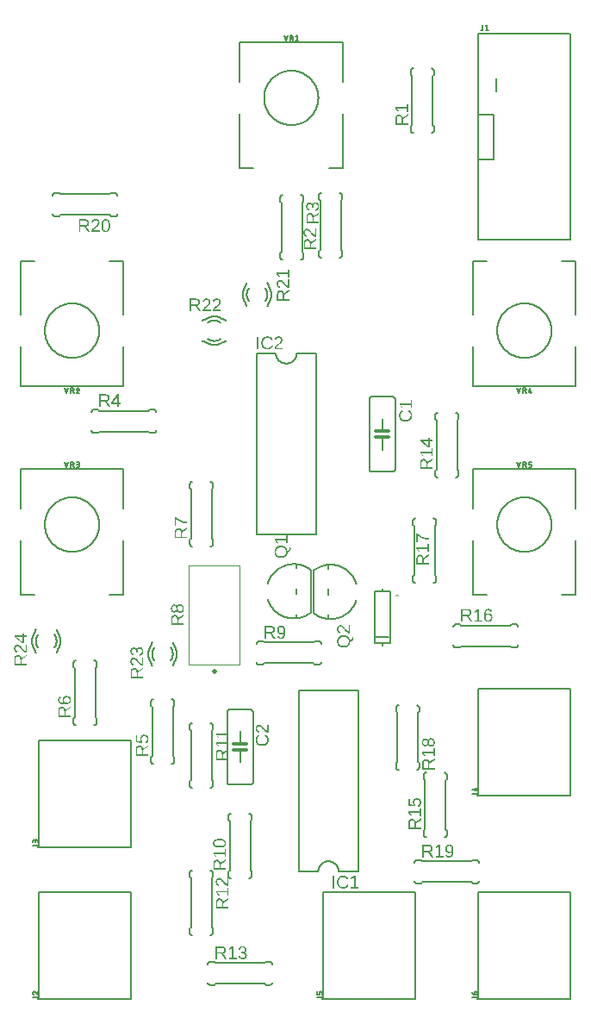
<source format=gbr>
G04 EAGLE Gerber RS-274X export*
G75*
%MOMM*%
%FSLAX34Y34*%
%LPD*%
%INSilkscreen Top*%
%IPPOS*%
%AMOC8*
5,1,8,0,0,1.08239X$1,22.5*%
G01*
G04 Define Apertures*
%ADD10C,0.304800*%
%ADD11C,0.152400*%
%ADD12C,0.203200*%
%ADD13C,0.127000*%
%ADD14C,0.500000*%
%ADD15C,0.120000*%
G36*
X416683Y596472D02*
X416319Y596478D01*
X415965Y596497D01*
X415621Y596528D01*
X415287Y596571D01*
X414963Y596627D01*
X414649Y596696D01*
X414345Y596777D01*
X414051Y596870D01*
X413767Y596976D01*
X413493Y597094D01*
X412975Y597368D01*
X412496Y597692D01*
X412058Y598066D01*
X411666Y598483D01*
X411326Y598939D01*
X411176Y599182D01*
X411039Y599434D01*
X410915Y599695D01*
X410804Y599966D01*
X410706Y600247D01*
X410621Y600537D01*
X410549Y600837D01*
X410490Y601147D01*
X410444Y601466D01*
X410411Y601794D01*
X410392Y602132D01*
X410385Y602480D01*
X410397Y602963D01*
X410433Y603425D01*
X410494Y603867D01*
X410578Y604289D01*
X410686Y604690D01*
X410819Y605071D01*
X410975Y605433D01*
X411156Y605773D01*
X411360Y606093D01*
X411588Y606391D01*
X411839Y606667D01*
X412113Y606921D01*
X412410Y607153D01*
X412731Y607363D01*
X413075Y607551D01*
X413442Y607718D01*
X413968Y606132D01*
X413706Y606017D01*
X413461Y605885D01*
X413231Y605737D01*
X413017Y605573D01*
X412819Y605392D01*
X412637Y605195D01*
X412471Y604982D01*
X412321Y604753D01*
X412188Y604510D01*
X412072Y604256D01*
X411974Y603990D01*
X411894Y603714D01*
X411832Y603426D01*
X411787Y603128D01*
X411761Y602818D01*
X411752Y602498D01*
X411772Y601999D01*
X411834Y601530D01*
X411937Y601089D01*
X412081Y600676D01*
X412267Y600292D01*
X412493Y599936D01*
X412761Y599608D01*
X413070Y599309D01*
X413415Y599043D01*
X413790Y598811D01*
X414196Y598616D01*
X414632Y598456D01*
X415099Y598331D01*
X415596Y598242D01*
X416124Y598189D01*
X416683Y598171D01*
X417236Y598189D01*
X417761Y598245D01*
X418259Y598338D01*
X418729Y598468D01*
X419171Y598634D01*
X419585Y598838D01*
X419972Y599079D01*
X420331Y599358D01*
X420654Y599667D01*
X420934Y600003D01*
X421171Y600365D01*
X421365Y600754D01*
X421516Y601168D01*
X421624Y601608D01*
X421689Y602075D01*
X421710Y602568D01*
X421700Y602887D01*
X421670Y603196D01*
X421620Y603495D01*
X421550Y603783D01*
X421459Y604062D01*
X421349Y604331D01*
X421219Y604590D01*
X421069Y604838D01*
X420898Y605077D01*
X420708Y605305D01*
X420497Y605524D01*
X420267Y605732D01*
X420016Y605931D01*
X419745Y606119D01*
X419455Y606297D01*
X419144Y606465D01*
X419827Y607832D01*
X420214Y607631D01*
X420576Y607412D01*
X420915Y607173D01*
X421231Y606915D01*
X421522Y606638D01*
X421789Y606341D01*
X422033Y606025D01*
X422253Y605690D01*
X422448Y605338D01*
X422617Y604973D01*
X422760Y604593D01*
X422877Y604200D01*
X422968Y603793D01*
X423033Y603372D01*
X423072Y602937D01*
X423085Y602489D01*
X423073Y602030D01*
X423037Y601588D01*
X422976Y601160D01*
X422891Y600749D01*
X422782Y600354D01*
X422649Y599974D01*
X422492Y599610D01*
X422310Y599261D01*
X422106Y598931D01*
X421881Y598621D01*
X421635Y598331D01*
X421369Y598061D01*
X421081Y597812D01*
X420773Y597583D01*
X420444Y597374D01*
X420094Y597186D01*
X419726Y597018D01*
X419341Y596873D01*
X418939Y596751D01*
X418521Y596650D01*
X418086Y596572D01*
X417635Y596516D01*
X417167Y596483D01*
X416683Y596472D01*
G37*
G36*
X422910Y609865D02*
X421570Y609865D01*
X421570Y613009D01*
X412076Y613009D01*
X414064Y610224D01*
X412575Y610224D01*
X410569Y613140D01*
X410569Y614594D01*
X421570Y614594D01*
X421570Y617598D01*
X422910Y617598D01*
X422910Y609865D01*
G37*
G36*
X275713Y277774D02*
X275349Y277780D01*
X274995Y277799D01*
X274651Y277830D01*
X274317Y277873D01*
X273993Y277929D01*
X273679Y277998D01*
X273375Y278079D01*
X273081Y278172D01*
X272797Y278278D01*
X272523Y278396D01*
X272005Y278670D01*
X271526Y278994D01*
X271088Y279368D01*
X270696Y279785D01*
X270356Y280241D01*
X270206Y280484D01*
X270069Y280736D01*
X269945Y280997D01*
X269834Y281268D01*
X269736Y281549D01*
X269651Y281839D01*
X269579Y282139D01*
X269520Y282449D01*
X269474Y282768D01*
X269441Y283096D01*
X269422Y283434D01*
X269415Y283782D01*
X269427Y284265D01*
X269463Y284727D01*
X269524Y285169D01*
X269608Y285591D01*
X269716Y285992D01*
X269849Y286373D01*
X270005Y286735D01*
X270186Y287075D01*
X270390Y287395D01*
X270618Y287693D01*
X270869Y287969D01*
X271143Y288223D01*
X271440Y288455D01*
X271761Y288665D01*
X272105Y288853D01*
X272472Y289020D01*
X272998Y287434D01*
X272736Y287319D01*
X272491Y287187D01*
X272261Y287039D01*
X272047Y286875D01*
X271849Y286694D01*
X271667Y286497D01*
X271501Y286284D01*
X271351Y286055D01*
X271218Y285812D01*
X271102Y285558D01*
X271004Y285292D01*
X270924Y285016D01*
X270862Y284728D01*
X270817Y284430D01*
X270791Y284120D01*
X270782Y283800D01*
X270802Y283301D01*
X270864Y282832D01*
X270967Y282391D01*
X271111Y281978D01*
X271297Y281594D01*
X271523Y281238D01*
X271791Y280910D01*
X272100Y280611D01*
X272445Y280345D01*
X272820Y280113D01*
X273226Y279918D01*
X273662Y279758D01*
X274129Y279633D01*
X274626Y279544D01*
X275154Y279491D01*
X275713Y279473D01*
X276266Y279491D01*
X276791Y279547D01*
X277289Y279640D01*
X277759Y279770D01*
X278201Y279936D01*
X278615Y280140D01*
X279002Y280381D01*
X279361Y280660D01*
X279684Y280969D01*
X279964Y281305D01*
X280201Y281667D01*
X280395Y282056D01*
X280546Y282470D01*
X280654Y282910D01*
X280719Y283377D01*
X280740Y283870D01*
X280730Y284189D01*
X280700Y284498D01*
X280650Y284797D01*
X280580Y285085D01*
X280489Y285364D01*
X280379Y285633D01*
X280249Y285892D01*
X280099Y286140D01*
X279928Y286379D01*
X279738Y286607D01*
X279527Y286826D01*
X279297Y287034D01*
X279046Y287233D01*
X278775Y287421D01*
X278485Y287599D01*
X278174Y287767D01*
X278857Y289134D01*
X279244Y288933D01*
X279606Y288714D01*
X279945Y288475D01*
X280261Y288217D01*
X280552Y287940D01*
X280819Y287643D01*
X281063Y287327D01*
X281283Y286992D01*
X281478Y286640D01*
X281647Y286275D01*
X281790Y285895D01*
X281907Y285502D01*
X281998Y285095D01*
X282063Y284674D01*
X282102Y284239D01*
X282115Y283791D01*
X282103Y283332D01*
X282067Y282890D01*
X282006Y282462D01*
X281921Y282051D01*
X281812Y281656D01*
X281679Y281276D01*
X281522Y280912D01*
X281340Y280563D01*
X281136Y280233D01*
X280911Y279923D01*
X280665Y279633D01*
X280399Y279363D01*
X280111Y279114D01*
X279803Y278885D01*
X279474Y278676D01*
X279124Y278488D01*
X278756Y278320D01*
X278371Y278175D01*
X277969Y278053D01*
X277551Y277952D01*
X277116Y277874D01*
X276665Y277818D01*
X276197Y277785D01*
X275713Y277774D01*
G37*
G36*
X281940Y290702D02*
X280828Y290702D01*
X280330Y290938D01*
X279863Y291198D01*
X279426Y291483D01*
X279019Y291793D01*
X278636Y292119D01*
X278272Y292453D01*
X277927Y292795D01*
X277600Y293146D01*
X276988Y293852D01*
X276422Y294552D01*
X275879Y295214D01*
X275336Y295809D01*
X275061Y296076D01*
X274780Y296316D01*
X274492Y296529D01*
X274197Y296715D01*
X273890Y296867D01*
X273562Y296975D01*
X273215Y297040D01*
X272849Y297061D01*
X272602Y297052D01*
X272369Y297024D01*
X272151Y296977D01*
X271947Y296912D01*
X271757Y296828D01*
X271581Y296726D01*
X271419Y296605D01*
X271272Y296466D01*
X271141Y296309D01*
X271027Y296139D01*
X270931Y295954D01*
X270852Y295754D01*
X270790Y295540D01*
X270747Y295311D01*
X270720Y295068D01*
X270712Y294810D01*
X270720Y294564D01*
X270746Y294329D01*
X270789Y294105D01*
X270848Y293892D01*
X270925Y293690D01*
X271019Y293499D01*
X271131Y293319D01*
X271259Y293150D01*
X271403Y292996D01*
X271560Y292858D01*
X271732Y292737D01*
X271917Y292633D01*
X272116Y292545D01*
X272329Y292475D01*
X272556Y292421D01*
X272796Y292384D01*
X272647Y290773D01*
X272287Y290830D01*
X271945Y290917D01*
X271622Y291031D01*
X271318Y291174D01*
X271033Y291346D01*
X270767Y291545D01*
X270520Y291773D01*
X270291Y292029D01*
X270086Y292309D01*
X269908Y292609D01*
X269757Y292927D01*
X269634Y293265D01*
X269538Y293623D01*
X269470Y293999D01*
X269429Y294395D01*
X269415Y294810D01*
X269429Y295263D01*
X269470Y295689D01*
X269539Y296088D01*
X269635Y296460D01*
X269759Y296805D01*
X269910Y297123D01*
X270089Y297414D01*
X270296Y297679D01*
X270527Y297914D01*
X270782Y298117D01*
X271060Y298290D01*
X271361Y298431D01*
X271685Y298540D01*
X272032Y298619D01*
X272403Y298666D01*
X272796Y298681D01*
X273155Y298661D01*
X273512Y298599D01*
X273868Y298497D01*
X274224Y298353D01*
X274578Y298169D01*
X274933Y297945D01*
X275288Y297681D01*
X275643Y297376D01*
X276046Y296978D01*
X276547Y296433D01*
X277145Y295739D01*
X277841Y294898D01*
X278243Y294420D01*
X278624Y293993D01*
X278985Y293618D01*
X279326Y293295D01*
X279653Y293018D01*
X279975Y292783D01*
X280290Y292589D01*
X280600Y292437D01*
X280600Y298874D01*
X281940Y298874D01*
X281940Y290702D01*
G37*
G36*
X410464Y422673D02*
X406530Y422673D01*
X406530Y423974D01*
X406537Y424217D01*
X406561Y424446D01*
X406600Y424660D01*
X406655Y424860D01*
X406725Y425046D01*
X406812Y425217D01*
X406913Y425374D01*
X407031Y425517D01*
X407163Y425644D01*
X407308Y425755D01*
X407466Y425848D01*
X407638Y425924D01*
X407823Y425984D01*
X408021Y426026D01*
X408232Y426052D01*
X408456Y426060D01*
X408751Y426045D01*
X409027Y426001D01*
X409284Y425927D01*
X409522Y425823D01*
X409737Y425692D01*
X409925Y425536D01*
X410086Y425355D01*
X410221Y425150D01*
X410327Y424924D01*
X410403Y424681D01*
X410449Y424421D01*
X410464Y424145D01*
X410464Y422673D01*
G37*
%LPC*%
G36*
X410037Y423206D02*
X410037Y424083D01*
X410025Y424293D01*
X409989Y424490D01*
X409930Y424674D01*
X409847Y424844D01*
X409742Y424999D01*
X409615Y425134D01*
X409468Y425251D01*
X409300Y425348D01*
X409113Y425425D01*
X408910Y425480D01*
X408691Y425513D01*
X408456Y425524D01*
X408279Y425518D01*
X408112Y425499D01*
X407957Y425468D01*
X407812Y425424D01*
X407678Y425368D01*
X407554Y425299D01*
X407442Y425217D01*
X407341Y425123D01*
X407173Y424901D01*
X407107Y424772D01*
X407053Y424633D01*
X407011Y424482D01*
X406981Y424320D01*
X406963Y424147D01*
X406957Y423963D01*
X406957Y423206D01*
X410037Y423206D01*
G37*
%LPD*%
G36*
X410464Y426765D02*
X410037Y426765D01*
X410037Y427767D01*
X407010Y427767D01*
X407644Y426879D01*
X407169Y426879D01*
X406530Y427809D01*
X406530Y428272D01*
X410037Y428272D01*
X410037Y429230D01*
X410464Y429230D01*
X410464Y426765D01*
G37*
G36*
X355326Y137747D02*
X354867Y137759D01*
X354425Y137795D01*
X353998Y137856D01*
X353586Y137941D01*
X353191Y138050D01*
X352811Y138183D01*
X352447Y138340D01*
X352098Y138522D01*
X351768Y138726D01*
X351458Y138951D01*
X351168Y139197D01*
X350898Y139464D01*
X350649Y139751D01*
X350420Y140059D01*
X350211Y140388D01*
X350023Y140738D01*
X349855Y141106D01*
X349710Y141491D01*
X349588Y141893D01*
X349487Y142311D01*
X349409Y142746D01*
X349353Y143197D01*
X349320Y143665D01*
X349309Y144149D01*
X349315Y144513D01*
X349334Y144867D01*
X349365Y145211D01*
X349408Y145545D01*
X349464Y145869D01*
X349533Y146183D01*
X349614Y146487D01*
X349707Y146781D01*
X349813Y147065D01*
X349931Y147339D01*
X350205Y147857D01*
X350529Y148336D01*
X350903Y148774D01*
X351321Y149166D01*
X351777Y149506D01*
X352019Y149656D01*
X352271Y149793D01*
X352532Y149917D01*
X352803Y150028D01*
X353084Y150127D01*
X353374Y150211D01*
X353674Y150283D01*
X353984Y150342D01*
X354303Y150388D01*
X354631Y150421D01*
X354969Y150440D01*
X355317Y150447D01*
X355800Y150435D01*
X356262Y150399D01*
X356704Y150338D01*
X357126Y150254D01*
X357527Y150146D01*
X357909Y150013D01*
X358270Y149857D01*
X358610Y149676D01*
X358930Y149472D01*
X359228Y149244D01*
X359504Y148993D01*
X359758Y148719D01*
X359990Y148422D01*
X360200Y148101D01*
X360388Y147757D01*
X360555Y147390D01*
X358969Y146864D01*
X358854Y147126D01*
X358722Y147371D01*
X358574Y147601D01*
X358410Y147815D01*
X358229Y148013D01*
X358033Y148195D01*
X357819Y148361D01*
X357590Y148511D01*
X357347Y148645D01*
X357093Y148760D01*
X356827Y148858D01*
X356551Y148938D01*
X356264Y149000D01*
X355965Y149045D01*
X355655Y149071D01*
X355335Y149080D01*
X354837Y149060D01*
X354367Y148998D01*
X353926Y148895D01*
X353513Y148751D01*
X353129Y148565D01*
X352773Y148339D01*
X352445Y148071D01*
X352147Y147762D01*
X351880Y147417D01*
X351648Y147042D01*
X351453Y146636D01*
X351293Y146200D01*
X351168Y145733D01*
X351079Y145236D01*
X351026Y144708D01*
X351008Y144149D01*
X351026Y143596D01*
X351082Y143071D01*
X351175Y142573D01*
X351305Y142103D01*
X351472Y141661D01*
X351676Y141247D01*
X351917Y140860D01*
X352195Y140501D01*
X352505Y140178D01*
X352840Y139898D01*
X353202Y139661D01*
X353591Y139467D01*
X354005Y139316D01*
X354445Y139208D01*
X354912Y139143D01*
X355405Y139122D01*
X355724Y139132D01*
X356033Y139162D01*
X356332Y139212D01*
X356621Y139282D01*
X356899Y139373D01*
X357168Y139483D01*
X357427Y139613D01*
X357675Y139763D01*
X357914Y139934D01*
X358142Y140124D01*
X358361Y140335D01*
X358569Y140565D01*
X358768Y140816D01*
X358956Y141087D01*
X359134Y141377D01*
X359302Y141688D01*
X360669Y141005D01*
X360468Y140618D01*
X360249Y140256D01*
X360010Y139917D01*
X359752Y139601D01*
X359475Y139310D01*
X359178Y139043D01*
X358862Y138799D01*
X358527Y138579D01*
X358175Y138384D01*
X357810Y138215D01*
X357430Y138072D01*
X357037Y137955D01*
X356630Y137864D01*
X356209Y137799D01*
X355774Y137760D01*
X355326Y137747D01*
G37*
G36*
X370436Y137922D02*
X362702Y137922D01*
X362702Y139262D01*
X365846Y139262D01*
X365846Y148756D01*
X363061Y146768D01*
X363061Y148257D01*
X365977Y150263D01*
X367431Y150263D01*
X367431Y139262D01*
X370436Y139262D01*
X370436Y137922D01*
G37*
G36*
X346757Y137922D02*
X345085Y137922D01*
X345085Y150263D01*
X346757Y150263D01*
X346757Y137922D01*
G37*
G36*
X280877Y667337D02*
X280418Y667349D01*
X279975Y667385D01*
X279548Y667446D01*
X279137Y667531D01*
X278741Y667640D01*
X278361Y667773D01*
X277997Y667930D01*
X277649Y668112D01*
X277319Y668316D01*
X277009Y668541D01*
X276719Y668787D01*
X276449Y669054D01*
X276200Y669341D01*
X275971Y669649D01*
X275762Y669978D01*
X275573Y670328D01*
X275406Y670696D01*
X275261Y671081D01*
X275138Y671483D01*
X275038Y671901D01*
X274960Y672336D01*
X274904Y672787D01*
X274871Y673255D01*
X274859Y673739D01*
X274866Y674103D01*
X274884Y674457D01*
X274915Y674801D01*
X274959Y675135D01*
X275015Y675459D01*
X275084Y675773D01*
X275165Y676077D01*
X275258Y676371D01*
X275364Y676655D01*
X275482Y676929D01*
X275756Y677447D01*
X276080Y677926D01*
X276453Y678364D01*
X276871Y678756D01*
X277327Y679096D01*
X277569Y679246D01*
X277821Y679383D01*
X278083Y679507D01*
X278354Y679618D01*
X278635Y679717D01*
X278925Y679801D01*
X279225Y679873D01*
X279534Y679932D01*
X279853Y679978D01*
X280182Y680011D01*
X280520Y680030D01*
X280868Y680037D01*
X281350Y680025D01*
X281813Y679989D01*
X282255Y679928D01*
X282676Y679844D01*
X283078Y679736D01*
X283459Y679603D01*
X283820Y679447D01*
X284161Y679266D01*
X284481Y679062D01*
X284778Y678834D01*
X285054Y678583D01*
X285308Y678309D01*
X285540Y678012D01*
X285751Y677691D01*
X285939Y677347D01*
X286105Y676980D01*
X284520Y676454D01*
X284405Y676716D01*
X284273Y676961D01*
X284125Y677191D01*
X283961Y677405D01*
X283780Y677603D01*
X283583Y677785D01*
X283370Y677951D01*
X283141Y678101D01*
X282897Y678235D01*
X282643Y678350D01*
X282378Y678448D01*
X282102Y678528D01*
X281814Y678590D01*
X281516Y678635D01*
X281206Y678661D01*
X280885Y678670D01*
X280387Y678650D01*
X279917Y678588D01*
X279476Y678485D01*
X279063Y678341D01*
X278679Y678155D01*
X278323Y677929D01*
X277996Y677661D01*
X277697Y677352D01*
X277430Y677007D01*
X277199Y676632D01*
X277003Y676226D01*
X276843Y675790D01*
X276719Y675323D01*
X276630Y674826D01*
X276576Y674298D01*
X276559Y673739D01*
X276577Y673186D01*
X276633Y672661D01*
X276725Y672163D01*
X276855Y671693D01*
X277022Y671251D01*
X277226Y670837D01*
X277467Y670450D01*
X277745Y670091D01*
X278055Y669768D01*
X278391Y669488D01*
X278753Y669251D01*
X279141Y669057D01*
X279556Y668906D01*
X279996Y668798D01*
X280463Y668733D01*
X280955Y668712D01*
X281274Y668722D01*
X281583Y668752D01*
X281882Y668802D01*
X282171Y668872D01*
X282450Y668963D01*
X282719Y669073D01*
X282977Y669203D01*
X283226Y669353D01*
X283465Y669524D01*
X283693Y669714D01*
X283912Y669925D01*
X284120Y670155D01*
X284318Y670406D01*
X284507Y670677D01*
X284685Y670967D01*
X284853Y671278D01*
X286219Y670595D01*
X286019Y670208D01*
X285800Y669846D01*
X285561Y669507D01*
X285303Y669191D01*
X285026Y668900D01*
X284729Y668633D01*
X284413Y668389D01*
X284078Y668169D01*
X283726Y667974D01*
X283360Y667805D01*
X282981Y667662D01*
X282588Y667545D01*
X282181Y667454D01*
X281760Y667389D01*
X281325Y667350D01*
X280877Y667337D01*
G37*
G36*
X295960Y667512D02*
X287788Y667512D01*
X287788Y668624D01*
X288024Y669122D01*
X288284Y669589D01*
X288569Y670026D01*
X288879Y670433D01*
X289205Y670816D01*
X289539Y671180D01*
X289881Y671525D01*
X290232Y671852D01*
X290938Y672464D01*
X291638Y673030D01*
X292300Y673573D01*
X292894Y674116D01*
X293161Y674391D01*
X293401Y674672D01*
X293614Y674960D01*
X293801Y675255D01*
X293952Y675562D01*
X294060Y675890D01*
X294125Y676237D01*
X294147Y676603D01*
X294138Y676850D01*
X294110Y677083D01*
X294063Y677301D01*
X293998Y677505D01*
X293914Y677695D01*
X293812Y677871D01*
X293691Y678033D01*
X293551Y678180D01*
X293395Y678311D01*
X293224Y678425D01*
X293039Y678521D01*
X292840Y678600D01*
X292625Y678662D01*
X292397Y678705D01*
X292154Y678732D01*
X291896Y678740D01*
X291650Y678732D01*
X291414Y678706D01*
X291190Y678663D01*
X290977Y678604D01*
X290775Y678527D01*
X290585Y678433D01*
X290405Y678321D01*
X290236Y678193D01*
X290081Y678049D01*
X289944Y677892D01*
X289823Y677720D01*
X289718Y677535D01*
X289631Y677336D01*
X289560Y677123D01*
X289507Y676896D01*
X289470Y676656D01*
X287858Y676805D01*
X287916Y677165D01*
X288002Y677507D01*
X288117Y677830D01*
X288260Y678134D01*
X288431Y678419D01*
X288631Y678685D01*
X288859Y678932D01*
X289115Y679161D01*
X289395Y679366D01*
X289694Y679544D01*
X290013Y679695D01*
X290351Y679818D01*
X290708Y679914D01*
X291085Y679982D01*
X291481Y680023D01*
X291896Y680037D01*
X292349Y680023D01*
X292775Y679982D01*
X293174Y679913D01*
X293546Y679817D01*
X293891Y679693D01*
X294209Y679542D01*
X294500Y679363D01*
X294764Y679156D01*
X294999Y678925D01*
X295203Y678670D01*
X295375Y678392D01*
X295516Y678091D01*
X295626Y677767D01*
X295704Y677420D01*
X295751Y677049D01*
X295767Y676656D01*
X295747Y676297D01*
X295685Y675940D01*
X295582Y675584D01*
X295439Y675228D01*
X295255Y674874D01*
X295030Y674519D01*
X294766Y674164D01*
X294462Y673809D01*
X294064Y673406D01*
X293518Y672905D01*
X292825Y672307D01*
X291983Y671611D01*
X291506Y671209D01*
X291079Y670828D01*
X290704Y670467D01*
X290381Y670126D01*
X290104Y669799D01*
X289868Y669477D01*
X289675Y669162D01*
X289522Y668852D01*
X295960Y668852D01*
X295960Y667512D01*
G37*
G36*
X272308Y667512D02*
X270635Y667512D01*
X270635Y679853D01*
X272308Y679853D01*
X272308Y667512D01*
G37*
G36*
X294255Y462368D02*
X293890Y462374D01*
X293535Y462393D01*
X293190Y462425D01*
X292855Y462469D01*
X292531Y462526D01*
X292216Y462595D01*
X291912Y462678D01*
X291617Y462773D01*
X291333Y462880D01*
X291059Y463001D01*
X290795Y463133D01*
X290541Y463279D01*
X290063Y463608D01*
X289626Y463988D01*
X289235Y464413D01*
X289059Y464640D01*
X288896Y464877D01*
X288746Y465125D01*
X288609Y465382D01*
X288485Y465649D01*
X288374Y465926D01*
X288277Y466213D01*
X288192Y466509D01*
X288120Y466816D01*
X288062Y467133D01*
X288016Y467459D01*
X287983Y467796D01*
X287964Y468142D01*
X287957Y468499D01*
X287969Y468962D01*
X288004Y469409D01*
X288063Y469841D01*
X288145Y470257D01*
X288250Y470657D01*
X288379Y471042D01*
X288531Y471412D01*
X288706Y471765D01*
X288904Y472101D01*
X289123Y472417D01*
X289363Y472712D01*
X289625Y472986D01*
X289907Y473240D01*
X290211Y473474D01*
X290536Y473688D01*
X290883Y473881D01*
X291248Y474052D01*
X291629Y474201D01*
X292026Y474326D01*
X292439Y474429D01*
X292869Y474509D01*
X293315Y474566D01*
X293777Y474601D01*
X294255Y474612D01*
X294893Y474591D01*
X295502Y474530D01*
X296082Y474427D01*
X296633Y474284D01*
X297155Y474099D01*
X297648Y473873D01*
X298111Y473606D01*
X298546Y473298D01*
X298945Y472954D01*
X299301Y472577D01*
X299614Y472169D01*
X299884Y471728D01*
X300111Y471256D01*
X300295Y470751D01*
X300436Y470215D01*
X300535Y469646D01*
X301048Y469839D01*
X301485Y470061D01*
X301675Y470182D01*
X301845Y470310D01*
X301996Y470445D01*
X302129Y470587D01*
X302244Y470738D01*
X302343Y470898D01*
X302427Y471068D01*
X302496Y471248D01*
X302550Y471437D01*
X302588Y471636D01*
X302611Y471845D01*
X302619Y472063D01*
X302612Y472307D01*
X302591Y472556D01*
X302505Y473071D01*
X303679Y473071D01*
X303763Y472668D01*
X303823Y472273D01*
X303860Y471888D01*
X303872Y471511D01*
X303860Y471188D01*
X303825Y470880D01*
X303766Y470585D01*
X303684Y470306D01*
X303579Y470041D01*
X303450Y469791D01*
X303298Y469556D01*
X303123Y469335D01*
X302920Y469126D01*
X302686Y468927D01*
X302420Y468738D01*
X302123Y468559D01*
X301795Y468389D01*
X301435Y468229D01*
X301044Y468079D01*
X300622Y467938D01*
X300589Y467512D01*
X300534Y467101D01*
X300457Y466704D01*
X300358Y466323D01*
X300237Y465957D01*
X300094Y465605D01*
X299929Y465269D01*
X299742Y464947D01*
X299534Y464642D01*
X299307Y464356D01*
X299060Y464088D01*
X298794Y463839D01*
X298508Y463609D01*
X298203Y463397D01*
X297879Y463203D01*
X297535Y463029D01*
X297174Y462874D01*
X296799Y462740D01*
X296410Y462626D01*
X296008Y462533D01*
X295590Y462461D01*
X295159Y462409D01*
X294714Y462378D01*
X294255Y462368D01*
G37*
%LPC*%
G36*
X294255Y464067D02*
X294820Y464085D01*
X295355Y464140D01*
X295861Y464231D01*
X296336Y464359D01*
X296781Y464523D01*
X297197Y464724D01*
X297582Y464962D01*
X297938Y465236D01*
X298257Y465542D01*
X298534Y465877D01*
X298768Y466240D01*
X298959Y466632D01*
X299108Y467052D01*
X299215Y467500D01*
X299278Y467976D01*
X299300Y468481D01*
X299279Y469000D01*
X299217Y469487D01*
X299114Y469944D01*
X298970Y470370D01*
X298785Y470764D01*
X298558Y471127D01*
X298290Y471460D01*
X297981Y471761D01*
X297635Y472029D01*
X297254Y472261D01*
X296840Y472458D01*
X296391Y472618D01*
X295908Y472743D01*
X295391Y472833D01*
X294840Y472886D01*
X294255Y472904D01*
X293694Y472886D01*
X293165Y472832D01*
X292666Y472742D01*
X292199Y472616D01*
X291762Y472454D01*
X291356Y472256D01*
X290981Y472022D01*
X290637Y471752D01*
X290330Y471450D01*
X290063Y471117D01*
X289837Y470755D01*
X289652Y470363D01*
X289508Y469941D01*
X289406Y469490D01*
X289344Y469009D01*
X289324Y468499D01*
X289344Y467984D01*
X289405Y467499D01*
X289506Y467044D01*
X289648Y466620D01*
X289830Y466225D01*
X290053Y465861D01*
X290316Y465527D01*
X290620Y465223D01*
X290960Y464952D01*
X291333Y464717D01*
X291739Y464518D01*
X292177Y464356D01*
X292647Y464229D01*
X293151Y464139D01*
X293686Y464085D01*
X294255Y464067D01*
G37*
%LPD*%
G36*
X300482Y476822D02*
X299142Y476822D01*
X299142Y479966D01*
X289648Y479966D01*
X291636Y477181D01*
X290147Y477181D01*
X288141Y480098D01*
X288141Y481551D01*
X299142Y481551D01*
X299142Y484556D01*
X300482Y484556D01*
X300482Y476822D01*
G37*
G36*
X355723Y374432D02*
X355358Y374438D01*
X355003Y374457D01*
X354658Y374489D01*
X354323Y374533D01*
X353999Y374590D01*
X353684Y374660D01*
X353380Y374742D01*
X353085Y374837D01*
X352801Y374945D01*
X352527Y375065D01*
X352263Y375198D01*
X352009Y375343D01*
X351531Y375672D01*
X351094Y376052D01*
X350703Y376477D01*
X350527Y376704D01*
X350364Y376942D01*
X350214Y377189D01*
X350077Y377446D01*
X349953Y377713D01*
X349842Y377990D01*
X349745Y378277D01*
X349660Y378574D01*
X349588Y378880D01*
X349530Y379197D01*
X349484Y379524D01*
X349451Y379860D01*
X349432Y380207D01*
X349425Y380563D01*
X349437Y381026D01*
X349472Y381473D01*
X349531Y381905D01*
X349613Y382321D01*
X349718Y382722D01*
X349847Y383107D01*
X349999Y383476D01*
X350174Y383830D01*
X350372Y384166D01*
X350591Y384481D01*
X350831Y384776D01*
X351093Y385051D01*
X351375Y385305D01*
X351679Y385539D01*
X352004Y385752D01*
X352351Y385945D01*
X352716Y386116D01*
X353097Y386265D01*
X353494Y386391D01*
X353907Y386493D01*
X354337Y386573D01*
X354783Y386631D01*
X355245Y386665D01*
X355723Y386676D01*
X356361Y386656D01*
X356970Y386594D01*
X357550Y386492D01*
X358101Y386348D01*
X358623Y386163D01*
X359116Y385937D01*
X359579Y385670D01*
X360014Y385363D01*
X360413Y385018D01*
X360769Y384642D01*
X361082Y384233D01*
X361352Y383793D01*
X361579Y383320D01*
X361763Y382815D01*
X361904Y382279D01*
X362003Y381710D01*
X362516Y381904D01*
X362953Y382125D01*
X363143Y382246D01*
X363313Y382374D01*
X363464Y382510D01*
X363597Y382652D01*
X363712Y382802D01*
X363811Y382962D01*
X363895Y383132D01*
X363964Y383312D01*
X364018Y383501D01*
X364056Y383700D01*
X364079Y383909D01*
X364087Y384128D01*
X364080Y384371D01*
X364059Y384620D01*
X363973Y385135D01*
X365147Y385135D01*
X365231Y384732D01*
X365291Y384338D01*
X365328Y383952D01*
X365340Y383576D01*
X365328Y383252D01*
X365293Y382944D01*
X365234Y382650D01*
X365152Y382370D01*
X365047Y382106D01*
X364918Y381856D01*
X364766Y381620D01*
X364591Y381399D01*
X364388Y381191D01*
X364154Y380992D01*
X363888Y380803D01*
X363591Y380623D01*
X363263Y380453D01*
X362903Y380293D01*
X362512Y380143D01*
X362090Y380002D01*
X362057Y379576D01*
X362002Y379165D01*
X361925Y378769D01*
X361826Y378387D01*
X361705Y378021D01*
X361562Y377670D01*
X361397Y377333D01*
X361210Y377011D01*
X361002Y376706D01*
X360775Y376420D01*
X360528Y376152D01*
X360262Y375903D01*
X359976Y375673D01*
X359671Y375461D01*
X359347Y375268D01*
X359003Y375093D01*
X358642Y374938D01*
X358267Y374804D01*
X357878Y374690D01*
X357476Y374597D01*
X357058Y374525D01*
X356627Y374473D01*
X356182Y374442D01*
X355723Y374432D01*
G37*
%LPC*%
G36*
X355723Y376131D02*
X356288Y376149D01*
X356823Y376204D01*
X357329Y376295D01*
X357804Y376423D01*
X358249Y376588D01*
X358665Y376789D01*
X359050Y377026D01*
X359406Y377300D01*
X359725Y377607D01*
X360002Y377942D01*
X360236Y378305D01*
X360427Y378696D01*
X360576Y379116D01*
X360683Y379564D01*
X360746Y380041D01*
X360768Y380545D01*
X360747Y381064D01*
X360685Y381552D01*
X360582Y382008D01*
X360438Y382434D01*
X360253Y382828D01*
X360026Y383192D01*
X359758Y383524D01*
X359449Y383825D01*
X359103Y384093D01*
X358722Y384325D01*
X358308Y384522D01*
X357859Y384683D01*
X357376Y384808D01*
X356859Y384897D01*
X356308Y384951D01*
X355723Y384968D01*
X355162Y384950D01*
X354633Y384896D01*
X354134Y384806D01*
X353667Y384680D01*
X353230Y384518D01*
X352824Y384321D01*
X352449Y384087D01*
X352105Y383817D01*
X351798Y383514D01*
X351531Y383181D01*
X351305Y382819D01*
X351120Y382427D01*
X350976Y382006D01*
X350874Y381554D01*
X350812Y381074D01*
X350792Y380563D01*
X350812Y380048D01*
X350873Y379563D01*
X350974Y379109D01*
X351116Y378684D01*
X351298Y378290D01*
X351521Y377925D01*
X351784Y377591D01*
X352088Y377287D01*
X352428Y377016D01*
X352801Y376781D01*
X353207Y376583D01*
X353645Y376420D01*
X354115Y376294D01*
X354619Y376203D01*
X355154Y376149D01*
X355723Y376131D01*
G37*
%LPD*%
G36*
X361950Y388422D02*
X360838Y388422D01*
X360340Y388658D01*
X359873Y388918D01*
X359436Y389203D01*
X359029Y389512D01*
X358646Y389838D01*
X358282Y390173D01*
X357937Y390515D01*
X357610Y390866D01*
X356998Y391572D01*
X356432Y392271D01*
X355889Y392934D01*
X355346Y393528D01*
X355071Y393795D01*
X354790Y394035D01*
X354502Y394248D01*
X354207Y394435D01*
X353900Y394586D01*
X353572Y394694D01*
X353225Y394759D01*
X352859Y394781D01*
X352612Y394771D01*
X352379Y394743D01*
X352161Y394697D01*
X351957Y394632D01*
X351767Y394548D01*
X351591Y394446D01*
X351429Y394325D01*
X351282Y394185D01*
X351151Y394029D01*
X351037Y393858D01*
X350941Y393673D01*
X350862Y393473D01*
X350800Y393259D01*
X350757Y393031D01*
X350730Y392787D01*
X350722Y392530D01*
X350730Y392283D01*
X350756Y392048D01*
X350799Y391824D01*
X350858Y391611D01*
X350935Y391409D01*
X351029Y391218D01*
X351141Y391039D01*
X351269Y390870D01*
X351413Y390715D01*
X351570Y390577D01*
X351742Y390456D01*
X351927Y390352D01*
X352126Y390265D01*
X352339Y390194D01*
X352566Y390140D01*
X352806Y390104D01*
X352657Y388492D01*
X352297Y388550D01*
X351955Y388636D01*
X351632Y388751D01*
X351328Y388894D01*
X351043Y389065D01*
X350777Y389265D01*
X350530Y389493D01*
X350301Y389749D01*
X350096Y390029D01*
X349918Y390328D01*
X349767Y390647D01*
X349644Y390985D01*
X349548Y391342D01*
X349480Y391719D01*
X349439Y392115D01*
X349425Y392530D01*
X349439Y392983D01*
X349480Y393409D01*
X349549Y393808D01*
X349645Y394180D01*
X349769Y394525D01*
X349920Y394843D01*
X350099Y395134D01*
X350306Y395398D01*
X350537Y395633D01*
X350792Y395837D01*
X351070Y396009D01*
X351371Y396150D01*
X351695Y396260D01*
X352042Y396338D01*
X352413Y396385D01*
X352806Y396401D01*
X353165Y396380D01*
X353522Y396319D01*
X353878Y396216D01*
X354234Y396073D01*
X354588Y395888D01*
X354943Y395664D01*
X355298Y395400D01*
X355653Y395096D01*
X356056Y394698D01*
X356557Y394152D01*
X357155Y393459D01*
X357851Y392617D01*
X358253Y392139D01*
X358634Y391713D01*
X358995Y391338D01*
X359336Y391014D01*
X359663Y390737D01*
X359985Y390502D01*
X360300Y390308D01*
X360610Y390156D01*
X360610Y396594D01*
X361950Y396594D01*
X361950Y388422D01*
G37*
G36*
X419100Y887931D02*
X406759Y887931D01*
X406759Y893738D01*
X406774Y894245D01*
X406818Y894721D01*
X406890Y895168D01*
X406992Y895585D01*
X407124Y895973D01*
X407284Y896331D01*
X407473Y896659D01*
X407692Y896957D01*
X407937Y897223D01*
X408204Y897453D01*
X408494Y897648D01*
X408808Y897808D01*
X409144Y897932D01*
X409503Y898020D01*
X409884Y898074D01*
X410289Y898091D01*
X410626Y898079D01*
X410949Y898041D01*
X411259Y897979D01*
X411555Y897891D01*
X411837Y897778D01*
X412105Y897641D01*
X412360Y897478D01*
X412601Y897290D01*
X412825Y897080D01*
X413027Y896851D01*
X413207Y896603D01*
X413273Y896492D01*
X413365Y896336D01*
X413502Y896050D01*
X413618Y895745D01*
X413711Y895421D01*
X413784Y895078D01*
X416047Y896570D01*
X419100Y898582D01*
X419100Y896655D01*
X413976Y893449D01*
X413976Y889604D01*
X419100Y889604D01*
X419100Y887931D01*
G37*
%LPC*%
G36*
X412654Y889604D02*
X412654Y893642D01*
X412644Y893963D01*
X412615Y894266D01*
X412567Y894550D01*
X412499Y894815D01*
X412413Y895061D01*
X412306Y895288D01*
X412181Y895497D01*
X412036Y895687D01*
X411874Y895856D01*
X411697Y896003D01*
X411504Y896127D01*
X411295Y896229D01*
X411071Y896308D01*
X410832Y896365D01*
X410577Y896398D01*
X410306Y896410D01*
X410045Y896398D01*
X409800Y896364D01*
X409571Y896307D01*
X409357Y896227D01*
X409160Y896124D01*
X408979Y895998D01*
X408813Y895850D01*
X408664Y895678D01*
X408532Y895485D01*
X408417Y895272D01*
X408320Y895039D01*
X408241Y894786D01*
X408179Y894513D01*
X408135Y894219D01*
X408108Y893906D01*
X408099Y893572D01*
X408099Y889604D01*
X412654Y889604D01*
G37*
%LPD*%
G36*
X419100Y900764D02*
X417760Y900764D01*
X417760Y903908D01*
X408266Y903908D01*
X410254Y901123D01*
X408765Y901123D01*
X406759Y904040D01*
X406759Y905493D01*
X417760Y905493D01*
X417760Y908498D01*
X419100Y908498D01*
X419100Y900764D01*
G37*
G36*
X233855Y178039D02*
X233085Y178055D01*
X232365Y178104D01*
X231695Y178185D01*
X231074Y178298D01*
X230504Y178444D01*
X229983Y178623D01*
X229512Y178834D01*
X229091Y179077D01*
X228719Y179355D01*
X228397Y179671D01*
X228125Y180025D01*
X227902Y180416D01*
X227728Y180845D01*
X227660Y181073D01*
X227604Y181311D01*
X227561Y181558D01*
X227530Y181815D01*
X227512Y182081D01*
X227505Y182357D01*
X227512Y182625D01*
X227530Y182884D01*
X227562Y183135D01*
X227605Y183376D01*
X227662Y183608D01*
X227731Y183832D01*
X227906Y184252D01*
X228131Y184637D01*
X228407Y184985D01*
X228732Y185298D01*
X229108Y185576D01*
X229533Y185819D01*
X230006Y186030D01*
X230527Y186208D01*
X231096Y186354D01*
X231714Y186468D01*
X232379Y186549D01*
X233093Y186597D01*
X233855Y186614D01*
X234605Y186597D01*
X235310Y186545D01*
X235968Y186460D01*
X236581Y186341D01*
X237149Y186188D01*
X237670Y186000D01*
X238146Y185779D01*
X238576Y185523D01*
X238958Y185234D01*
X239289Y184913D01*
X239569Y184559D01*
X239798Y184173D01*
X239976Y183755D01*
X240103Y183304D01*
X240148Y183066D01*
X240180Y182820D01*
X240199Y182566D01*
X240205Y182304D01*
X240199Y182042D01*
X240180Y181789D01*
X240148Y181543D01*
X240104Y181306D01*
X239977Y180857D01*
X239800Y180441D01*
X239572Y180058D01*
X239294Y179708D01*
X238965Y179391D01*
X238585Y179107D01*
X238157Y178857D01*
X237682Y178640D01*
X237160Y178456D01*
X236592Y178306D01*
X235978Y178189D01*
X235317Y178106D01*
X234609Y178056D01*
X233855Y178039D01*
G37*
%LPC*%
G36*
X233855Y179633D02*
X234490Y179643D01*
X235081Y179673D01*
X235628Y179724D01*
X236130Y179794D01*
X236589Y179884D01*
X237003Y179995D01*
X237374Y180126D01*
X237700Y180277D01*
X237986Y180450D01*
X238233Y180646D01*
X238442Y180866D01*
X238613Y181110D01*
X238746Y181377D01*
X238842Y181669D01*
X238899Y181983D01*
X238918Y182322D01*
X238898Y182658D01*
X238840Y182972D01*
X238743Y183262D01*
X238607Y183528D01*
X238432Y183772D01*
X238218Y183992D01*
X237965Y184189D01*
X237674Y184363D01*
X237342Y184515D01*
X236969Y184646D01*
X236554Y184758D01*
X236097Y184849D01*
X235599Y184920D01*
X235060Y184970D01*
X234478Y185001D01*
X233855Y185011D01*
X233210Y185001D01*
X232612Y184972D01*
X232059Y184924D01*
X231552Y184856D01*
X231091Y184770D01*
X230676Y184663D01*
X230307Y184538D01*
X229984Y184393D01*
X229703Y184226D01*
X229459Y184034D01*
X229253Y183817D01*
X229084Y183575D01*
X228953Y183308D01*
X228859Y183016D01*
X228803Y182699D01*
X228784Y182357D01*
X228803Y182006D01*
X228858Y181681D01*
X228950Y181382D01*
X229080Y181108D01*
X229246Y180859D01*
X229449Y180637D01*
X229689Y180440D01*
X229966Y180268D01*
X230286Y180119D01*
X230653Y179990D01*
X231068Y179881D01*
X231530Y179792D01*
X232040Y179722D01*
X232597Y179673D01*
X233202Y179643D01*
X233855Y179633D01*
G37*
%LPD*%
G36*
X240030Y155903D02*
X227689Y155903D01*
X227689Y161710D01*
X227704Y162217D01*
X227748Y162693D01*
X227820Y163140D01*
X227922Y163557D01*
X228054Y163945D01*
X228214Y164303D01*
X228403Y164631D01*
X228622Y164929D01*
X228867Y165195D01*
X229134Y165425D01*
X229424Y165620D01*
X229738Y165780D01*
X230074Y165904D01*
X230433Y165992D01*
X230814Y166046D01*
X231219Y166063D01*
X231556Y166051D01*
X231879Y166013D01*
X232189Y165951D01*
X232485Y165863D01*
X232767Y165750D01*
X233035Y165613D01*
X233290Y165450D01*
X233531Y165262D01*
X233755Y165052D01*
X233957Y164823D01*
X234137Y164575D01*
X234203Y164464D01*
X234295Y164308D01*
X234432Y164022D01*
X234548Y163717D01*
X234641Y163393D01*
X234714Y163050D01*
X236977Y164542D01*
X240030Y166554D01*
X240030Y164627D01*
X234906Y161421D01*
X234906Y157576D01*
X240030Y157576D01*
X240030Y155903D01*
G37*
%LPC*%
G36*
X233584Y157576D02*
X233584Y161614D01*
X233574Y161935D01*
X233545Y162238D01*
X233497Y162522D01*
X233429Y162787D01*
X233343Y163033D01*
X233236Y163260D01*
X233111Y163469D01*
X232966Y163659D01*
X232804Y163828D01*
X232627Y163975D01*
X232434Y164099D01*
X232225Y164201D01*
X232001Y164280D01*
X231762Y164337D01*
X231507Y164370D01*
X231236Y164382D01*
X230975Y164370D01*
X230730Y164336D01*
X230501Y164279D01*
X230287Y164199D01*
X230090Y164096D01*
X229909Y163970D01*
X229743Y163822D01*
X229594Y163650D01*
X229462Y163457D01*
X229347Y163244D01*
X229250Y163011D01*
X229171Y162758D01*
X229109Y162485D01*
X229065Y162191D01*
X229038Y161878D01*
X229029Y161544D01*
X229029Y157576D01*
X233584Y157576D01*
G37*
%LPD*%
G36*
X240030Y168736D02*
X238690Y168736D01*
X238690Y171880D01*
X229196Y171880D01*
X231184Y169095D01*
X229695Y169095D01*
X227689Y172012D01*
X227689Y173465D01*
X238690Y173465D01*
X238690Y176470D01*
X240030Y176470D01*
X240030Y168736D01*
G37*
G36*
X242570Y264030D02*
X230229Y264030D01*
X230229Y269837D01*
X230244Y270343D01*
X230288Y270820D01*
X230360Y271267D01*
X230462Y271684D01*
X230594Y272072D01*
X230754Y272429D01*
X230943Y272757D01*
X231162Y273056D01*
X231407Y273322D01*
X231674Y273552D01*
X231964Y273747D01*
X232278Y273907D01*
X232614Y274031D01*
X232973Y274119D01*
X233354Y274172D01*
X233759Y274190D01*
X234096Y274178D01*
X234419Y274140D01*
X234729Y274077D01*
X235025Y273990D01*
X235307Y273877D01*
X235575Y273739D01*
X235830Y273577D01*
X236071Y273389D01*
X236295Y273179D01*
X236497Y272950D01*
X236677Y272702D01*
X236743Y272591D01*
X236835Y272435D01*
X236972Y272149D01*
X237088Y271844D01*
X237181Y271520D01*
X237254Y271177D01*
X239517Y272669D01*
X242570Y274681D01*
X242570Y272754D01*
X237446Y269548D01*
X237446Y265703D01*
X242570Y265703D01*
X242570Y264030D01*
G37*
%LPC*%
G36*
X236124Y265703D02*
X236124Y269741D01*
X236114Y270062D01*
X236085Y270365D01*
X236037Y270648D01*
X235969Y270913D01*
X235883Y271160D01*
X235776Y271387D01*
X235651Y271596D01*
X235506Y271786D01*
X235344Y271955D01*
X235167Y272102D01*
X234974Y272226D01*
X234765Y272328D01*
X234541Y272407D01*
X234302Y272463D01*
X234047Y272497D01*
X233776Y272508D01*
X233515Y272497D01*
X233270Y272463D01*
X233041Y272406D01*
X232827Y272326D01*
X232630Y272223D01*
X232449Y272097D01*
X232283Y271949D01*
X232134Y271777D01*
X232002Y271584D01*
X231887Y271371D01*
X231790Y271138D01*
X231711Y270885D01*
X231649Y270612D01*
X231605Y270318D01*
X231578Y270004D01*
X231569Y269671D01*
X231569Y265703D01*
X236124Y265703D01*
G37*
%LPD*%
G36*
X242570Y276863D02*
X241230Y276863D01*
X241230Y280007D01*
X231736Y280007D01*
X233724Y277222D01*
X232235Y277222D01*
X230229Y280138D01*
X230229Y281592D01*
X241230Y281592D01*
X241230Y284596D01*
X242570Y284596D01*
X242570Y276863D01*
G37*
G36*
X242570Y285519D02*
X241230Y285519D01*
X241230Y288663D01*
X231736Y288663D01*
X233724Y285878D01*
X232235Y285878D01*
X230229Y288795D01*
X230229Y290248D01*
X241230Y290248D01*
X241230Y293253D01*
X242570Y293253D01*
X242570Y285519D01*
G37*
G36*
X242642Y117916D02*
X230301Y117916D01*
X230301Y123722D01*
X230316Y124229D01*
X230360Y124705D01*
X230432Y125152D01*
X230534Y125569D01*
X230666Y125957D01*
X230826Y126315D01*
X231015Y126643D01*
X231234Y126941D01*
X231479Y127207D01*
X231746Y127437D01*
X232036Y127632D01*
X232350Y127792D01*
X232686Y127916D01*
X233045Y128005D01*
X233426Y128058D01*
X233831Y128075D01*
X234168Y128063D01*
X234491Y128025D01*
X234801Y127963D01*
X235097Y127875D01*
X235379Y127762D01*
X235647Y127625D01*
X235902Y127462D01*
X236143Y127274D01*
X236367Y127064D01*
X236569Y126835D01*
X236749Y126587D01*
X236815Y126477D01*
X236907Y126320D01*
X237044Y126034D01*
X237160Y125730D01*
X237253Y125406D01*
X237326Y125063D01*
X239589Y126554D01*
X242642Y128566D01*
X242642Y126639D01*
X237518Y123433D01*
X237518Y119588D01*
X242642Y119588D01*
X242642Y117916D01*
G37*
%LPC*%
G36*
X236196Y119588D02*
X236196Y123626D01*
X236186Y123947D01*
X236157Y124250D01*
X236109Y124534D01*
X236041Y124799D01*
X235955Y125045D01*
X235848Y125272D01*
X235723Y125481D01*
X235578Y125671D01*
X235416Y125841D01*
X235239Y125987D01*
X235046Y126112D01*
X234837Y126213D01*
X234613Y126292D01*
X234374Y126349D01*
X234119Y126383D01*
X233848Y126394D01*
X233587Y126382D01*
X233342Y126348D01*
X233113Y126291D01*
X232899Y126211D01*
X232702Y126108D01*
X232521Y125982D01*
X232355Y125834D01*
X232206Y125662D01*
X232074Y125470D01*
X231959Y125257D01*
X231862Y125023D01*
X231783Y124770D01*
X231721Y124497D01*
X231677Y124203D01*
X231650Y123890D01*
X231641Y123556D01*
X231641Y119588D01*
X236196Y119588D01*
G37*
%LPD*%
G36*
X242642Y140252D02*
X241530Y140252D01*
X241032Y140488D01*
X240565Y140748D01*
X240128Y141033D01*
X239721Y141343D01*
X239338Y141669D01*
X238974Y142003D01*
X238629Y142345D01*
X238302Y142696D01*
X237690Y143402D01*
X237124Y144102D01*
X236581Y144764D01*
X236038Y145359D01*
X235763Y145626D01*
X235482Y145866D01*
X235194Y146079D01*
X234899Y146265D01*
X234592Y146417D01*
X234264Y146525D01*
X233917Y146590D01*
X233551Y146611D01*
X233304Y146602D01*
X233071Y146574D01*
X232853Y146527D01*
X232649Y146462D01*
X232459Y146379D01*
X232283Y146276D01*
X232121Y146155D01*
X231974Y146016D01*
X231843Y145859D01*
X231729Y145689D01*
X231633Y145504D01*
X231554Y145304D01*
X231492Y145090D01*
X231449Y144861D01*
X231422Y144618D01*
X231414Y144360D01*
X231422Y144114D01*
X231448Y143879D01*
X231491Y143655D01*
X231550Y143442D01*
X231627Y143240D01*
X231721Y143049D01*
X231833Y142869D01*
X231961Y142700D01*
X232105Y142546D01*
X232262Y142408D01*
X232434Y142287D01*
X232619Y142183D01*
X232818Y142095D01*
X233031Y142025D01*
X233258Y141971D01*
X233498Y141934D01*
X233349Y140323D01*
X232989Y140380D01*
X232647Y140467D01*
X232324Y140581D01*
X232020Y140724D01*
X231735Y140896D01*
X231469Y141095D01*
X231222Y141323D01*
X230993Y141579D01*
X230788Y141859D01*
X230610Y142159D01*
X230459Y142477D01*
X230336Y142815D01*
X230240Y143173D01*
X230172Y143549D01*
X230131Y143945D01*
X230117Y144360D01*
X230131Y144813D01*
X230172Y145239D01*
X230241Y145638D01*
X230337Y146010D01*
X230461Y146355D01*
X230612Y146673D01*
X230791Y146964D01*
X230998Y147229D01*
X231229Y147464D01*
X231484Y147667D01*
X231762Y147840D01*
X232063Y147981D01*
X232387Y148090D01*
X232734Y148169D01*
X233105Y148216D01*
X233498Y148232D01*
X233857Y148211D01*
X234214Y148149D01*
X234570Y148047D01*
X234926Y147903D01*
X235280Y147719D01*
X235635Y147495D01*
X235990Y147231D01*
X236345Y146926D01*
X236748Y146529D01*
X237249Y145983D01*
X237847Y145289D01*
X238543Y144448D01*
X238945Y143970D01*
X239326Y143543D01*
X239687Y143169D01*
X240028Y142845D01*
X240355Y142568D01*
X240677Y142333D01*
X240992Y142139D01*
X241302Y141987D01*
X241302Y148424D01*
X242642Y148424D01*
X242642Y140252D01*
G37*
G36*
X242642Y130748D02*
X241302Y130748D01*
X241302Y133892D01*
X231808Y133892D01*
X233796Y131107D01*
X232307Y131107D01*
X230301Y134024D01*
X230301Y135478D01*
X241302Y135478D01*
X241302Y138482D01*
X242642Y138482D01*
X242642Y130748D01*
G37*
G36*
X231744Y68580D02*
X230071Y68580D01*
X230071Y80921D01*
X235878Y80921D01*
X236385Y80906D01*
X236861Y80862D01*
X237308Y80790D01*
X237725Y80688D01*
X238113Y80556D01*
X238471Y80396D01*
X238799Y80207D01*
X239097Y79988D01*
X239363Y79743D01*
X239593Y79476D01*
X239788Y79186D01*
X239948Y78872D01*
X240072Y78536D01*
X240160Y78177D01*
X240214Y77796D01*
X240231Y77391D01*
X240219Y77054D01*
X240181Y76731D01*
X240119Y76421D01*
X240031Y76125D01*
X239918Y75843D01*
X239781Y75575D01*
X239618Y75320D01*
X239430Y75079D01*
X239220Y74855D01*
X238991Y74654D01*
X238743Y74473D01*
X238632Y74407D01*
X238476Y74315D01*
X238190Y74178D01*
X237885Y74062D01*
X237561Y73969D01*
X237218Y73896D01*
X238710Y71633D01*
X240722Y68580D01*
X238795Y68580D01*
X235589Y73704D01*
X231744Y73704D01*
X231744Y68580D01*
G37*
%LPC*%
G36*
X235782Y75026D02*
X236103Y75036D01*
X236406Y75065D01*
X236690Y75113D01*
X236955Y75181D01*
X237201Y75267D01*
X237428Y75374D01*
X237637Y75499D01*
X237827Y75644D01*
X237996Y75806D01*
X238143Y75983D01*
X238267Y76176D01*
X238369Y76385D01*
X238448Y76609D01*
X238505Y76848D01*
X238538Y77103D01*
X238550Y77374D01*
X238538Y77635D01*
X238504Y77880D01*
X238447Y78110D01*
X238367Y78323D01*
X238264Y78520D01*
X238138Y78701D01*
X237990Y78867D01*
X237818Y79016D01*
X237625Y79148D01*
X237412Y79263D01*
X237179Y79360D01*
X236926Y79440D01*
X236653Y79501D01*
X236359Y79545D01*
X236046Y79572D01*
X235712Y79581D01*
X231744Y79581D01*
X231744Y75026D01*
X235782Y75026D01*
G37*
%LPD*%
G36*
X256507Y68405D02*
X256051Y68418D01*
X255618Y68458D01*
X255208Y68524D01*
X254822Y68616D01*
X254460Y68735D01*
X254122Y68880D01*
X253807Y69052D01*
X253516Y69250D01*
X253251Y69474D01*
X253015Y69723D01*
X252806Y69998D01*
X252626Y70298D01*
X252475Y70623D01*
X252351Y70974D01*
X252256Y71349D01*
X252189Y71751D01*
X253819Y71899D01*
X253866Y71634D01*
X253929Y71386D01*
X254009Y71155D01*
X254105Y70942D01*
X254217Y70745D01*
X254344Y70565D01*
X254488Y70403D01*
X254648Y70257D01*
X254824Y70129D01*
X255017Y70018D01*
X255225Y69924D01*
X255449Y69847D01*
X255690Y69787D01*
X255946Y69744D01*
X256219Y69718D01*
X256507Y69710D01*
X256797Y69719D01*
X257071Y69747D01*
X257329Y69792D01*
X257570Y69857D01*
X257796Y69939D01*
X258006Y70040D01*
X258200Y70159D01*
X258377Y70297D01*
X258536Y70452D01*
X258674Y70626D01*
X258791Y70817D01*
X258886Y71026D01*
X258961Y71253D01*
X259014Y71497D01*
X259046Y71759D01*
X259056Y72040D01*
X259044Y72285D01*
X259008Y72516D01*
X258947Y72733D01*
X258862Y72936D01*
X258753Y73126D01*
X258620Y73302D01*
X258463Y73464D01*
X258281Y73612D01*
X258076Y73744D01*
X257850Y73859D01*
X257603Y73956D01*
X257334Y74035D01*
X257043Y74097D01*
X256732Y74141D01*
X256398Y74168D01*
X256043Y74177D01*
X255150Y74177D01*
X255150Y75543D01*
X256008Y75543D01*
X256323Y75552D01*
X256620Y75578D01*
X256898Y75622D01*
X257159Y75684D01*
X257401Y75764D01*
X257625Y75861D01*
X257831Y75976D01*
X258018Y76108D01*
X258186Y76256D01*
X258331Y76418D01*
X258453Y76593D01*
X258554Y76781D01*
X258632Y76983D01*
X258687Y77199D01*
X258721Y77429D01*
X258732Y77671D01*
X258723Y77912D01*
X258696Y78140D01*
X258650Y78355D01*
X258586Y78557D01*
X258505Y78746D01*
X258404Y78922D01*
X258286Y79085D01*
X258150Y79235D01*
X257995Y79369D01*
X257823Y79486D01*
X257633Y79584D01*
X257426Y79665D01*
X257201Y79728D01*
X256958Y79773D01*
X256698Y79799D01*
X256420Y79808D01*
X256165Y79800D01*
X255924Y79775D01*
X255694Y79733D01*
X255477Y79675D01*
X255273Y79600D01*
X255081Y79508D01*
X254901Y79399D01*
X254734Y79274D01*
X254581Y79134D01*
X254446Y78980D01*
X254327Y78812D01*
X254225Y78630D01*
X254139Y78435D01*
X254071Y78226D01*
X254020Y78004D01*
X253985Y77768D01*
X252400Y77890D01*
X252458Y78259D01*
X252544Y78606D01*
X252658Y78933D01*
X252801Y79239D01*
X252973Y79524D01*
X253172Y79789D01*
X253400Y80032D01*
X253656Y80255D01*
X253937Y80454D01*
X254236Y80627D01*
X254555Y80773D01*
X254893Y80892D01*
X255250Y80985D01*
X255626Y81052D01*
X256022Y81091D01*
X256437Y81105D01*
X256889Y81091D01*
X257314Y81051D01*
X257714Y80983D01*
X258087Y80889D01*
X258435Y80768D01*
X258757Y80619D01*
X259053Y80444D01*
X259323Y80242D01*
X259564Y80016D01*
X259773Y79768D01*
X259950Y79500D01*
X260095Y79210D01*
X260208Y78898D01*
X260288Y78566D01*
X260336Y78213D01*
X260352Y77838D01*
X260342Y77549D01*
X260311Y77274D01*
X260259Y77013D01*
X260187Y76766D01*
X260094Y76533D01*
X259980Y76313D01*
X259846Y76107D01*
X259691Y75915D01*
X259516Y75738D01*
X259323Y75575D01*
X259111Y75427D01*
X258880Y75295D01*
X258630Y75177D01*
X258362Y75074D01*
X258075Y74986D01*
X257769Y74912D01*
X257769Y74877D01*
X258105Y74830D01*
X258422Y74764D01*
X258720Y74677D01*
X258999Y74571D01*
X259259Y74445D01*
X259500Y74299D01*
X259721Y74134D01*
X259923Y73949D01*
X260104Y73748D01*
X260260Y73534D01*
X260393Y73308D01*
X260501Y73069D01*
X260586Y72817D01*
X260646Y72553D01*
X260682Y72276D01*
X260694Y71987D01*
X260677Y71572D01*
X260626Y71181D01*
X260541Y70815D01*
X260422Y70472D01*
X260270Y70153D01*
X260083Y69859D01*
X259862Y69588D01*
X259608Y69342D01*
X259322Y69122D01*
X259007Y68932D01*
X258663Y68771D01*
X258290Y68639D01*
X257888Y68537D01*
X257457Y68463D01*
X256996Y68420D01*
X256507Y68405D01*
G37*
G36*
X250638Y68580D02*
X242904Y68580D01*
X242904Y69920D01*
X246048Y69920D01*
X246048Y79414D01*
X243263Y77426D01*
X243263Y78915D01*
X246180Y80921D01*
X247633Y80921D01*
X247633Y69920D01*
X250638Y69920D01*
X250638Y68580D01*
G37*
G36*
X443230Y549603D02*
X430889Y549603D01*
X430889Y555410D01*
X430904Y555917D01*
X430948Y556393D01*
X431020Y556840D01*
X431122Y557257D01*
X431254Y557645D01*
X431414Y558003D01*
X431603Y558331D01*
X431822Y558629D01*
X432067Y558895D01*
X432334Y559125D01*
X432624Y559320D01*
X432938Y559480D01*
X433274Y559604D01*
X433633Y559692D01*
X434014Y559746D01*
X434419Y559763D01*
X434756Y559751D01*
X435079Y559713D01*
X435389Y559651D01*
X435685Y559563D01*
X435967Y559450D01*
X436235Y559313D01*
X436490Y559150D01*
X436731Y558962D01*
X436955Y558752D01*
X437157Y558523D01*
X437337Y558275D01*
X437403Y558164D01*
X437495Y558008D01*
X437632Y557722D01*
X437748Y557417D01*
X437841Y557093D01*
X437914Y556750D01*
X440177Y558242D01*
X443230Y560254D01*
X443230Y558327D01*
X438106Y555121D01*
X438106Y551276D01*
X443230Y551276D01*
X443230Y549603D01*
G37*
%LPC*%
G36*
X436784Y551276D02*
X436784Y555314D01*
X436774Y555635D01*
X436745Y555938D01*
X436697Y556222D01*
X436629Y556487D01*
X436543Y556733D01*
X436436Y556960D01*
X436311Y557169D01*
X436166Y557359D01*
X436004Y557528D01*
X435827Y557675D01*
X435634Y557799D01*
X435425Y557901D01*
X435201Y557980D01*
X434962Y558037D01*
X434707Y558070D01*
X434436Y558082D01*
X434175Y558070D01*
X433930Y558036D01*
X433701Y557979D01*
X433487Y557899D01*
X433290Y557796D01*
X433109Y557670D01*
X432943Y557522D01*
X432794Y557350D01*
X432662Y557157D01*
X432547Y556944D01*
X432450Y556711D01*
X432371Y556458D01*
X432309Y556185D01*
X432265Y555891D01*
X432238Y555578D01*
X432229Y555244D01*
X432229Y551276D01*
X436784Y551276D01*
G37*
%LPD*%
G36*
X440436Y571450D02*
X439210Y571450D01*
X430889Y577099D01*
X430889Y578755D01*
X439192Y578755D01*
X439192Y580489D01*
X440436Y580489D01*
X440436Y578755D01*
X443230Y578755D01*
X443230Y577266D01*
X440436Y577266D01*
X440436Y571450D01*
G37*
%LPC*%
G36*
X439192Y572904D02*
X439192Y577266D01*
X432667Y577266D01*
X433131Y577020D01*
X433709Y576679D01*
X438369Y573517D01*
X439017Y573044D01*
X439192Y572904D01*
G37*
%LPD*%
G36*
X443230Y562436D02*
X441890Y562436D01*
X441890Y565580D01*
X432396Y565580D01*
X434384Y562795D01*
X432895Y562795D01*
X430889Y565712D01*
X430889Y567165D01*
X441890Y567165D01*
X441890Y570170D01*
X443230Y570170D01*
X443230Y562436D01*
G37*
G36*
X431798Y196037D02*
X419458Y196037D01*
X419458Y201844D01*
X419472Y202350D01*
X419516Y202827D01*
X419589Y203274D01*
X419691Y203691D01*
X419822Y204078D01*
X419982Y204436D01*
X420172Y204764D01*
X420390Y205063D01*
X420635Y205329D01*
X420903Y205559D01*
X421193Y205754D01*
X421506Y205913D01*
X421842Y206037D01*
X422201Y206126D01*
X422583Y206179D01*
X422987Y206197D01*
X423324Y206184D01*
X423648Y206147D01*
X423957Y206084D01*
X424253Y205997D01*
X424535Y205884D01*
X424804Y205746D01*
X425058Y205583D01*
X425300Y205396D01*
X425523Y205186D01*
X425725Y204957D01*
X425905Y204709D01*
X425971Y204598D01*
X426064Y204442D01*
X426201Y204156D01*
X426316Y203851D01*
X426410Y203527D01*
X426482Y203184D01*
X428745Y204675D01*
X431798Y206687D01*
X431798Y204761D01*
X426675Y201555D01*
X426675Y197710D01*
X431798Y197710D01*
X431798Y196037D01*
G37*
%LPC*%
G36*
X425352Y197710D02*
X425352Y201748D01*
X425343Y202069D01*
X425314Y202371D01*
X425265Y202655D01*
X425198Y202920D01*
X425111Y203166D01*
X425005Y203394D01*
X424879Y203603D01*
X424735Y203793D01*
X424573Y203962D01*
X424395Y204109D01*
X424202Y204233D01*
X423994Y204335D01*
X423770Y204414D01*
X423530Y204470D01*
X423275Y204504D01*
X423005Y204515D01*
X422744Y204504D01*
X422498Y204470D01*
X422269Y204412D01*
X422056Y204332D01*
X421858Y204230D01*
X421677Y204104D01*
X421512Y203955D01*
X421363Y203784D01*
X421230Y203591D01*
X421116Y203378D01*
X421018Y203145D01*
X420939Y202892D01*
X420877Y202618D01*
X420833Y202325D01*
X420807Y202011D01*
X420798Y201678D01*
X420798Y197710D01*
X425352Y197710D01*
G37*
%LPD*%
G36*
X429040Y218190D02*
X428856Y219784D01*
X429077Y219853D01*
X429285Y219933D01*
X429478Y220026D01*
X429656Y220132D01*
X429821Y220249D01*
X429971Y220379D01*
X430107Y220521D01*
X430228Y220675D01*
X430336Y220842D01*
X430429Y221021D01*
X430507Y221212D01*
X430572Y221415D01*
X430622Y221630D01*
X430658Y221858D01*
X430679Y222098D01*
X430686Y222350D01*
X430674Y222659D01*
X430638Y222951D01*
X430578Y223225D01*
X430495Y223482D01*
X430387Y223722D01*
X430255Y223945D01*
X430099Y224150D01*
X429920Y224339D01*
X429719Y224507D01*
X429501Y224653D01*
X429264Y224776D01*
X429010Y224877D01*
X428738Y224956D01*
X428448Y225012D01*
X428139Y225045D01*
X427813Y225057D01*
X427529Y225045D01*
X427259Y225012D01*
X427002Y224955D01*
X426760Y224876D01*
X426532Y224774D01*
X426317Y224650D01*
X426117Y224503D01*
X425930Y224334D01*
X425762Y224146D01*
X425616Y223941D01*
X425493Y223721D01*
X425392Y223486D01*
X425313Y223234D01*
X425257Y222967D01*
X425223Y222684D01*
X425212Y222385D01*
X425225Y222071D01*
X425262Y221768D01*
X425325Y221476D01*
X425413Y221194D01*
X425532Y220918D01*
X425685Y220642D01*
X425873Y220367D01*
X426097Y220091D01*
X426097Y218549D01*
X419458Y218961D01*
X419458Y225976D01*
X420798Y225976D01*
X420798Y220397D01*
X424713Y220161D01*
X424528Y220425D01*
X424368Y220704D01*
X424232Y220999D01*
X424122Y221310D01*
X424035Y221637D01*
X423974Y221979D01*
X423937Y222336D01*
X423925Y222709D01*
X423941Y223153D01*
X423991Y223574D01*
X424075Y223972D01*
X424192Y224346D01*
X424342Y224698D01*
X424526Y225026D01*
X424743Y225331D01*
X424993Y225613D01*
X425270Y225866D01*
X425568Y226086D01*
X425886Y226272D01*
X426224Y226424D01*
X426582Y226542D01*
X426960Y226627D01*
X427359Y226678D01*
X427778Y226695D01*
X428254Y226676D01*
X428703Y226622D01*
X429126Y226531D01*
X429523Y226404D01*
X429895Y226241D01*
X430240Y226042D01*
X430559Y225806D01*
X430853Y225534D01*
X431115Y225230D01*
X431343Y224898D01*
X431536Y224537D01*
X431693Y224149D01*
X431816Y223733D01*
X431904Y223288D01*
X431956Y222816D01*
X431974Y222315D01*
X431962Y221894D01*
X431927Y221494D01*
X431868Y221115D01*
X431785Y220756D01*
X431679Y220419D01*
X431550Y220102D01*
X431397Y219805D01*
X431220Y219530D01*
X431022Y219277D01*
X430802Y219049D01*
X430561Y218845D01*
X430299Y218665D01*
X430015Y218510D01*
X429711Y218379D01*
X429386Y218272D01*
X429040Y218190D01*
G37*
G36*
X431798Y208869D02*
X430458Y208869D01*
X430458Y212014D01*
X420964Y212014D01*
X422952Y209228D01*
X421463Y209228D01*
X419458Y212145D01*
X419458Y213599D01*
X430458Y213599D01*
X430458Y216603D01*
X431798Y216603D01*
X431798Y208869D01*
G37*
G36*
X473044Y399988D02*
X471371Y399988D01*
X471371Y412329D01*
X477178Y412329D01*
X477685Y412314D01*
X478161Y412270D01*
X478608Y412198D01*
X479025Y412096D01*
X479413Y411964D01*
X479771Y411804D01*
X480099Y411615D01*
X480397Y411396D01*
X480663Y411151D01*
X480893Y410884D01*
X481088Y410594D01*
X481248Y410280D01*
X481372Y409944D01*
X481460Y409585D01*
X481514Y409204D01*
X481531Y408799D01*
X481519Y408462D01*
X481481Y408139D01*
X481419Y407829D01*
X481331Y407533D01*
X481218Y407251D01*
X481081Y406983D01*
X480918Y406728D01*
X480730Y406487D01*
X480520Y406263D01*
X480291Y406062D01*
X480043Y405881D01*
X479932Y405815D01*
X479776Y405723D01*
X479490Y405586D01*
X479185Y405470D01*
X478861Y405377D01*
X478518Y405304D01*
X480010Y403041D01*
X482022Y399988D01*
X480095Y399988D01*
X476889Y405112D01*
X473044Y405112D01*
X473044Y399988D01*
G37*
%LPC*%
G36*
X477082Y406434D02*
X477403Y406444D01*
X477706Y406473D01*
X477990Y406521D01*
X478255Y406589D01*
X478501Y406675D01*
X478728Y406782D01*
X478937Y406907D01*
X479127Y407052D01*
X479296Y407214D01*
X479443Y407391D01*
X479567Y407584D01*
X479669Y407793D01*
X479748Y408017D01*
X479805Y408256D01*
X479838Y408511D01*
X479850Y408782D01*
X479838Y409043D01*
X479804Y409288D01*
X479747Y409518D01*
X479667Y409731D01*
X479564Y409928D01*
X479438Y410109D01*
X479290Y410275D01*
X479118Y410424D01*
X478925Y410556D01*
X478712Y410671D01*
X478479Y410768D01*
X478226Y410848D01*
X477953Y410909D01*
X477659Y410953D01*
X477346Y410980D01*
X477012Y410989D01*
X473044Y410989D01*
X473044Y406434D01*
X477082Y406434D01*
G37*
%LPD*%
G36*
X498009Y399813D02*
X497752Y399819D01*
X497503Y399837D01*
X497028Y399910D01*
X496583Y400031D01*
X496170Y400200D01*
X495786Y400418D01*
X495434Y400685D01*
X495112Y401000D01*
X494821Y401363D01*
X494562Y401773D01*
X494338Y402226D01*
X494148Y402724D01*
X493993Y403266D01*
X493872Y403852D01*
X493786Y404482D01*
X493734Y405156D01*
X493717Y405874D01*
X493735Y406652D01*
X493789Y407383D01*
X493878Y408069D01*
X494004Y408707D01*
X494165Y409299D01*
X494363Y409845D01*
X494596Y410344D01*
X494865Y410796D01*
X495167Y411198D01*
X495499Y411547D01*
X495862Y411842D01*
X496255Y412084D01*
X496678Y412271D01*
X496902Y412345D01*
X497132Y412405D01*
X497371Y412452D01*
X497617Y412486D01*
X497870Y412506D01*
X498131Y412513D01*
X498473Y412503D01*
X498798Y412473D01*
X499107Y412424D01*
X499399Y412356D01*
X499676Y412267D01*
X499936Y412159D01*
X500181Y412032D01*
X500409Y411884D01*
X500621Y411717D01*
X500816Y411531D01*
X500996Y411325D01*
X501160Y411099D01*
X501307Y410853D01*
X501438Y410588D01*
X501553Y410303D01*
X501652Y409999D01*
X500146Y409728D01*
X500013Y410081D01*
X499845Y410387D01*
X499643Y410646D01*
X499406Y410857D01*
X499135Y411022D01*
X498829Y411140D01*
X498489Y411210D01*
X498114Y411234D01*
X497786Y411214D01*
X497478Y411155D01*
X497188Y411057D01*
X496917Y410920D01*
X496666Y410743D01*
X496433Y410527D01*
X496220Y410272D01*
X496025Y409977D01*
X495852Y409645D01*
X495701Y409278D01*
X495574Y408876D01*
X495470Y408439D01*
X495389Y407966D01*
X495331Y407459D01*
X495296Y406916D01*
X495285Y406338D01*
X495521Y406713D01*
X495802Y407040D01*
X496126Y407319D01*
X496494Y407551D01*
X496898Y407733D01*
X497330Y407863D01*
X497557Y407909D01*
X497791Y407941D01*
X498032Y407961D01*
X498280Y407967D01*
X498696Y407950D01*
X499090Y407900D01*
X499462Y407817D01*
X499812Y407700D01*
X500140Y407550D01*
X500446Y407366D01*
X500729Y407149D01*
X500991Y406898D01*
X501226Y406620D01*
X501430Y406318D01*
X501602Y405994D01*
X501743Y405646D01*
X501853Y405275D01*
X501931Y404882D01*
X501978Y404465D01*
X501994Y404026D01*
X501977Y403550D01*
X501928Y403101D01*
X501845Y402677D01*
X501729Y402278D01*
X501580Y401906D01*
X501398Y401559D01*
X501183Y401238D01*
X500934Y400943D01*
X500657Y400678D01*
X500354Y400448D01*
X500026Y400254D01*
X499673Y400095D01*
X499295Y399972D01*
X498891Y399883D01*
X498463Y399831D01*
X498009Y399813D01*
G37*
%LPC*%
G36*
X497956Y401083D02*
X498233Y401095D01*
X498495Y401131D01*
X498741Y401191D01*
X498972Y401274D01*
X499188Y401382D01*
X499388Y401514D01*
X499573Y401670D01*
X499743Y401849D01*
X499895Y402050D01*
X500027Y402268D01*
X500138Y402505D01*
X500229Y402759D01*
X500300Y403031D01*
X500351Y403321D01*
X500381Y403630D01*
X500391Y403956D01*
X500381Y404281D01*
X500350Y404587D01*
X500299Y404874D01*
X500227Y405142D01*
X500135Y405391D01*
X500022Y405621D01*
X499888Y405831D01*
X499734Y406023D01*
X499562Y406193D01*
X499374Y406341D01*
X499169Y406466D01*
X498948Y406568D01*
X498711Y406647D01*
X498458Y406704D01*
X498189Y406738D01*
X497904Y406750D01*
X497634Y406740D01*
X497378Y406709D01*
X497136Y406659D01*
X496906Y406589D01*
X496690Y406498D01*
X496487Y406387D01*
X496298Y406257D01*
X496121Y406106D01*
X495962Y405937D01*
X495824Y405754D01*
X495708Y405555D01*
X495612Y405341D01*
X495538Y405111D01*
X495485Y404867D01*
X495453Y404607D01*
X495443Y404332D01*
X495454Y403983D01*
X495487Y403651D01*
X495542Y403334D01*
X495619Y403034D01*
X495718Y402750D01*
X495839Y402481D01*
X495982Y402230D01*
X496148Y401994D01*
X496330Y401780D01*
X496525Y401595D01*
X496732Y401439D01*
X496952Y401311D01*
X497185Y401211D01*
X497429Y401140D01*
X497687Y401097D01*
X497956Y401083D01*
G37*
%LPD*%
G36*
X491938Y399988D02*
X484204Y399988D01*
X484204Y401328D01*
X487348Y401328D01*
X487348Y410822D01*
X484563Y408834D01*
X484563Y410323D01*
X487480Y412329D01*
X488933Y412329D01*
X488933Y401328D01*
X491938Y401328D01*
X491938Y399988D01*
G37*
G36*
X439674Y455623D02*
X427333Y455623D01*
X427333Y461430D01*
X427348Y461937D01*
X427392Y462413D01*
X427464Y462860D01*
X427566Y463277D01*
X427698Y463665D01*
X427858Y464023D01*
X428047Y464351D01*
X428266Y464649D01*
X428511Y464915D01*
X428778Y465145D01*
X429068Y465340D01*
X429382Y465500D01*
X429718Y465624D01*
X430077Y465712D01*
X430458Y465766D01*
X430863Y465783D01*
X431200Y465771D01*
X431523Y465733D01*
X431833Y465671D01*
X432129Y465583D01*
X432411Y465470D01*
X432679Y465333D01*
X432934Y465170D01*
X433175Y464982D01*
X433399Y464772D01*
X433601Y464543D01*
X433781Y464295D01*
X433847Y464184D01*
X433939Y464028D01*
X434076Y463742D01*
X434192Y463437D01*
X434285Y463113D01*
X434358Y462770D01*
X436621Y464262D01*
X439674Y466274D01*
X439674Y464347D01*
X434550Y461141D01*
X434550Y457296D01*
X439674Y457296D01*
X439674Y455623D01*
G37*
%LPC*%
G36*
X433228Y457296D02*
X433228Y461334D01*
X433218Y461655D01*
X433189Y461958D01*
X433141Y462242D01*
X433073Y462507D01*
X432987Y462753D01*
X432880Y462980D01*
X432755Y463189D01*
X432610Y463379D01*
X432448Y463548D01*
X432271Y463695D01*
X432078Y463819D01*
X431869Y463921D01*
X431645Y464000D01*
X431406Y464057D01*
X431151Y464090D01*
X430880Y464102D01*
X430619Y464090D01*
X430374Y464056D01*
X430145Y463999D01*
X429931Y463919D01*
X429734Y463816D01*
X429553Y463690D01*
X429387Y463542D01*
X429238Y463370D01*
X429106Y463177D01*
X428991Y462964D01*
X428894Y462731D01*
X428815Y462478D01*
X428753Y462205D01*
X428709Y461911D01*
X428682Y461598D01*
X428673Y461264D01*
X428673Y457296D01*
X433228Y457296D01*
G37*
%LPD*%
G36*
X439674Y468456D02*
X438334Y468456D01*
X438334Y471600D01*
X428840Y471600D01*
X430828Y468815D01*
X429339Y468815D01*
X427333Y471732D01*
X427333Y473185D01*
X438334Y473185D01*
X438334Y476190D01*
X439674Y476190D01*
X439674Y468456D01*
G37*
G36*
X428673Y477978D02*
X427333Y477978D01*
X427333Y486132D01*
X428612Y486132D01*
X429979Y485256D01*
X431189Y484518D01*
X432243Y483920D01*
X433140Y483461D01*
X433956Y483095D01*
X434767Y482779D01*
X435572Y482511D01*
X436372Y482291D01*
X437176Y482121D01*
X437995Y481999D01*
X438827Y481926D01*
X439249Y481908D01*
X439674Y481902D01*
X439674Y480255D01*
X439079Y480271D01*
X438476Y480318D01*
X437865Y480396D01*
X437247Y480506D01*
X436621Y480647D01*
X435986Y480819D01*
X435345Y481023D01*
X434695Y481258D01*
X434029Y481530D01*
X433338Y481843D01*
X432623Y482199D01*
X431882Y482597D01*
X431117Y483037D01*
X430327Y483518D01*
X429513Y484042D01*
X428673Y484608D01*
X428673Y477978D01*
G37*
G36*
X441837Y277039D02*
X441541Y277050D01*
X441257Y277082D01*
X440985Y277136D01*
X440725Y277212D01*
X440477Y277309D01*
X440241Y277428D01*
X440017Y277569D01*
X439805Y277731D01*
X439610Y277910D01*
X439434Y278101D01*
X439279Y278304D01*
X439144Y278519D01*
X439030Y278746D01*
X438935Y278986D01*
X438861Y279237D01*
X438807Y279500D01*
X438772Y279500D01*
X438704Y279255D01*
X438619Y279023D01*
X438517Y278804D01*
X438398Y278599D01*
X438261Y278407D01*
X438107Y278228D01*
X437936Y278063D01*
X437747Y277910D01*
X437546Y277774D01*
X437336Y277656D01*
X437118Y277556D01*
X436891Y277474D01*
X436656Y277410D01*
X436412Y277364D01*
X436160Y277337D01*
X435899Y277328D01*
X435555Y277345D01*
X435227Y277394D01*
X434917Y277476D01*
X434623Y277592D01*
X434345Y277740D01*
X434084Y277922D01*
X433840Y278136D01*
X433613Y278383D01*
X433408Y278659D01*
X433230Y278956D01*
X433079Y279277D01*
X432956Y279619D01*
X432860Y279985D01*
X432792Y280373D01*
X432751Y280784D01*
X432737Y281217D01*
X432751Y281660D01*
X432791Y282080D01*
X432858Y282475D01*
X432952Y282847D01*
X433073Y283195D01*
X433220Y283518D01*
X433394Y283818D01*
X433596Y284094D01*
X433820Y284341D01*
X434063Y284556D01*
X434324Y284737D01*
X434605Y284886D01*
X434905Y285001D01*
X435223Y285083D01*
X435560Y285133D01*
X435917Y285149D01*
X436177Y285140D01*
X436430Y285113D01*
X436673Y285067D01*
X436909Y285003D01*
X437135Y284920D01*
X437354Y284819D01*
X437563Y284700D01*
X437765Y284563D01*
X437953Y284409D01*
X438122Y284242D01*
X438137Y284225D01*
X438273Y284062D01*
X438406Y283868D01*
X438521Y283661D01*
X438617Y283441D01*
X438695Y283207D01*
X438754Y282960D01*
X438789Y282960D01*
X438847Y283247D01*
X438924Y283518D01*
X439021Y283773D01*
X439137Y284011D01*
X439272Y284232D01*
X439426Y284438D01*
X439599Y284627D01*
X439755Y284766D01*
X439792Y284799D01*
X440001Y284953D01*
X440223Y285086D01*
X440457Y285199D01*
X440704Y285292D01*
X440964Y285364D01*
X441237Y285415D01*
X441522Y285446D01*
X441820Y285456D01*
X442235Y285439D01*
X442627Y285388D01*
X442995Y285303D01*
X443340Y285184D01*
X443661Y285032D01*
X443958Y284845D01*
X444232Y284624D01*
X444483Y284370D01*
X444706Y284084D01*
X444900Y283768D01*
X445064Y283422D01*
X445199Y283047D01*
X445303Y282643D01*
X445378Y282209D01*
X445422Y281745D01*
X445437Y281252D01*
X445423Y280770D01*
X445379Y280316D01*
X445305Y279889D01*
X445203Y279488D01*
X445071Y279115D01*
X444910Y278768D01*
X444720Y278448D01*
X444500Y278156D01*
X444253Y277894D01*
X443982Y277667D01*
X443686Y277475D01*
X443366Y277318D01*
X443021Y277196D01*
X442651Y277109D01*
X442256Y277056D01*
X441837Y277039D01*
G37*
%LPC*%
G36*
X441706Y278668D02*
X442015Y278678D01*
X442303Y278709D01*
X442572Y278760D01*
X442821Y278831D01*
X443050Y278922D01*
X443259Y279034D01*
X443448Y279166D01*
X443618Y279318D01*
X443767Y279491D01*
X443896Y279684D01*
X444006Y279898D01*
X444096Y280131D01*
X444165Y280385D01*
X444215Y280660D01*
X444245Y280954D01*
X444255Y281269D01*
X444245Y281581D01*
X444216Y281872D01*
X444168Y282143D01*
X444100Y282393D01*
X444014Y282622D01*
X443907Y282831D01*
X443782Y283020D01*
X443637Y283187D01*
X443472Y283335D01*
X443283Y283463D01*
X443071Y283572D01*
X442837Y283660D01*
X442580Y283729D01*
X442300Y283779D01*
X441997Y283808D01*
X441671Y283818D01*
X441393Y283807D01*
X441133Y283775D01*
X440890Y283722D01*
X440665Y283647D01*
X440457Y283551D01*
X440268Y283434D01*
X440096Y283295D01*
X439941Y283135D01*
X439805Y282956D01*
X439686Y282759D01*
X439586Y282545D01*
X439504Y282314D01*
X439441Y282065D01*
X439395Y281800D01*
X439368Y281517D01*
X439359Y281217D01*
X439369Y280925D01*
X439398Y280650D01*
X439447Y280391D01*
X439515Y280148D01*
X439603Y279922D01*
X439711Y279713D01*
X439838Y279519D01*
X439985Y279342D01*
X440149Y279184D01*
X440327Y279047D01*
X440521Y278932D01*
X440728Y278837D01*
X440951Y278763D01*
X441188Y278710D01*
X441440Y278679D01*
X441706Y278668D01*
G37*
G36*
X436004Y278940D02*
X436261Y278949D01*
X436503Y278977D01*
X436728Y279024D01*
X436938Y279090D01*
X437132Y279174D01*
X437311Y279277D01*
X437473Y279399D01*
X437620Y279540D01*
X437751Y279697D01*
X437864Y279870D01*
X437959Y280059D01*
X438037Y280263D01*
X438098Y280483D01*
X438142Y280718D01*
X438168Y280968D01*
X438176Y281234D01*
X438168Y281504D01*
X438144Y281757D01*
X438104Y281994D01*
X438048Y282214D01*
X437976Y282418D01*
X437888Y282605D01*
X437784Y282775D01*
X437664Y282929D01*
X437526Y283066D01*
X437368Y283184D01*
X437190Y283284D01*
X436993Y283366D01*
X436775Y283430D01*
X436538Y283475D01*
X436281Y283502D01*
X436004Y283512D01*
X435751Y283503D01*
X435514Y283476D01*
X435293Y283431D01*
X435088Y283368D01*
X434900Y283287D01*
X434729Y283189D01*
X434573Y283072D01*
X434434Y282938D01*
X434312Y282785D01*
X434205Y282615D01*
X434115Y282427D01*
X434042Y282221D01*
X433985Y281997D01*
X433944Y281755D01*
X433919Y281495D01*
X433911Y281217D01*
X433919Y280947D01*
X433944Y280694D01*
X433985Y280457D01*
X434042Y280237D01*
X434116Y280033D01*
X434207Y279846D01*
X434313Y279676D01*
X434436Y279522D01*
X434576Y279386D01*
X434732Y279267D01*
X434903Y279167D01*
X435091Y279085D01*
X435295Y279021D01*
X435515Y278976D01*
X435752Y278949D01*
X436004Y278940D01*
G37*
%LPD*%
G36*
X445262Y254825D02*
X432921Y254825D01*
X432921Y260632D01*
X432936Y261138D01*
X432980Y261614D01*
X433052Y262061D01*
X433154Y262479D01*
X433286Y262866D01*
X433446Y263224D01*
X433635Y263552D01*
X433854Y263850D01*
X434099Y264116D01*
X434366Y264347D01*
X434656Y264542D01*
X434970Y264701D01*
X435306Y264825D01*
X435665Y264914D01*
X436046Y264967D01*
X436451Y264985D01*
X436788Y264972D01*
X437111Y264934D01*
X437421Y264872D01*
X437717Y264784D01*
X437999Y264672D01*
X438267Y264534D01*
X438522Y264371D01*
X438763Y264183D01*
X438987Y263973D01*
X439189Y263744D01*
X439369Y263497D01*
X439435Y263386D01*
X439527Y263230D01*
X439664Y262944D01*
X439780Y262639D01*
X439873Y262315D01*
X439946Y261972D01*
X442209Y263463D01*
X445262Y265475D01*
X445262Y263548D01*
X440138Y260343D01*
X440138Y256498D01*
X445262Y256498D01*
X445262Y254825D01*
G37*
%LPC*%
G36*
X438816Y256498D02*
X438816Y260535D01*
X438806Y260856D01*
X438777Y261159D01*
X438729Y261443D01*
X438661Y261708D01*
X438575Y261954D01*
X438468Y262182D01*
X438343Y262390D01*
X438198Y262580D01*
X438036Y262750D01*
X437859Y262896D01*
X437666Y263021D01*
X437457Y263122D01*
X437233Y263201D01*
X436994Y263258D01*
X436739Y263292D01*
X436468Y263303D01*
X436207Y263291D01*
X435962Y263257D01*
X435733Y263200D01*
X435519Y263120D01*
X435322Y263017D01*
X435141Y262892D01*
X434975Y262743D01*
X434826Y262572D01*
X434694Y262379D01*
X434579Y262166D01*
X434482Y261933D01*
X434403Y261679D01*
X434341Y261406D01*
X434297Y261112D01*
X434270Y260799D01*
X434261Y260465D01*
X434261Y256498D01*
X438816Y256498D01*
G37*
%LPD*%
G36*
X445262Y267657D02*
X443922Y267657D01*
X443922Y270801D01*
X434428Y270801D01*
X436416Y268016D01*
X434927Y268016D01*
X432921Y270933D01*
X432921Y272387D01*
X443922Y272387D01*
X443922Y275391D01*
X445262Y275391D01*
X445262Y267657D01*
G37*
G36*
X434944Y168402D02*
X433271Y168402D01*
X433271Y180743D01*
X439078Y180743D01*
X439585Y180728D01*
X440061Y180684D01*
X440508Y180612D01*
X440925Y180510D01*
X441313Y180378D01*
X441671Y180218D01*
X441999Y180029D01*
X442297Y179810D01*
X442563Y179565D01*
X442793Y179298D01*
X442988Y179008D01*
X443148Y178694D01*
X443272Y178358D01*
X443360Y177999D01*
X443414Y177618D01*
X443431Y177213D01*
X443419Y176876D01*
X443381Y176553D01*
X443319Y176243D01*
X443231Y175947D01*
X443118Y175665D01*
X442981Y175397D01*
X442818Y175142D01*
X442630Y174901D01*
X442420Y174677D01*
X442191Y174476D01*
X441943Y174295D01*
X441832Y174229D01*
X441676Y174137D01*
X441390Y174000D01*
X441085Y173884D01*
X440761Y173791D01*
X440418Y173718D01*
X441910Y171455D01*
X443922Y168402D01*
X441995Y168402D01*
X438789Y173526D01*
X434944Y173526D01*
X434944Y168402D01*
G37*
%LPC*%
G36*
X438982Y174848D02*
X439303Y174858D01*
X439606Y174887D01*
X439890Y174935D01*
X440155Y175003D01*
X440401Y175089D01*
X440628Y175196D01*
X440837Y175321D01*
X441027Y175466D01*
X441196Y175628D01*
X441343Y175805D01*
X441467Y175998D01*
X441569Y176207D01*
X441648Y176431D01*
X441705Y176670D01*
X441738Y176925D01*
X441750Y177196D01*
X441738Y177457D01*
X441704Y177702D01*
X441647Y177932D01*
X441567Y178145D01*
X441464Y178342D01*
X441338Y178523D01*
X441190Y178689D01*
X441018Y178838D01*
X440825Y178970D01*
X440612Y179085D01*
X440379Y179182D01*
X440126Y179262D01*
X439853Y179323D01*
X439559Y179367D01*
X439246Y179394D01*
X438912Y179403D01*
X434944Y179403D01*
X434944Y174848D01*
X438982Y174848D01*
G37*
%LPD*%
G36*
X459366Y168227D02*
X459013Y168236D01*
X458679Y168265D01*
X458363Y168312D01*
X458064Y168379D01*
X457783Y168465D01*
X457521Y168569D01*
X457276Y168693D01*
X457049Y168836D01*
X456839Y168999D01*
X456644Y169187D01*
X456465Y169397D01*
X456301Y169631D01*
X456153Y169889D01*
X456020Y170170D01*
X455903Y170474D01*
X455801Y170802D01*
X457308Y171038D01*
X457444Y170677D01*
X457615Y170364D01*
X457822Y170099D01*
X458065Y169882D01*
X458344Y169714D01*
X458657Y169593D01*
X459007Y169521D01*
X459195Y169503D01*
X459392Y169497D01*
X459722Y169517D01*
X460033Y169576D01*
X460324Y169674D01*
X460596Y169812D01*
X460850Y169989D01*
X461084Y170206D01*
X461298Y170462D01*
X461494Y170758D01*
X461669Y171090D01*
X461822Y171456D01*
X461953Y171855D01*
X462061Y172289D01*
X462148Y172755D01*
X462212Y173256D01*
X462254Y173790D01*
X462274Y174358D01*
X462178Y174166D01*
X462067Y173983D01*
X461941Y173810D01*
X461798Y173647D01*
X461641Y173494D01*
X461467Y173350D01*
X461278Y173216D01*
X461074Y173092D01*
X460859Y172980D01*
X460639Y172883D01*
X460413Y172801D01*
X460183Y172734D01*
X459947Y172682D01*
X459706Y172645D01*
X459460Y172622D01*
X459208Y172615D01*
X458803Y172633D01*
X458418Y172686D01*
X458054Y172775D01*
X457710Y172900D01*
X457388Y173060D01*
X457086Y173255D01*
X456806Y173487D01*
X456546Y173753D01*
X456312Y174050D01*
X456109Y174369D01*
X455937Y174712D01*
X455797Y175078D01*
X455687Y175468D01*
X455609Y175880D01*
X455563Y176316D01*
X455547Y176775D01*
X455564Y177246D01*
X455615Y177691D01*
X455700Y178111D01*
X455819Y178504D01*
X455971Y178871D01*
X456158Y179213D01*
X456379Y179529D01*
X456633Y179819D01*
X456918Y180078D01*
X457229Y180303D01*
X457567Y180494D01*
X457932Y180650D01*
X458323Y180771D01*
X458740Y180857D01*
X459184Y180909D01*
X459655Y180927D01*
X459908Y180921D01*
X460154Y180903D01*
X460622Y180831D01*
X461058Y180712D01*
X461463Y180546D01*
X461838Y180331D01*
X462181Y180069D01*
X462492Y179760D01*
X462773Y179403D01*
X463021Y178998D01*
X463237Y178545D01*
X463419Y178044D01*
X463568Y177496D01*
X463684Y176899D01*
X463766Y176255D01*
X463816Y175562D01*
X463833Y174822D01*
X463815Y174050D01*
X463760Y173324D01*
X463669Y172644D01*
X463543Y172011D01*
X463379Y171423D01*
X463180Y170881D01*
X462944Y170385D01*
X462672Y169935D01*
X462367Y169534D01*
X462030Y169188D01*
X461663Y168894D01*
X461265Y168654D01*
X460837Y168467D01*
X460611Y168394D01*
X460377Y168334D01*
X460136Y168287D01*
X459887Y168254D01*
X459630Y168234D01*
X459366Y168227D01*
G37*
%LPC*%
G36*
X459585Y173859D02*
X459920Y173878D01*
X460244Y173936D01*
X460555Y174033D01*
X460855Y174170D01*
X461133Y174341D01*
X461379Y174545D01*
X461595Y174781D01*
X461779Y175050D01*
X461926Y175344D01*
X462032Y175658D01*
X462095Y175992D01*
X462116Y176346D01*
X462105Y176709D01*
X462073Y177054D01*
X462020Y177381D01*
X461945Y177689D01*
X461849Y177980D01*
X461732Y178252D01*
X461593Y178506D01*
X461433Y178741D01*
X461255Y178954D01*
X461062Y179138D01*
X460855Y179294D01*
X460634Y179421D01*
X460398Y179520D01*
X460147Y179591D01*
X459882Y179634D01*
X459602Y179648D01*
X459325Y179636D01*
X459063Y179600D01*
X458816Y179539D01*
X458584Y179454D01*
X458367Y179345D01*
X458165Y179212D01*
X457979Y179055D01*
X457807Y178873D01*
X457653Y178671D01*
X457519Y178451D01*
X457406Y178215D01*
X457314Y177961D01*
X457242Y177690D01*
X457191Y177402D01*
X457160Y177097D01*
X457150Y176775D01*
X457160Y176447D01*
X457191Y176136D01*
X457242Y175843D01*
X457314Y175568D01*
X457406Y175310D01*
X457519Y175070D01*
X457653Y174847D01*
X457807Y174642D01*
X457978Y174459D01*
X458164Y174300D01*
X458365Y174165D01*
X458580Y174055D01*
X458809Y173969D01*
X459053Y173908D01*
X459312Y173871D01*
X459585Y173859D01*
G37*
%LPD*%
G36*
X453838Y168402D02*
X446104Y168402D01*
X446104Y169742D01*
X449248Y169742D01*
X449248Y179236D01*
X446463Y177248D01*
X446463Y178737D01*
X449380Y180743D01*
X450833Y180743D01*
X450833Y169742D01*
X453838Y169742D01*
X453838Y168402D01*
G37*
G36*
X328930Y765503D02*
X316589Y765503D01*
X316589Y771310D01*
X316604Y771817D01*
X316648Y772293D01*
X316720Y772740D01*
X316822Y773157D01*
X316954Y773545D01*
X317114Y773903D01*
X317303Y774231D01*
X317522Y774529D01*
X317767Y774795D01*
X318034Y775025D01*
X318324Y775220D01*
X318638Y775380D01*
X318974Y775504D01*
X319333Y775592D01*
X319714Y775646D01*
X320119Y775663D01*
X320456Y775651D01*
X320779Y775613D01*
X321089Y775551D01*
X321385Y775463D01*
X321667Y775350D01*
X321935Y775213D01*
X322190Y775050D01*
X322431Y774862D01*
X322655Y774652D01*
X322857Y774423D01*
X323037Y774175D01*
X323103Y774064D01*
X323195Y773908D01*
X323332Y773622D01*
X323448Y773317D01*
X323541Y772993D01*
X323614Y772650D01*
X325877Y774142D01*
X328930Y776154D01*
X328930Y774227D01*
X323806Y771021D01*
X323806Y767176D01*
X328930Y767176D01*
X328930Y765503D01*
G37*
%LPC*%
G36*
X322484Y767176D02*
X322484Y771214D01*
X322474Y771535D01*
X322445Y771838D01*
X322397Y772122D01*
X322329Y772387D01*
X322243Y772633D01*
X322136Y772860D01*
X322011Y773069D01*
X321866Y773259D01*
X321704Y773428D01*
X321527Y773575D01*
X321334Y773699D01*
X321125Y773801D01*
X320901Y773880D01*
X320662Y773937D01*
X320407Y773970D01*
X320136Y773982D01*
X319875Y773970D01*
X319630Y773936D01*
X319401Y773879D01*
X319187Y773799D01*
X318990Y773696D01*
X318809Y773570D01*
X318643Y773422D01*
X318494Y773250D01*
X318362Y773057D01*
X318247Y772844D01*
X318150Y772611D01*
X318071Y772358D01*
X318009Y772085D01*
X317965Y771791D01*
X317938Y771478D01*
X317929Y771144D01*
X317929Y767176D01*
X322484Y767176D01*
G37*
%LPD*%
G36*
X328930Y777872D02*
X327818Y777872D01*
X327320Y778107D01*
X326853Y778368D01*
X326416Y778653D01*
X326009Y778962D01*
X325626Y779288D01*
X325262Y779622D01*
X324917Y779965D01*
X324590Y780315D01*
X323978Y781021D01*
X323412Y781721D01*
X322869Y782383D01*
X322326Y782978D01*
X322051Y783245D01*
X321770Y783485D01*
X321482Y783698D01*
X321187Y783884D01*
X320880Y784036D01*
X320552Y784144D01*
X320205Y784209D01*
X319839Y784230D01*
X319592Y784221D01*
X319359Y784193D01*
X319141Y784147D01*
X318937Y784081D01*
X318747Y783998D01*
X318571Y783895D01*
X318409Y783774D01*
X318262Y783635D01*
X318131Y783479D01*
X318017Y783308D01*
X317921Y783123D01*
X317842Y782923D01*
X317780Y782709D01*
X317737Y782480D01*
X317710Y782237D01*
X317702Y781979D01*
X317710Y781733D01*
X317736Y781498D01*
X317779Y781274D01*
X317838Y781061D01*
X317915Y780859D01*
X318009Y780668D01*
X318121Y780488D01*
X318249Y780320D01*
X318393Y780165D01*
X318550Y780027D01*
X318722Y779906D01*
X318907Y779802D01*
X319106Y779714D01*
X319319Y779644D01*
X319546Y779590D01*
X319786Y779553D01*
X319637Y777942D01*
X319277Y778000D01*
X318935Y778086D01*
X318612Y778201D01*
X318308Y778343D01*
X318023Y778515D01*
X317757Y778714D01*
X317510Y778942D01*
X317281Y779199D01*
X317076Y779479D01*
X316898Y779778D01*
X316747Y780097D01*
X316624Y780435D01*
X316528Y780792D01*
X316460Y781168D01*
X316419Y781564D01*
X316405Y781979D01*
X316419Y782432D01*
X316460Y782858D01*
X316529Y783257D01*
X316625Y783629D01*
X316749Y783974D01*
X316900Y784292D01*
X317079Y784584D01*
X317286Y784848D01*
X317517Y785083D01*
X317772Y785287D01*
X318050Y785459D01*
X318351Y785600D01*
X318675Y785710D01*
X319022Y785788D01*
X319393Y785835D01*
X319786Y785851D01*
X320145Y785830D01*
X320502Y785769D01*
X320858Y785666D01*
X321214Y785522D01*
X321568Y785338D01*
X321923Y785114D01*
X322278Y784850D01*
X322633Y784546D01*
X323036Y784148D01*
X323537Y783602D01*
X324135Y782908D01*
X324831Y782067D01*
X325233Y781589D01*
X325614Y781163D01*
X325975Y780788D01*
X326316Y780464D01*
X326643Y780187D01*
X326965Y779952D01*
X327280Y779758D01*
X327590Y779606D01*
X327590Y786043D01*
X328930Y786043D01*
X328930Y777872D01*
G37*
G36*
X121968Y782653D02*
X121706Y782659D01*
X121452Y782678D01*
X121207Y782710D01*
X120970Y782754D01*
X120520Y782881D01*
X120104Y783058D01*
X119721Y783286D01*
X119371Y783564D01*
X119054Y783893D01*
X118771Y784273D01*
X118520Y784702D01*
X118303Y785176D01*
X118120Y785698D01*
X117969Y786266D01*
X117852Y786880D01*
X117769Y787541D01*
X117719Y788249D01*
X117702Y789003D01*
X117718Y789773D01*
X117767Y790493D01*
X117848Y791163D01*
X117962Y791784D01*
X118108Y792354D01*
X118286Y792875D01*
X118497Y793346D01*
X118740Y793767D01*
X119018Y794139D01*
X119334Y794461D01*
X119688Y794733D01*
X120079Y794956D01*
X120508Y795130D01*
X120736Y795198D01*
X120974Y795254D01*
X121222Y795297D01*
X121478Y795328D01*
X121745Y795347D01*
X122020Y795353D01*
X122288Y795346D01*
X122547Y795328D01*
X122798Y795296D01*
X123039Y795253D01*
X123272Y795196D01*
X123495Y795127D01*
X123915Y794952D01*
X124300Y794727D01*
X124648Y794451D01*
X124962Y794126D01*
X125239Y793750D01*
X125482Y793325D01*
X125693Y792852D01*
X125871Y792331D01*
X126017Y791762D01*
X126131Y791144D01*
X126212Y790479D01*
X126261Y789765D01*
X126277Y789003D01*
X126260Y788253D01*
X126209Y787548D01*
X126123Y786890D01*
X126004Y786277D01*
X125851Y785709D01*
X125663Y785188D01*
X125442Y784712D01*
X125186Y784282D01*
X124898Y783900D01*
X124576Y783569D01*
X124223Y783289D01*
X123836Y783060D01*
X123418Y782882D01*
X122967Y782755D01*
X122729Y782710D01*
X122483Y782678D01*
X122230Y782659D01*
X121968Y782653D01*
G37*
%LPC*%
G36*
X121985Y783940D02*
X122322Y783960D01*
X122635Y784018D01*
X122925Y784115D01*
X123192Y784251D01*
X123435Y784426D01*
X123655Y784640D01*
X123852Y784893D01*
X124026Y785184D01*
X124178Y785516D01*
X124309Y785889D01*
X124421Y786304D01*
X124512Y786761D01*
X124583Y787259D01*
X124633Y787798D01*
X124664Y788380D01*
X124674Y789003D01*
X124664Y789648D01*
X124635Y790246D01*
X124587Y790799D01*
X124520Y791306D01*
X124433Y791767D01*
X124327Y792182D01*
X124201Y792551D01*
X124056Y792874D01*
X123890Y793155D01*
X123698Y793399D01*
X123481Y793605D01*
X123239Y793774D01*
X122972Y793905D01*
X122679Y793999D01*
X122362Y794055D01*
X122020Y794074D01*
X121669Y794055D01*
X121344Y794000D01*
X121045Y793908D01*
X120771Y793778D01*
X120523Y793612D01*
X120300Y793409D01*
X120103Y793169D01*
X119931Y792892D01*
X119782Y792572D01*
X119653Y792205D01*
X119544Y791790D01*
X119455Y791328D01*
X119386Y790818D01*
X119336Y790261D01*
X119306Y789656D01*
X119296Y789003D01*
X119306Y788368D01*
X119336Y787777D01*
X119387Y787230D01*
X119457Y786728D01*
X119548Y786269D01*
X119658Y785855D01*
X119789Y785484D01*
X119940Y785158D01*
X120113Y784872D01*
X120309Y784625D01*
X120529Y784416D01*
X120773Y784245D01*
X121041Y784112D01*
X121332Y784016D01*
X121647Y783959D01*
X121985Y783940D01*
G37*
%LPD*%
G36*
X97240Y782828D02*
X95567Y782828D01*
X95567Y795169D01*
X101374Y795169D01*
X101880Y795154D01*
X102356Y795110D01*
X102803Y795038D01*
X103221Y794936D01*
X103608Y794804D01*
X103966Y794644D01*
X104294Y794455D01*
X104592Y794236D01*
X104858Y793991D01*
X105089Y793724D01*
X105284Y793434D01*
X105443Y793120D01*
X105567Y792784D01*
X105656Y792425D01*
X105709Y792044D01*
X105727Y791639D01*
X105714Y791302D01*
X105676Y790979D01*
X105614Y790669D01*
X105526Y790373D01*
X105414Y790091D01*
X105276Y789823D01*
X105113Y789568D01*
X104925Y789327D01*
X104715Y789103D01*
X104486Y788902D01*
X104239Y788721D01*
X104128Y788655D01*
X103972Y788563D01*
X103686Y788426D01*
X103381Y788310D01*
X103057Y788217D01*
X102714Y788144D01*
X104205Y785881D01*
X106217Y782828D01*
X104290Y782828D01*
X101085Y787952D01*
X97240Y787952D01*
X97240Y782828D01*
G37*
%LPC*%
G36*
X101277Y789274D02*
X101598Y789284D01*
X101901Y789313D01*
X102185Y789361D01*
X102450Y789429D01*
X102696Y789515D01*
X102924Y789622D01*
X103132Y789747D01*
X103322Y789892D01*
X103492Y790054D01*
X103638Y790231D01*
X103763Y790424D01*
X103864Y790633D01*
X103943Y790857D01*
X104000Y791096D01*
X104034Y791351D01*
X104045Y791622D01*
X104033Y791883D01*
X103999Y792128D01*
X103942Y792358D01*
X103862Y792571D01*
X103759Y792768D01*
X103634Y792949D01*
X103485Y793115D01*
X103314Y793264D01*
X103121Y793396D01*
X102908Y793511D01*
X102675Y793608D01*
X102421Y793688D01*
X102148Y793749D01*
X101854Y793793D01*
X101541Y793820D01*
X101207Y793829D01*
X97240Y793829D01*
X97240Y789274D01*
X101277Y789274D01*
G37*
%LPD*%
G36*
X116107Y782828D02*
X107935Y782828D01*
X107935Y783940D01*
X108171Y784438D01*
X108431Y784905D01*
X108716Y785342D01*
X109025Y785749D01*
X109351Y786132D01*
X109685Y786496D01*
X110028Y786841D01*
X110378Y787168D01*
X111085Y787780D01*
X111784Y788346D01*
X112447Y788889D01*
X113041Y789432D01*
X113308Y789707D01*
X113548Y789988D01*
X113761Y790276D01*
X113948Y790571D01*
X114099Y790878D01*
X114207Y791206D01*
X114272Y791553D01*
X114294Y791919D01*
X114284Y792166D01*
X114256Y792399D01*
X114210Y792617D01*
X114145Y792821D01*
X114061Y793011D01*
X113959Y793187D01*
X113838Y793349D01*
X113698Y793496D01*
X113542Y793627D01*
X113371Y793741D01*
X113186Y793837D01*
X112986Y793916D01*
X112772Y793978D01*
X112543Y794021D01*
X112300Y794048D01*
X112043Y794056D01*
X111796Y794048D01*
X111561Y794022D01*
X111337Y793979D01*
X111124Y793920D01*
X110922Y793843D01*
X110731Y793749D01*
X110552Y793637D01*
X110383Y793509D01*
X110228Y793365D01*
X110090Y793208D01*
X109969Y793036D01*
X109865Y792851D01*
X109778Y792652D01*
X109707Y792439D01*
X109653Y792212D01*
X109616Y791972D01*
X108005Y792121D01*
X108063Y792481D01*
X108149Y792823D01*
X108264Y793146D01*
X108407Y793450D01*
X108578Y793735D01*
X108778Y794001D01*
X109006Y794248D01*
X109262Y794477D01*
X109542Y794682D01*
X109841Y794860D01*
X110160Y795011D01*
X110498Y795134D01*
X110855Y795230D01*
X111232Y795298D01*
X111627Y795339D01*
X112043Y795353D01*
X112496Y795339D01*
X112921Y795298D01*
X113320Y795229D01*
X113692Y795133D01*
X114038Y795009D01*
X114356Y794858D01*
X114647Y794679D01*
X114911Y794472D01*
X115146Y794241D01*
X115350Y793986D01*
X115522Y793708D01*
X115663Y793407D01*
X115773Y793083D01*
X115851Y792736D01*
X115898Y792365D01*
X115914Y791972D01*
X115893Y791613D01*
X115832Y791256D01*
X115729Y790900D01*
X115585Y790544D01*
X115401Y790190D01*
X115177Y789835D01*
X114913Y789480D01*
X114609Y789125D01*
X114211Y788722D01*
X113665Y788221D01*
X112972Y787623D01*
X112130Y786927D01*
X111652Y786525D01*
X111226Y786144D01*
X110851Y785783D01*
X110527Y785442D01*
X110250Y785115D01*
X110015Y784793D01*
X109821Y784478D01*
X109669Y784168D01*
X116107Y784168D01*
X116107Y782828D01*
G37*
G36*
X331470Y791342D02*
X319129Y791342D01*
X319129Y797149D01*
X319144Y797655D01*
X319188Y798132D01*
X319260Y798579D01*
X319362Y798996D01*
X319494Y799384D01*
X319654Y799741D01*
X319843Y800070D01*
X320062Y800368D01*
X320307Y800634D01*
X320574Y800864D01*
X320864Y801059D01*
X321178Y801219D01*
X321514Y801343D01*
X321873Y801431D01*
X322254Y801484D01*
X322659Y801502D01*
X322996Y801490D01*
X323319Y801452D01*
X323629Y801389D01*
X323925Y801302D01*
X324207Y801189D01*
X324475Y801051D01*
X324730Y800889D01*
X324971Y800701D01*
X325195Y800491D01*
X325397Y800262D01*
X325577Y800014D01*
X325643Y799903D01*
X325735Y799747D01*
X325872Y799461D01*
X325988Y799156D01*
X326081Y798832D01*
X326154Y798489D01*
X328417Y799981D01*
X331470Y801993D01*
X331470Y800066D01*
X326346Y796860D01*
X326346Y793015D01*
X331470Y793015D01*
X331470Y791342D01*
G37*
%LPC*%
G36*
X325024Y793015D02*
X325024Y797053D01*
X325014Y797374D01*
X324985Y797677D01*
X324937Y797960D01*
X324869Y798225D01*
X324783Y798472D01*
X324676Y798699D01*
X324551Y798908D01*
X324406Y799098D01*
X324244Y799267D01*
X324067Y799414D01*
X323874Y799538D01*
X323665Y799640D01*
X323441Y799719D01*
X323202Y799775D01*
X322947Y799809D01*
X322676Y799821D01*
X322415Y799809D01*
X322170Y799775D01*
X321941Y799718D01*
X321727Y799638D01*
X321530Y799535D01*
X321349Y799409D01*
X321183Y799261D01*
X321034Y799089D01*
X320902Y798896D01*
X320787Y798683D01*
X320690Y798450D01*
X320611Y798197D01*
X320549Y797924D01*
X320505Y797630D01*
X320478Y797316D01*
X320469Y796983D01*
X320469Y793015D01*
X325024Y793015D01*
G37*
%LPD*%
G36*
X328299Y803491D02*
X328151Y805121D01*
X328416Y805168D01*
X328664Y805232D01*
X328895Y805311D01*
X329109Y805407D01*
X329305Y805519D01*
X329485Y805646D01*
X329647Y805790D01*
X329793Y805950D01*
X329921Y806127D01*
X330032Y806319D01*
X330126Y806527D01*
X330203Y806751D01*
X330263Y806992D01*
X330306Y807248D01*
X330332Y807521D01*
X330340Y807809D01*
X330331Y808099D01*
X330304Y808373D01*
X330258Y808631D01*
X330193Y808873D01*
X330111Y809098D01*
X330010Y809308D01*
X329891Y809502D01*
X329753Y809679D01*
X329598Y809838D01*
X329424Y809976D01*
X329233Y810093D01*
X329024Y810188D01*
X328797Y810263D01*
X328553Y810316D01*
X328291Y810348D01*
X328010Y810358D01*
X327766Y810346D01*
X327534Y810310D01*
X327317Y810249D01*
X327114Y810164D01*
X326924Y810055D01*
X326748Y809922D01*
X326586Y809765D01*
X326438Y809583D01*
X326306Y809379D01*
X326191Y809153D01*
X326094Y808905D01*
X326015Y808636D01*
X325953Y808346D01*
X325909Y808034D01*
X325882Y807700D01*
X325873Y807345D01*
X325873Y806452D01*
X324507Y806452D01*
X324507Y807310D01*
X324498Y807625D01*
X324472Y807922D01*
X324428Y808200D01*
X324366Y808461D01*
X324286Y808703D01*
X324189Y808927D01*
X324074Y809133D01*
X323942Y809320D01*
X323794Y809488D01*
X323633Y809633D01*
X323457Y809755D01*
X323269Y809856D01*
X323067Y809934D01*
X322851Y809989D01*
X322622Y810023D01*
X322379Y810034D01*
X322138Y810025D01*
X321910Y809998D01*
X321695Y809952D01*
X321493Y809889D01*
X321304Y809807D01*
X321128Y809706D01*
X320965Y809588D01*
X320815Y809452D01*
X320681Y809297D01*
X320564Y809125D01*
X320466Y808935D01*
X320385Y808728D01*
X320322Y808503D01*
X320277Y808260D01*
X320251Y808000D01*
X320242Y807722D01*
X320250Y807468D01*
X320275Y807226D01*
X320317Y806996D01*
X320375Y806779D01*
X320450Y806575D01*
X320542Y806383D01*
X320651Y806203D01*
X320776Y806036D01*
X320916Y805883D01*
X321070Y805748D01*
X321238Y805629D01*
X321420Y805527D01*
X321615Y805442D01*
X321824Y805373D01*
X322046Y805322D01*
X322282Y805287D01*
X322160Y803702D01*
X321791Y803760D01*
X321444Y803846D01*
X321117Y803961D01*
X320811Y804103D01*
X320526Y804275D01*
X320261Y804474D01*
X320018Y804702D01*
X319795Y804959D01*
X319596Y805239D01*
X319423Y805538D01*
X319277Y805857D01*
X319158Y806195D01*
X319065Y806552D01*
X318998Y806928D01*
X318959Y807324D01*
X318945Y807739D01*
X318959Y808191D01*
X318999Y808616D01*
X319067Y809016D01*
X319161Y809389D01*
X319282Y809737D01*
X319431Y810059D01*
X319606Y810355D01*
X319808Y810625D01*
X320034Y810867D01*
X320282Y811076D01*
X320551Y811252D01*
X320840Y811397D01*
X321152Y811510D01*
X321484Y811590D01*
X321837Y811638D01*
X322212Y811654D01*
X322501Y811644D01*
X322776Y811613D01*
X323037Y811561D01*
X323284Y811489D01*
X323517Y811396D01*
X323737Y811282D01*
X323943Y811148D01*
X324135Y810993D01*
X324312Y810818D01*
X324475Y810625D01*
X324623Y810413D01*
X324756Y810182D01*
X324873Y809932D01*
X324976Y809664D01*
X325064Y809377D01*
X325138Y809071D01*
X325173Y809071D01*
X325220Y809407D01*
X325286Y809724D01*
X325373Y810022D01*
X325479Y810301D01*
X325605Y810561D01*
X325751Y810802D01*
X325916Y811023D01*
X326101Y811225D01*
X326302Y811406D01*
X326516Y811562D01*
X326742Y811695D01*
X326981Y811803D01*
X327233Y811888D01*
X327497Y811948D01*
X327774Y811984D01*
X328063Y811996D01*
X328478Y811979D01*
X328869Y811928D01*
X329236Y811843D01*
X329578Y811725D01*
X329897Y811572D01*
X330191Y811385D01*
X330462Y811165D01*
X330708Y810910D01*
X330928Y810624D01*
X331118Y810309D01*
X331279Y809965D01*
X331411Y809592D01*
X331513Y809190D01*
X331587Y808759D01*
X331631Y808299D01*
X331645Y807809D01*
X331632Y807353D01*
X331592Y806920D01*
X331526Y806510D01*
X331434Y806125D01*
X331315Y805762D01*
X331170Y805424D01*
X330998Y805109D01*
X330800Y804818D01*
X330576Y804553D01*
X330327Y804317D01*
X330052Y804108D01*
X329752Y803928D01*
X329427Y803777D01*
X329076Y803653D01*
X328701Y803558D01*
X328299Y803491D01*
G37*
G36*
X117444Y610870D02*
X115771Y610870D01*
X115771Y623211D01*
X121578Y623211D01*
X122085Y623196D01*
X122561Y623152D01*
X123008Y623080D01*
X123425Y622978D01*
X123813Y622846D01*
X124171Y622686D01*
X124499Y622497D01*
X124797Y622278D01*
X125063Y622033D01*
X125293Y621766D01*
X125488Y621476D01*
X125648Y621162D01*
X125772Y620826D01*
X125860Y620467D01*
X125914Y620086D01*
X125931Y619681D01*
X125919Y619344D01*
X125881Y619021D01*
X125819Y618711D01*
X125731Y618415D01*
X125618Y618133D01*
X125481Y617865D01*
X125318Y617610D01*
X125130Y617369D01*
X124920Y617145D01*
X124691Y616944D01*
X124443Y616763D01*
X124332Y616697D01*
X124176Y616605D01*
X123890Y616468D01*
X123585Y616352D01*
X123261Y616259D01*
X122918Y616186D01*
X124410Y613923D01*
X126422Y610870D01*
X124495Y610870D01*
X121289Y615994D01*
X117444Y615994D01*
X117444Y610870D01*
G37*
%LPC*%
G36*
X121482Y617316D02*
X121803Y617326D01*
X122106Y617355D01*
X122390Y617403D01*
X122655Y617471D01*
X122901Y617557D01*
X123128Y617664D01*
X123337Y617789D01*
X123527Y617934D01*
X123696Y618096D01*
X123843Y618273D01*
X123967Y618466D01*
X124069Y618675D01*
X124148Y618899D01*
X124205Y619138D01*
X124238Y619393D01*
X124250Y619664D01*
X124238Y619925D01*
X124204Y620170D01*
X124147Y620400D01*
X124067Y620613D01*
X123964Y620810D01*
X123838Y620991D01*
X123690Y621157D01*
X123518Y621306D01*
X123325Y621438D01*
X123112Y621553D01*
X122879Y621650D01*
X122626Y621730D01*
X122353Y621791D01*
X122059Y621835D01*
X121746Y621862D01*
X121412Y621871D01*
X117444Y621871D01*
X117444Y617316D01*
X121482Y617316D01*
G37*
%LPD*%
G36*
X134954Y610870D02*
X133465Y610870D01*
X133465Y613664D01*
X127649Y613664D01*
X127649Y614890D01*
X133298Y623211D01*
X134954Y623211D01*
X134954Y614908D01*
X136688Y614908D01*
X136688Y613664D01*
X134954Y613664D01*
X134954Y610870D01*
G37*
%LPC*%
G36*
X133465Y614908D02*
X133465Y621433D01*
X133220Y620969D01*
X132878Y620391D01*
X129716Y615731D01*
X129243Y615083D01*
X129103Y614908D01*
X133465Y614908D01*
G37*
%LPD*%
G36*
X163830Y268171D02*
X151489Y268171D01*
X151489Y273978D01*
X151504Y274485D01*
X151548Y274961D01*
X151620Y275408D01*
X151722Y275825D01*
X151854Y276213D01*
X152014Y276571D01*
X152203Y276899D01*
X152422Y277197D01*
X152667Y277463D01*
X152934Y277693D01*
X153224Y277888D01*
X153538Y278048D01*
X153874Y278172D01*
X154233Y278260D01*
X154614Y278314D01*
X155019Y278331D01*
X155356Y278319D01*
X155679Y278281D01*
X155989Y278219D01*
X156285Y278131D01*
X156567Y278018D01*
X156835Y277881D01*
X157090Y277718D01*
X157331Y277530D01*
X157555Y277320D01*
X157757Y277091D01*
X157937Y276843D01*
X158003Y276732D01*
X158095Y276576D01*
X158232Y276290D01*
X158348Y275985D01*
X158441Y275661D01*
X158514Y275318D01*
X160777Y276810D01*
X163830Y278822D01*
X163830Y276895D01*
X158706Y273689D01*
X158706Y269844D01*
X163830Y269844D01*
X163830Y268171D01*
G37*
%LPC*%
G36*
X157384Y269844D02*
X157384Y273882D01*
X157374Y274203D01*
X157345Y274506D01*
X157297Y274790D01*
X157229Y275055D01*
X157143Y275301D01*
X157036Y275528D01*
X156911Y275737D01*
X156766Y275927D01*
X156604Y276096D01*
X156427Y276243D01*
X156234Y276367D01*
X156025Y276469D01*
X155801Y276548D01*
X155562Y276605D01*
X155307Y276638D01*
X155036Y276650D01*
X154775Y276638D01*
X154530Y276604D01*
X154301Y276547D01*
X154087Y276467D01*
X153890Y276364D01*
X153709Y276238D01*
X153543Y276090D01*
X153394Y275918D01*
X153262Y275725D01*
X153147Y275512D01*
X153050Y275279D01*
X152971Y275026D01*
X152909Y274753D01*
X152865Y274459D01*
X152838Y274146D01*
X152829Y273812D01*
X152829Y269844D01*
X157384Y269844D01*
G37*
%LPD*%
G36*
X161071Y280356D02*
X160887Y281950D01*
X161109Y282018D01*
X161316Y282099D01*
X161509Y282192D01*
X161688Y282297D01*
X161852Y282415D01*
X162003Y282545D01*
X162139Y282687D01*
X162260Y282841D01*
X162367Y283007D01*
X162460Y283186D01*
X162539Y283377D01*
X162603Y283580D01*
X162653Y283796D01*
X162689Y284024D01*
X162711Y284264D01*
X162718Y284516D01*
X162706Y284825D01*
X162670Y285117D01*
X162610Y285391D01*
X162526Y285648D01*
X162418Y285888D01*
X162287Y286111D01*
X162131Y286316D01*
X161951Y286504D01*
X161751Y286673D01*
X161532Y286818D01*
X161296Y286942D01*
X161042Y287043D01*
X160769Y287121D01*
X160479Y287178D01*
X160171Y287211D01*
X159845Y287222D01*
X159561Y287211D01*
X159290Y287177D01*
X159034Y287121D01*
X158792Y287042D01*
X158563Y286940D01*
X158349Y286816D01*
X158148Y286669D01*
X157962Y286500D01*
X157793Y286311D01*
X157648Y286107D01*
X157524Y285887D01*
X157423Y285651D01*
X157345Y285400D01*
X157288Y285133D01*
X157255Y284850D01*
X157244Y284551D01*
X157256Y284237D01*
X157294Y283934D01*
X157357Y283641D01*
X157445Y283360D01*
X157563Y283084D01*
X157717Y282808D01*
X157905Y282532D01*
X158128Y282256D01*
X158128Y280715D01*
X151489Y281126D01*
X151489Y288142D01*
X152829Y288142D01*
X152829Y282563D01*
X156744Y282326D01*
X156560Y282590D01*
X156400Y282870D01*
X156264Y283165D01*
X156153Y283476D01*
X156067Y283802D01*
X156005Y284144D01*
X155968Y284502D01*
X155956Y284875D01*
X155973Y285319D01*
X156023Y285740D01*
X156106Y286137D01*
X156223Y286512D01*
X156373Y286863D01*
X156557Y287191D01*
X156774Y287497D01*
X157025Y287779D01*
X157302Y288032D01*
X157599Y288252D01*
X157917Y288438D01*
X158255Y288590D01*
X158613Y288708D01*
X158992Y288793D01*
X159391Y288843D01*
X159810Y288860D01*
X160285Y288842D01*
X160734Y288788D01*
X161158Y288697D01*
X161555Y288570D01*
X161926Y288407D01*
X162272Y288207D01*
X162591Y287972D01*
X162884Y287700D01*
X163147Y287396D01*
X163375Y287063D01*
X163567Y286703D01*
X163725Y286315D01*
X163848Y285898D01*
X163935Y285454D01*
X163988Y284982D01*
X164005Y284481D01*
X163993Y284060D01*
X163958Y283660D01*
X163899Y283281D01*
X163817Y282922D01*
X163711Y282584D01*
X163582Y282267D01*
X163429Y281971D01*
X163252Y281696D01*
X163053Y281443D01*
X162833Y281215D01*
X162592Y281011D01*
X162330Y280831D01*
X162047Y280676D01*
X161743Y280545D01*
X161417Y280438D01*
X161071Y280356D01*
G37*
G36*
X87630Y306271D02*
X75289Y306271D01*
X75289Y312078D01*
X75304Y312585D01*
X75348Y313061D01*
X75420Y313508D01*
X75522Y313925D01*
X75654Y314313D01*
X75814Y314671D01*
X76003Y314999D01*
X76222Y315297D01*
X76467Y315563D01*
X76734Y315793D01*
X77024Y315988D01*
X77338Y316148D01*
X77674Y316272D01*
X78033Y316360D01*
X78414Y316414D01*
X78819Y316431D01*
X79156Y316419D01*
X79479Y316381D01*
X79789Y316319D01*
X80085Y316231D01*
X80367Y316118D01*
X80635Y315981D01*
X80890Y315818D01*
X81131Y315630D01*
X81355Y315420D01*
X81557Y315191D01*
X81737Y314943D01*
X81803Y314832D01*
X81895Y314676D01*
X82032Y314390D01*
X82148Y314085D01*
X82241Y313761D01*
X82314Y313418D01*
X84577Y314910D01*
X87630Y316922D01*
X87630Y314995D01*
X82506Y311789D01*
X82506Y307944D01*
X87630Y307944D01*
X87630Y306271D01*
G37*
%LPC*%
G36*
X81184Y307944D02*
X81184Y311982D01*
X81174Y312303D01*
X81145Y312606D01*
X81097Y312890D01*
X81029Y313155D01*
X80943Y313401D01*
X80836Y313628D01*
X80711Y313837D01*
X80566Y314027D01*
X80404Y314196D01*
X80227Y314343D01*
X80034Y314467D01*
X79825Y314569D01*
X79601Y314648D01*
X79362Y314705D01*
X79107Y314738D01*
X78836Y314750D01*
X78575Y314738D01*
X78330Y314704D01*
X78101Y314647D01*
X77887Y314567D01*
X77690Y314464D01*
X77509Y314338D01*
X77343Y314190D01*
X77194Y314018D01*
X77062Y313825D01*
X76947Y313612D01*
X76850Y313379D01*
X76771Y313126D01*
X76709Y312853D01*
X76665Y312559D01*
X76638Y312246D01*
X76629Y311912D01*
X76629Y307944D01*
X81184Y307944D01*
G37*
%LPD*%
G36*
X81744Y318648D02*
X80966Y318666D01*
X80235Y318720D01*
X79549Y318810D01*
X78911Y318935D01*
X78319Y319097D01*
X77773Y319294D01*
X77274Y319527D01*
X76822Y319796D01*
X76420Y320098D01*
X76071Y320430D01*
X75776Y320793D01*
X75534Y321186D01*
X75347Y321610D01*
X75273Y321833D01*
X75213Y322064D01*
X75166Y322302D01*
X75132Y322548D01*
X75112Y322802D01*
X75105Y323063D01*
X75115Y323404D01*
X75145Y323729D01*
X75194Y324038D01*
X75262Y324330D01*
X75351Y324607D01*
X75459Y324868D01*
X75586Y325112D01*
X75734Y325340D01*
X75901Y325552D01*
X76087Y325748D01*
X76293Y325927D01*
X76519Y326091D01*
X76765Y326238D01*
X77030Y326370D01*
X77315Y326485D01*
X77619Y326584D01*
X77891Y325077D01*
X77537Y324944D01*
X77231Y324776D01*
X76973Y324574D01*
X76761Y324337D01*
X76596Y324066D01*
X76478Y323760D01*
X76408Y323420D01*
X76384Y323045D01*
X76404Y322717D01*
X76463Y322409D01*
X76561Y322119D01*
X76698Y321849D01*
X76875Y321597D01*
X77091Y321364D01*
X77346Y321151D01*
X77641Y320956D01*
X77973Y320783D01*
X78340Y320632D01*
X78742Y320505D01*
X79179Y320401D01*
X79652Y320320D01*
X80159Y320262D01*
X80702Y320228D01*
X81280Y320216D01*
X80905Y320453D01*
X80578Y320733D01*
X80299Y321057D01*
X80067Y321425D01*
X79885Y321829D01*
X79755Y322261D01*
X79710Y322488D01*
X79677Y322722D01*
X79657Y322963D01*
X79651Y323212D01*
X79668Y323628D01*
X79718Y324021D01*
X79801Y324393D01*
X79918Y324743D01*
X80068Y325071D01*
X80252Y325377D01*
X80469Y325661D01*
X80720Y325922D01*
X80998Y326157D01*
X81300Y326361D01*
X81624Y326533D01*
X81972Y326675D01*
X82343Y326784D01*
X82736Y326863D01*
X83153Y326910D01*
X83592Y326925D01*
X84068Y326909D01*
X84517Y326859D01*
X84941Y326776D01*
X85340Y326660D01*
X85712Y326511D01*
X86059Y326329D01*
X86380Y326114D01*
X86675Y325865D01*
X86940Y325588D01*
X87170Y325285D01*
X87364Y324957D01*
X87523Y324604D01*
X87646Y324226D01*
X87735Y323822D01*
X87788Y323394D01*
X87805Y322940D01*
X87799Y322683D01*
X87781Y322434D01*
X87708Y321959D01*
X87587Y321515D01*
X87418Y321101D01*
X87200Y320718D01*
X86933Y320365D01*
X86618Y320043D01*
X86255Y319752D01*
X85845Y319493D01*
X85392Y319269D01*
X84894Y319079D01*
X84352Y318924D01*
X83766Y318804D01*
X83136Y318717D01*
X82462Y318666D01*
X81744Y318648D01*
G37*
%LPC*%
G36*
X83286Y320374D02*
X83635Y320385D01*
X83967Y320418D01*
X84284Y320473D01*
X84584Y320550D01*
X84868Y320649D01*
X85137Y320770D01*
X85389Y320914D01*
X85624Y321079D01*
X85838Y321261D01*
X86023Y321456D01*
X86179Y321664D01*
X86307Y321884D01*
X86407Y322116D01*
X86478Y322361D01*
X86521Y322618D01*
X86535Y322888D01*
X86523Y323165D01*
X86487Y323426D01*
X86427Y323673D01*
X86344Y323904D01*
X86236Y324119D01*
X86104Y324320D01*
X85948Y324505D01*
X85769Y324674D01*
X85568Y324826D01*
X85350Y324958D01*
X85113Y325069D01*
X84859Y325160D01*
X84587Y325231D01*
X84297Y325282D01*
X83988Y325312D01*
X83662Y325322D01*
X83337Y325312D01*
X83031Y325281D01*
X82744Y325230D01*
X82476Y325158D01*
X82227Y325066D01*
X81997Y324953D01*
X81787Y324819D01*
X81595Y324666D01*
X81425Y324493D01*
X81277Y324305D01*
X81152Y324100D01*
X81050Y323879D01*
X80971Y323643D01*
X80914Y323389D01*
X80880Y323120D01*
X80868Y322835D01*
X80878Y322566D01*
X80909Y322310D01*
X80959Y322067D01*
X81029Y321838D01*
X81120Y321621D01*
X81231Y321419D01*
X81361Y321229D01*
X81512Y321053D01*
X81681Y320894D01*
X81864Y320756D01*
X82063Y320639D01*
X82277Y320544D01*
X82507Y320469D01*
X82751Y320416D01*
X83011Y320384D01*
X83286Y320374D01*
G37*
%LPD*%
G36*
X202184Y481792D02*
X189843Y481792D01*
X189843Y487599D01*
X189858Y488105D01*
X189902Y488581D01*
X189974Y489028D01*
X190076Y489446D01*
X190208Y489833D01*
X190368Y490191D01*
X190557Y490519D01*
X190776Y490817D01*
X191021Y491083D01*
X191288Y491314D01*
X191578Y491509D01*
X191892Y491668D01*
X192228Y491792D01*
X192587Y491881D01*
X192968Y491934D01*
X193373Y491952D01*
X193710Y491939D01*
X194033Y491902D01*
X194343Y491839D01*
X194639Y491751D01*
X194921Y491639D01*
X195189Y491501D01*
X195444Y491338D01*
X195685Y491150D01*
X195909Y490940D01*
X196111Y490711D01*
X196291Y490464D01*
X196357Y490353D01*
X196449Y490197D01*
X196586Y489911D01*
X196702Y489606D01*
X196795Y489282D01*
X196868Y488939D01*
X199131Y490430D01*
X202184Y492442D01*
X202184Y490515D01*
X197060Y487310D01*
X197060Y483465D01*
X202184Y483465D01*
X202184Y481792D01*
G37*
%LPC*%
G36*
X195738Y483465D02*
X195738Y487502D01*
X195728Y487824D01*
X195699Y488126D01*
X195651Y488410D01*
X195583Y488675D01*
X195497Y488921D01*
X195390Y489149D01*
X195265Y489357D01*
X195120Y489547D01*
X194958Y489717D01*
X194781Y489864D01*
X194588Y489988D01*
X194379Y490089D01*
X194155Y490168D01*
X193916Y490225D01*
X193661Y490259D01*
X193390Y490270D01*
X193129Y490259D01*
X192884Y490224D01*
X192655Y490167D01*
X192441Y490087D01*
X192244Y489984D01*
X192063Y489859D01*
X191897Y489710D01*
X191748Y489539D01*
X191616Y489346D01*
X191501Y489133D01*
X191404Y488900D01*
X191325Y488646D01*
X191263Y488373D01*
X191219Y488079D01*
X191192Y487766D01*
X191183Y487432D01*
X191183Y483465D01*
X195738Y483465D01*
G37*
%LPD*%
G36*
X191183Y494177D02*
X189843Y494177D01*
X189843Y502332D01*
X191122Y502332D01*
X192489Y501455D01*
X193699Y500718D01*
X194753Y500120D01*
X195650Y499660D01*
X196466Y499295D01*
X197277Y498978D01*
X198082Y498710D01*
X198882Y498491D01*
X199686Y498320D01*
X200505Y498199D01*
X201337Y498126D01*
X201759Y498107D01*
X202184Y498101D01*
X202184Y496455D01*
X201589Y496470D01*
X200986Y496517D01*
X200375Y496596D01*
X199757Y496705D01*
X199131Y496846D01*
X198496Y497019D01*
X197855Y497222D01*
X197205Y497457D01*
X196539Y497729D01*
X195848Y498043D01*
X195133Y498399D01*
X194392Y498796D01*
X193627Y499236D01*
X192837Y499718D01*
X192023Y500242D01*
X191183Y500808D01*
X191183Y494177D01*
G37*
G36*
X195175Y408652D02*
X194879Y408663D01*
X194595Y408696D01*
X194323Y408750D01*
X194063Y408825D01*
X193815Y408923D01*
X193579Y409042D01*
X193355Y409182D01*
X193143Y409344D01*
X192948Y409523D01*
X192772Y409714D01*
X192617Y409917D01*
X192482Y410133D01*
X192368Y410360D01*
X192273Y410599D01*
X192199Y410850D01*
X192145Y411114D01*
X192110Y411114D01*
X192042Y410868D01*
X191957Y410637D01*
X191855Y410418D01*
X191736Y410213D01*
X191599Y410020D01*
X191445Y409842D01*
X191274Y409676D01*
X191085Y409524D01*
X190884Y409387D01*
X190674Y409269D01*
X190456Y409169D01*
X190229Y409087D01*
X189994Y409023D01*
X189750Y408978D01*
X189498Y408951D01*
X189237Y408941D01*
X188893Y408958D01*
X188565Y409007D01*
X188255Y409090D01*
X187961Y409205D01*
X187683Y409354D01*
X187422Y409535D01*
X187178Y409749D01*
X186951Y409997D01*
X186746Y410272D01*
X186568Y410570D01*
X186417Y410890D01*
X186294Y411233D01*
X186198Y411598D01*
X186130Y411986D01*
X186089Y412397D01*
X186075Y412830D01*
X186089Y413274D01*
X186129Y413693D01*
X186196Y414089D01*
X186290Y414460D01*
X186411Y414808D01*
X186558Y415132D01*
X186732Y415432D01*
X186934Y415707D01*
X187158Y415955D01*
X187401Y416169D01*
X187662Y416351D01*
X187943Y416499D01*
X188243Y416614D01*
X188561Y416697D01*
X188898Y416746D01*
X189255Y416763D01*
X189515Y416754D01*
X189768Y416726D01*
X190011Y416680D01*
X190247Y416616D01*
X190473Y416534D01*
X190692Y416433D01*
X190901Y416314D01*
X191103Y416176D01*
X191291Y416023D01*
X191460Y415856D01*
X191475Y415838D01*
X191611Y415676D01*
X191744Y415482D01*
X191859Y415275D01*
X191955Y415054D01*
X192033Y414820D01*
X192092Y414573D01*
X192127Y414573D01*
X192185Y414861D01*
X192262Y415132D01*
X192359Y415386D01*
X192475Y415624D01*
X192610Y415846D01*
X192764Y416051D01*
X192937Y416240D01*
X193093Y416379D01*
X193130Y416412D01*
X193339Y416566D01*
X193561Y416700D01*
X193795Y416813D01*
X194042Y416905D01*
X194302Y416977D01*
X194575Y417028D01*
X194860Y417059D01*
X195158Y417069D01*
X195573Y417052D01*
X195965Y417001D01*
X196333Y416917D01*
X196678Y416798D01*
X196999Y416645D01*
X197296Y416458D01*
X197570Y416238D01*
X197821Y415983D01*
X198044Y415697D01*
X198238Y415381D01*
X198402Y415036D01*
X198537Y414661D01*
X198641Y414256D01*
X198716Y413822D01*
X198760Y413358D01*
X198775Y412865D01*
X198761Y412384D01*
X198717Y411929D01*
X198643Y411502D01*
X198541Y411102D01*
X198409Y410728D01*
X198248Y410381D01*
X198058Y410062D01*
X197838Y409769D01*
X197591Y409507D01*
X197320Y409281D01*
X197024Y409089D01*
X196704Y408932D01*
X196359Y408809D01*
X195989Y408722D01*
X195594Y408670D01*
X195175Y408652D01*
G37*
%LPC*%
G36*
X195044Y410282D02*
X195353Y410292D01*
X195641Y410322D01*
X195910Y410373D01*
X196159Y410444D01*
X196388Y410536D01*
X196597Y410647D01*
X196786Y410779D01*
X196956Y410932D01*
X197105Y411105D01*
X197234Y411298D01*
X197344Y411511D01*
X197434Y411745D01*
X197503Y411999D01*
X197553Y412273D01*
X197583Y412568D01*
X197593Y412883D01*
X197583Y413194D01*
X197554Y413485D01*
X197506Y413756D01*
X197438Y414006D01*
X197352Y414236D01*
X197245Y414445D01*
X197120Y414633D01*
X196975Y414801D01*
X196810Y414949D01*
X196621Y415077D01*
X196409Y415185D01*
X196175Y415274D01*
X195918Y415343D01*
X195638Y415392D01*
X195335Y415422D01*
X195009Y415432D01*
X194731Y415421D01*
X194471Y415389D01*
X194228Y415335D01*
X194003Y415261D01*
X193795Y415165D01*
X193606Y415047D01*
X193434Y414908D01*
X193279Y414748D01*
X193143Y414569D01*
X193024Y414372D01*
X192924Y414158D01*
X192842Y413927D01*
X192779Y413679D01*
X192733Y413413D01*
X192706Y413130D01*
X192697Y412830D01*
X192707Y412538D01*
X192736Y412263D01*
X192785Y412004D01*
X192853Y411762D01*
X192941Y411536D01*
X193049Y411326D01*
X193176Y411133D01*
X193323Y410956D01*
X193487Y410798D01*
X193665Y410661D01*
X193859Y410545D01*
X194066Y410450D01*
X194289Y410376D01*
X194526Y410324D01*
X194778Y410292D01*
X195044Y410282D01*
G37*
G36*
X189342Y410553D02*
X189599Y410562D01*
X189841Y410591D01*
X190066Y410637D01*
X190276Y410703D01*
X190470Y410787D01*
X190649Y410890D01*
X190811Y411012D01*
X190958Y411153D01*
X191089Y411311D01*
X191202Y411484D01*
X191297Y411673D01*
X191375Y411877D01*
X191436Y412096D01*
X191480Y412331D01*
X191506Y412582D01*
X191514Y412848D01*
X191506Y413118D01*
X191482Y413371D01*
X191442Y413607D01*
X191386Y413828D01*
X191314Y414031D01*
X191226Y414218D01*
X191122Y414389D01*
X191002Y414543D01*
X190864Y414679D01*
X190706Y414797D01*
X190528Y414897D01*
X190331Y414979D01*
X190113Y415043D01*
X189876Y415089D01*
X189619Y415116D01*
X189342Y415125D01*
X189089Y415116D01*
X188852Y415089D01*
X188631Y415044D01*
X188426Y414982D01*
X188238Y414901D01*
X188067Y414802D01*
X187911Y414686D01*
X187772Y414551D01*
X187650Y414399D01*
X187543Y414229D01*
X187453Y414040D01*
X187380Y413834D01*
X187323Y413610D01*
X187282Y413368D01*
X187257Y413108D01*
X187249Y412830D01*
X187257Y412560D01*
X187282Y412307D01*
X187323Y412071D01*
X187380Y411850D01*
X187454Y411647D01*
X187545Y411460D01*
X187651Y411289D01*
X187774Y411135D01*
X187914Y410999D01*
X188070Y410881D01*
X188241Y410781D01*
X188429Y410699D01*
X188633Y410635D01*
X188853Y410589D01*
X189090Y410562D01*
X189342Y410553D01*
G37*
%LPD*%
G36*
X198600Y396407D02*
X186259Y396407D01*
X186259Y402214D01*
X186274Y402720D01*
X186318Y403197D01*
X186390Y403644D01*
X186492Y404061D01*
X186624Y404448D01*
X186784Y404806D01*
X186973Y405134D01*
X187192Y405433D01*
X187437Y405698D01*
X187704Y405929D01*
X187994Y406124D01*
X188308Y406283D01*
X188644Y406407D01*
X189003Y406496D01*
X189384Y406549D01*
X189789Y406567D01*
X190126Y406554D01*
X190449Y406517D01*
X190759Y406454D01*
X191055Y406366D01*
X191337Y406254D01*
X191605Y406116D01*
X191860Y405953D01*
X192101Y405765D01*
X192325Y405555D01*
X192527Y405327D01*
X192707Y405079D01*
X192773Y404968D01*
X192865Y404812D01*
X193002Y404526D01*
X193118Y404221D01*
X193211Y403897D01*
X193284Y403554D01*
X195547Y405045D01*
X198600Y407057D01*
X198600Y405130D01*
X193476Y401925D01*
X193476Y398080D01*
X198600Y398080D01*
X198600Y396407D01*
G37*
%LPC*%
G36*
X192154Y398080D02*
X192154Y402117D01*
X192144Y402439D01*
X192115Y402741D01*
X192067Y403025D01*
X191999Y403290D01*
X191913Y403536D01*
X191806Y403764D01*
X191681Y403973D01*
X191536Y404163D01*
X191374Y404332D01*
X191197Y404479D01*
X191004Y404603D01*
X190795Y404704D01*
X190571Y404784D01*
X190332Y404840D01*
X190077Y404874D01*
X189806Y404885D01*
X189545Y404874D01*
X189300Y404839D01*
X189071Y404782D01*
X188857Y404702D01*
X188660Y404599D01*
X188479Y404474D01*
X188313Y404325D01*
X188164Y404154D01*
X188032Y403961D01*
X187917Y403748D01*
X187820Y403515D01*
X187741Y403261D01*
X187679Y402988D01*
X187635Y402695D01*
X187608Y402381D01*
X187599Y402047D01*
X187599Y398080D01*
X192154Y398080D01*
G37*
%LPD*%
G36*
X279750Y383286D02*
X278077Y383286D01*
X278077Y395627D01*
X283884Y395627D01*
X284391Y395612D01*
X284867Y395568D01*
X285314Y395496D01*
X285731Y395394D01*
X286119Y395262D01*
X286477Y395102D01*
X286805Y394913D01*
X287103Y394694D01*
X287369Y394449D01*
X287599Y394182D01*
X287794Y393892D01*
X287954Y393578D01*
X288078Y393242D01*
X288166Y392883D01*
X288220Y392502D01*
X288237Y392097D01*
X288225Y391760D01*
X288187Y391437D01*
X288125Y391127D01*
X288037Y390831D01*
X287924Y390549D01*
X287787Y390281D01*
X287624Y390026D01*
X287436Y389785D01*
X287226Y389561D01*
X286997Y389360D01*
X286749Y389179D01*
X286638Y389113D01*
X286482Y389021D01*
X286196Y388884D01*
X285891Y388768D01*
X285567Y388675D01*
X285224Y388602D01*
X286716Y386339D01*
X288728Y383286D01*
X286801Y383286D01*
X283595Y388410D01*
X279750Y388410D01*
X279750Y383286D01*
G37*
%LPC*%
G36*
X283788Y389732D02*
X284109Y389742D01*
X284412Y389771D01*
X284696Y389819D01*
X284961Y389887D01*
X285207Y389973D01*
X285434Y390080D01*
X285643Y390205D01*
X285833Y390350D01*
X286002Y390512D01*
X286149Y390689D01*
X286273Y390882D01*
X286375Y391091D01*
X286454Y391315D01*
X286511Y391554D01*
X286544Y391809D01*
X286556Y392080D01*
X286544Y392341D01*
X286510Y392586D01*
X286453Y392816D01*
X286373Y393029D01*
X286270Y393226D01*
X286144Y393407D01*
X285996Y393573D01*
X285824Y393722D01*
X285631Y393854D01*
X285418Y393969D01*
X285185Y394066D01*
X284932Y394146D01*
X284659Y394207D01*
X284365Y394251D01*
X284052Y394278D01*
X283718Y394287D01*
X279750Y394287D01*
X279750Y389732D01*
X283788Y389732D01*
G37*
%LPD*%
G36*
X294203Y383111D02*
X293851Y383120D01*
X293516Y383149D01*
X293200Y383196D01*
X292901Y383263D01*
X292621Y383349D01*
X292358Y383453D01*
X292113Y383577D01*
X291886Y383720D01*
X291676Y383883D01*
X291482Y384071D01*
X291302Y384281D01*
X291139Y384515D01*
X290990Y384773D01*
X290858Y385054D01*
X290740Y385358D01*
X290638Y385686D01*
X292145Y385922D01*
X292281Y385561D01*
X292452Y385248D01*
X292660Y384983D01*
X292902Y384766D01*
X293181Y384598D01*
X293495Y384477D01*
X293844Y384405D01*
X294032Y384387D01*
X294229Y384381D01*
X294559Y384401D01*
X294870Y384460D01*
X295161Y384558D01*
X295434Y384696D01*
X295687Y384873D01*
X295921Y385090D01*
X296136Y385346D01*
X296331Y385642D01*
X296506Y385974D01*
X296659Y386340D01*
X296790Y386739D01*
X296898Y387173D01*
X296985Y387639D01*
X297049Y388140D01*
X297091Y388674D01*
X297111Y389242D01*
X297015Y389050D01*
X296905Y388867D01*
X296778Y388694D01*
X296636Y388531D01*
X296478Y388378D01*
X296305Y388234D01*
X296116Y388100D01*
X295911Y387976D01*
X295696Y387864D01*
X295476Y387767D01*
X295250Y387685D01*
X295020Y387618D01*
X294784Y387566D01*
X294543Y387529D01*
X294297Y387506D01*
X294045Y387499D01*
X293640Y387517D01*
X293255Y387570D01*
X292891Y387659D01*
X292548Y387784D01*
X292225Y387944D01*
X291924Y388139D01*
X291643Y388371D01*
X291383Y388637D01*
X291149Y388934D01*
X290946Y389253D01*
X290774Y389596D01*
X290634Y389962D01*
X290525Y390352D01*
X290447Y390764D01*
X290400Y391200D01*
X290384Y391659D01*
X290401Y392130D01*
X290452Y392575D01*
X290537Y392995D01*
X290656Y393388D01*
X290809Y393755D01*
X290995Y394097D01*
X291216Y394413D01*
X291470Y394703D01*
X291755Y394962D01*
X292067Y395187D01*
X292404Y395378D01*
X292769Y395534D01*
X293160Y395655D01*
X293577Y395741D01*
X294021Y395793D01*
X294492Y395811D01*
X294745Y395805D01*
X294991Y395787D01*
X295459Y395715D01*
X295895Y395596D01*
X296301Y395430D01*
X296675Y395215D01*
X297018Y394953D01*
X297330Y394644D01*
X297610Y394287D01*
X297859Y393882D01*
X298074Y393429D01*
X298256Y392928D01*
X298405Y392380D01*
X298521Y391783D01*
X298604Y391139D01*
X298653Y390446D01*
X298670Y389706D01*
X298652Y388934D01*
X298597Y388208D01*
X298507Y387528D01*
X298380Y386895D01*
X298217Y386307D01*
X298017Y385765D01*
X297781Y385269D01*
X297509Y384819D01*
X297204Y384418D01*
X296868Y384072D01*
X296500Y383778D01*
X296103Y383538D01*
X295674Y383351D01*
X295448Y383278D01*
X295214Y383218D01*
X294973Y383171D01*
X294724Y383138D01*
X294467Y383118D01*
X294203Y383111D01*
G37*
%LPC*%
G36*
X294422Y388743D02*
X294758Y388762D01*
X295081Y388820D01*
X295393Y388917D01*
X295692Y389054D01*
X295970Y389225D01*
X296216Y389429D01*
X296432Y389665D01*
X296616Y389934D01*
X296764Y390228D01*
X296869Y390542D01*
X296932Y390876D01*
X296953Y391230D01*
X296943Y391593D01*
X296911Y391938D01*
X296857Y392265D01*
X296782Y392573D01*
X296686Y392864D01*
X296569Y393136D01*
X296430Y393390D01*
X296270Y393625D01*
X296092Y393838D01*
X295899Y394022D01*
X295692Y394178D01*
X295471Y394305D01*
X295235Y394404D01*
X294984Y394475D01*
X294719Y394518D01*
X294440Y394532D01*
X294162Y394520D01*
X293900Y394484D01*
X293653Y394423D01*
X293421Y394338D01*
X293204Y394229D01*
X293003Y394096D01*
X292816Y393939D01*
X292644Y393757D01*
X292490Y393555D01*
X292357Y393335D01*
X292244Y393099D01*
X292151Y392845D01*
X292080Y392574D01*
X292028Y392286D01*
X291997Y391981D01*
X291987Y391659D01*
X291997Y391331D01*
X292028Y391020D01*
X292080Y390727D01*
X292151Y390452D01*
X292244Y390194D01*
X292357Y389954D01*
X292490Y389731D01*
X292644Y389526D01*
X292816Y389343D01*
X293001Y389184D01*
X293202Y389049D01*
X293417Y388939D01*
X293646Y388853D01*
X293890Y388792D01*
X294149Y388755D01*
X294422Y388743D01*
G37*
%LPD*%
G36*
X302514Y715327D02*
X290173Y715327D01*
X290173Y721134D01*
X290188Y721640D01*
X290232Y722116D01*
X290304Y722563D01*
X290406Y722981D01*
X290538Y723368D01*
X290698Y723726D01*
X290887Y724054D01*
X291106Y724352D01*
X291351Y724618D01*
X291618Y724849D01*
X291908Y725044D01*
X292222Y725203D01*
X292558Y725327D01*
X292917Y725416D01*
X293298Y725469D01*
X293703Y725487D01*
X294040Y725474D01*
X294363Y725436D01*
X294673Y725374D01*
X294969Y725286D01*
X295251Y725174D01*
X295519Y725036D01*
X295774Y724873D01*
X296015Y724685D01*
X296239Y724475D01*
X296441Y724246D01*
X296621Y723999D01*
X296687Y723888D01*
X296779Y723732D01*
X296916Y723446D01*
X297032Y723141D01*
X297125Y722817D01*
X297198Y722474D01*
X299461Y723965D01*
X302514Y725977D01*
X302514Y724050D01*
X297390Y720845D01*
X297390Y717000D01*
X302514Y717000D01*
X302514Y715327D01*
G37*
%LPC*%
G36*
X296068Y717000D02*
X296068Y721037D01*
X296058Y721358D01*
X296029Y721661D01*
X295981Y721945D01*
X295913Y722210D01*
X295827Y722456D01*
X295720Y722684D01*
X295595Y722892D01*
X295450Y723082D01*
X295288Y723252D01*
X295111Y723398D01*
X294918Y723523D01*
X294709Y723624D01*
X294485Y723703D01*
X294246Y723760D01*
X293991Y723794D01*
X293720Y723805D01*
X293459Y723793D01*
X293214Y723759D01*
X292985Y723702D01*
X292771Y723622D01*
X292574Y723519D01*
X292393Y723394D01*
X292227Y723245D01*
X292078Y723074D01*
X291946Y722881D01*
X291831Y722668D01*
X291734Y722435D01*
X291655Y722181D01*
X291593Y721908D01*
X291549Y721614D01*
X291522Y721301D01*
X291513Y720967D01*
X291513Y717000D01*
X296068Y717000D01*
G37*
%LPD*%
G36*
X302514Y727695D02*
X301402Y727695D01*
X300904Y727931D01*
X300437Y728191D01*
X300000Y728476D01*
X299593Y728785D01*
X299210Y729111D01*
X298846Y729445D01*
X298501Y729788D01*
X298174Y730138D01*
X297562Y730845D01*
X296996Y731544D01*
X296453Y732207D01*
X295910Y732801D01*
X295635Y733068D01*
X295354Y733308D01*
X295066Y733521D01*
X294771Y733708D01*
X294464Y733859D01*
X294136Y733967D01*
X293789Y734032D01*
X293423Y734054D01*
X293176Y734044D01*
X292943Y734016D01*
X292725Y733970D01*
X292521Y733905D01*
X292331Y733821D01*
X292155Y733719D01*
X291993Y733598D01*
X291846Y733458D01*
X291715Y733302D01*
X291601Y733131D01*
X291505Y732946D01*
X291426Y732746D01*
X291364Y732532D01*
X291321Y732303D01*
X291294Y732060D01*
X291286Y731803D01*
X291294Y731556D01*
X291320Y731321D01*
X291363Y731097D01*
X291422Y730884D01*
X291499Y730682D01*
X291593Y730491D01*
X291705Y730312D01*
X291833Y730143D01*
X291977Y729988D01*
X292134Y729850D01*
X292306Y729729D01*
X292491Y729625D01*
X292690Y729538D01*
X292903Y729467D01*
X293130Y729413D01*
X293370Y729376D01*
X293221Y727765D01*
X292861Y727823D01*
X292519Y727909D01*
X292196Y728024D01*
X291892Y728167D01*
X291607Y728338D01*
X291341Y728538D01*
X291094Y728766D01*
X290865Y729022D01*
X290660Y729302D01*
X290482Y729601D01*
X290331Y729920D01*
X290208Y730258D01*
X290112Y730615D01*
X290044Y730992D01*
X290003Y731387D01*
X289989Y731803D01*
X290003Y732256D01*
X290044Y732681D01*
X290113Y733080D01*
X290209Y733452D01*
X290333Y733798D01*
X290484Y734116D01*
X290663Y734407D01*
X290870Y734671D01*
X291101Y734906D01*
X291356Y735110D01*
X291634Y735282D01*
X291935Y735423D01*
X292259Y735533D01*
X292606Y735611D01*
X292977Y735658D01*
X293370Y735674D01*
X293729Y735653D01*
X294086Y735592D01*
X294442Y735489D01*
X294798Y735345D01*
X295152Y735161D01*
X295507Y734937D01*
X295862Y734673D01*
X296217Y734369D01*
X296620Y733971D01*
X297121Y733425D01*
X297719Y732732D01*
X298415Y731890D01*
X298817Y731412D01*
X299198Y730986D01*
X299559Y730611D01*
X299900Y730287D01*
X300227Y730010D01*
X300549Y729775D01*
X300864Y729581D01*
X301174Y729429D01*
X301174Y735867D01*
X302514Y735867D01*
X302514Y727695D01*
G37*
G36*
X302514Y738128D02*
X301174Y738128D01*
X301174Y741272D01*
X291680Y741272D01*
X293668Y738487D01*
X292179Y738487D01*
X290173Y741403D01*
X290173Y742857D01*
X301174Y742857D01*
X301174Y745862D01*
X302514Y745862D01*
X302514Y738128D01*
G37*
G36*
X206344Y704850D02*
X204671Y704850D01*
X204671Y717191D01*
X210478Y717191D01*
X210985Y717176D01*
X211461Y717132D01*
X211908Y717060D01*
X212325Y716958D01*
X212713Y716826D01*
X213071Y716666D01*
X213399Y716477D01*
X213697Y716258D01*
X213963Y716013D01*
X214193Y715746D01*
X214388Y715456D01*
X214548Y715142D01*
X214672Y714806D01*
X214760Y714447D01*
X214814Y714066D01*
X214831Y713661D01*
X214819Y713324D01*
X214781Y713001D01*
X214719Y712691D01*
X214631Y712395D01*
X214518Y712113D01*
X214381Y711845D01*
X214218Y711590D01*
X214030Y711349D01*
X213820Y711125D01*
X213591Y710924D01*
X213343Y710743D01*
X213232Y710677D01*
X213076Y710585D01*
X212790Y710448D01*
X212485Y710332D01*
X212161Y710239D01*
X211818Y710166D01*
X213310Y707903D01*
X215322Y704850D01*
X213395Y704850D01*
X210189Y709974D01*
X206344Y709974D01*
X206344Y704850D01*
G37*
%LPC*%
G36*
X210382Y711296D02*
X210703Y711306D01*
X211006Y711335D01*
X211290Y711383D01*
X211555Y711451D01*
X211801Y711537D01*
X212028Y711644D01*
X212237Y711769D01*
X212427Y711914D01*
X212596Y712076D01*
X212743Y712253D01*
X212867Y712446D01*
X212969Y712655D01*
X213048Y712879D01*
X213105Y713118D01*
X213138Y713373D01*
X213150Y713644D01*
X213138Y713905D01*
X213104Y714150D01*
X213047Y714380D01*
X212967Y714593D01*
X212864Y714790D01*
X212738Y714971D01*
X212590Y715137D01*
X212418Y715286D01*
X212225Y715418D01*
X212012Y715533D01*
X211779Y715630D01*
X211526Y715710D01*
X211253Y715771D01*
X210959Y715815D01*
X210646Y715842D01*
X210312Y715851D01*
X206344Y715851D01*
X206344Y711296D01*
X210382Y711296D01*
G37*
%LPD*%
G36*
X225211Y704850D02*
X217040Y704850D01*
X217040Y705962D01*
X217275Y706460D01*
X217536Y706927D01*
X217821Y707364D01*
X218130Y707771D01*
X218456Y708154D01*
X218790Y708518D01*
X219133Y708863D01*
X219483Y709190D01*
X220189Y709802D01*
X220889Y710368D01*
X221551Y710911D01*
X222146Y711454D01*
X222413Y711729D01*
X222653Y712010D01*
X222866Y712298D01*
X223052Y712593D01*
X223204Y712900D01*
X223312Y713228D01*
X223377Y713575D01*
X223398Y713941D01*
X223389Y714188D01*
X223361Y714421D01*
X223315Y714639D01*
X223249Y714843D01*
X223166Y715033D01*
X223063Y715209D01*
X222942Y715371D01*
X222803Y715518D01*
X222647Y715649D01*
X222476Y715763D01*
X222291Y715859D01*
X222091Y715938D01*
X221877Y716000D01*
X221648Y716043D01*
X221405Y716070D01*
X221147Y716078D01*
X220901Y716070D01*
X220666Y716044D01*
X220442Y716001D01*
X220229Y715942D01*
X220027Y715865D01*
X219836Y715771D01*
X219656Y715659D01*
X219488Y715531D01*
X219333Y715387D01*
X219195Y715230D01*
X219074Y715058D01*
X218970Y714873D01*
X218882Y714674D01*
X218812Y714461D01*
X218758Y714234D01*
X218721Y713994D01*
X217110Y714143D01*
X217168Y714503D01*
X217254Y714845D01*
X217369Y715168D01*
X217511Y715472D01*
X217683Y715757D01*
X217882Y716023D01*
X218110Y716270D01*
X218367Y716499D01*
X218647Y716704D01*
X218946Y716882D01*
X219265Y717033D01*
X219603Y717156D01*
X219960Y717252D01*
X220336Y717320D01*
X220732Y717361D01*
X221147Y717375D01*
X221600Y717361D01*
X222026Y717320D01*
X222425Y717251D01*
X222797Y717155D01*
X223142Y717031D01*
X223460Y716880D01*
X223752Y716701D01*
X224016Y716494D01*
X224251Y716263D01*
X224455Y716008D01*
X224627Y715730D01*
X224768Y715429D01*
X224878Y715105D01*
X224956Y714758D01*
X225003Y714387D01*
X225019Y713994D01*
X224998Y713635D01*
X224937Y713278D01*
X224834Y712922D01*
X224690Y712566D01*
X224506Y712212D01*
X224282Y711857D01*
X224018Y711502D01*
X223714Y711147D01*
X223316Y710744D01*
X222770Y710243D01*
X222076Y709645D01*
X221235Y708949D01*
X220757Y708547D01*
X220331Y708166D01*
X219956Y707805D01*
X219632Y707464D01*
X219355Y707137D01*
X219120Y706815D01*
X218926Y706500D01*
X218774Y706190D01*
X225211Y706190D01*
X225211Y704850D01*
G37*
G36*
X235180Y704850D02*
X227008Y704850D01*
X227008Y705962D01*
X227244Y706460D01*
X227504Y706927D01*
X227789Y707364D01*
X228099Y707771D01*
X228425Y708154D01*
X228759Y708518D01*
X229101Y708863D01*
X229452Y709190D01*
X230158Y709802D01*
X230858Y710368D01*
X231520Y710911D01*
X232115Y711454D01*
X232381Y711729D01*
X232622Y712010D01*
X232835Y712298D01*
X233021Y712593D01*
X233172Y712900D01*
X233281Y713228D01*
X233345Y713575D01*
X233367Y713941D01*
X233358Y714188D01*
X233330Y714421D01*
X233283Y714639D01*
X233218Y714843D01*
X233134Y715033D01*
X233032Y715209D01*
X232911Y715371D01*
X232772Y715518D01*
X232615Y715649D01*
X232445Y715763D01*
X232260Y715859D01*
X232060Y715938D01*
X231846Y716000D01*
X231617Y716043D01*
X231374Y716070D01*
X231116Y716078D01*
X230870Y716070D01*
X230635Y716044D01*
X230411Y716001D01*
X230198Y715942D01*
X229996Y715865D01*
X229805Y715771D01*
X229625Y715659D01*
X229456Y715531D01*
X229302Y715387D01*
X229164Y715230D01*
X229043Y715058D01*
X228939Y714873D01*
X228851Y714674D01*
X228781Y714461D01*
X228727Y714234D01*
X228690Y713994D01*
X227078Y714143D01*
X227136Y714503D01*
X227223Y714845D01*
X227337Y715168D01*
X227480Y715472D01*
X227652Y715757D01*
X227851Y716023D01*
X228079Y716270D01*
X228335Y716499D01*
X228615Y716704D01*
X228915Y716882D01*
X229233Y717033D01*
X229571Y717156D01*
X229929Y717252D01*
X230305Y717320D01*
X230701Y717361D01*
X231116Y717375D01*
X231569Y717361D01*
X231995Y717320D01*
X232394Y717251D01*
X232766Y717155D01*
X233111Y717031D01*
X233429Y716880D01*
X233720Y716701D01*
X233985Y716494D01*
X234220Y716263D01*
X234423Y716008D01*
X234596Y715730D01*
X234737Y715429D01*
X234846Y715105D01*
X234925Y714758D01*
X234972Y714387D01*
X234987Y713994D01*
X234967Y713635D01*
X234905Y713278D01*
X234803Y712922D01*
X234659Y712566D01*
X234475Y712212D01*
X234251Y711857D01*
X233986Y711502D01*
X233682Y711147D01*
X233284Y710744D01*
X232739Y710243D01*
X232045Y709645D01*
X231204Y708949D01*
X230726Y708547D01*
X230299Y708166D01*
X229924Y707805D01*
X229601Y707464D01*
X229324Y707137D01*
X229089Y706815D01*
X228895Y706500D01*
X228743Y706190D01*
X235180Y706190D01*
X235180Y704850D01*
G37*
G36*
X158750Y344371D02*
X146409Y344371D01*
X146409Y350178D01*
X146424Y350685D01*
X146468Y351161D01*
X146540Y351608D01*
X146642Y352025D01*
X146774Y352413D01*
X146934Y352771D01*
X147123Y353099D01*
X147342Y353397D01*
X147587Y353663D01*
X147854Y353893D01*
X148144Y354088D01*
X148458Y354248D01*
X148794Y354372D01*
X149153Y354460D01*
X149534Y354514D01*
X149939Y354531D01*
X150276Y354519D01*
X150599Y354481D01*
X150909Y354419D01*
X151205Y354331D01*
X151487Y354218D01*
X151755Y354081D01*
X152010Y353918D01*
X152251Y353730D01*
X152475Y353520D01*
X152677Y353291D01*
X152857Y353043D01*
X152923Y352932D01*
X153015Y352776D01*
X153152Y352490D01*
X153268Y352185D01*
X153361Y351861D01*
X153434Y351518D01*
X155697Y353010D01*
X158750Y355022D01*
X158750Y353095D01*
X153626Y349889D01*
X153626Y346044D01*
X158750Y346044D01*
X158750Y344371D01*
G37*
%LPC*%
G36*
X152304Y346044D02*
X152304Y350082D01*
X152294Y350403D01*
X152265Y350706D01*
X152217Y350990D01*
X152149Y351255D01*
X152063Y351501D01*
X151956Y351728D01*
X151831Y351937D01*
X151686Y352127D01*
X151524Y352296D01*
X151347Y352443D01*
X151154Y352567D01*
X150945Y352669D01*
X150721Y352748D01*
X150482Y352805D01*
X150227Y352838D01*
X149956Y352850D01*
X149695Y352838D01*
X149450Y352804D01*
X149221Y352747D01*
X149007Y352667D01*
X148810Y352564D01*
X148629Y352438D01*
X148463Y352290D01*
X148314Y352118D01*
X148182Y351925D01*
X148067Y351712D01*
X147970Y351479D01*
X147891Y351226D01*
X147829Y350953D01*
X147785Y350659D01*
X147758Y350346D01*
X147749Y350012D01*
X147749Y346044D01*
X152304Y346044D01*
G37*
%LPD*%
G36*
X155579Y366489D02*
X155431Y368119D01*
X155696Y368166D01*
X155944Y368229D01*
X156175Y368309D01*
X156389Y368405D01*
X156585Y368517D01*
X156765Y368644D01*
X156927Y368788D01*
X157073Y368948D01*
X157201Y369124D01*
X157312Y369317D01*
X157406Y369525D01*
X157483Y369749D01*
X157543Y369990D01*
X157586Y370246D01*
X157612Y370519D01*
X157620Y370807D01*
X157611Y371097D01*
X157584Y371371D01*
X157538Y371629D01*
X157473Y371870D01*
X157391Y372096D01*
X157290Y372306D01*
X157171Y372500D01*
X157033Y372677D01*
X156878Y372836D01*
X156704Y372974D01*
X156513Y373091D01*
X156304Y373186D01*
X156077Y373261D01*
X155833Y373314D01*
X155571Y373346D01*
X155290Y373356D01*
X155046Y373344D01*
X154814Y373308D01*
X154597Y373247D01*
X154394Y373162D01*
X154204Y373053D01*
X154028Y372920D01*
X153866Y372763D01*
X153718Y372581D01*
X153586Y372376D01*
X153471Y372150D01*
X153374Y371903D01*
X153295Y371634D01*
X153233Y371343D01*
X153189Y371032D01*
X153162Y370698D01*
X153153Y370343D01*
X153153Y369450D01*
X151787Y369450D01*
X151787Y370308D01*
X151778Y370623D01*
X151752Y370920D01*
X151708Y371198D01*
X151646Y371459D01*
X151566Y371701D01*
X151469Y371925D01*
X151354Y372131D01*
X151222Y372318D01*
X151074Y372486D01*
X150913Y372631D01*
X150737Y372753D01*
X150549Y372854D01*
X150347Y372932D01*
X150131Y372987D01*
X149902Y373021D01*
X149659Y373032D01*
X149418Y373023D01*
X149190Y372996D01*
X148975Y372950D01*
X148773Y372886D01*
X148584Y372805D01*
X148408Y372704D01*
X148245Y372586D01*
X148095Y372450D01*
X147961Y372295D01*
X147844Y372123D01*
X147746Y371933D01*
X147665Y371726D01*
X147602Y371501D01*
X147557Y371258D01*
X147531Y370998D01*
X147522Y370720D01*
X147530Y370465D01*
X147555Y370224D01*
X147597Y369994D01*
X147655Y369777D01*
X147730Y369573D01*
X147822Y369381D01*
X147931Y369201D01*
X148056Y369034D01*
X148196Y368881D01*
X148350Y368746D01*
X148518Y368627D01*
X148700Y368525D01*
X148895Y368439D01*
X149104Y368371D01*
X149326Y368320D01*
X149562Y368285D01*
X149440Y366700D01*
X149071Y366758D01*
X148724Y366844D01*
X148397Y366958D01*
X148091Y367101D01*
X147806Y367273D01*
X147541Y367472D01*
X147298Y367700D01*
X147075Y367956D01*
X146876Y368237D01*
X146703Y368536D01*
X146557Y368855D01*
X146438Y369193D01*
X146345Y369550D01*
X146278Y369926D01*
X146239Y370322D01*
X146225Y370737D01*
X146239Y371189D01*
X146279Y371614D01*
X146347Y372014D01*
X146441Y372387D01*
X146562Y372735D01*
X146711Y373057D01*
X146886Y373353D01*
X147088Y373623D01*
X147314Y373864D01*
X147562Y374073D01*
X147831Y374250D01*
X148120Y374395D01*
X148432Y374508D01*
X148764Y374588D01*
X149117Y374636D01*
X149492Y374652D01*
X149781Y374642D01*
X150056Y374611D01*
X150317Y374559D01*
X150564Y374487D01*
X150797Y374394D01*
X151017Y374280D01*
X151223Y374146D01*
X151415Y373991D01*
X151592Y373816D01*
X151755Y373623D01*
X151903Y373411D01*
X152036Y373180D01*
X152153Y372930D01*
X152256Y372662D01*
X152344Y372375D01*
X152418Y372069D01*
X152453Y372069D01*
X152500Y372405D01*
X152566Y372722D01*
X152653Y373020D01*
X152759Y373299D01*
X152885Y373559D01*
X153031Y373800D01*
X153196Y374021D01*
X153381Y374223D01*
X153582Y374404D01*
X153796Y374560D01*
X154022Y374693D01*
X154261Y374801D01*
X154513Y374886D01*
X154777Y374946D01*
X155054Y374982D01*
X155343Y374994D01*
X155758Y374977D01*
X156149Y374926D01*
X156516Y374841D01*
X156858Y374722D01*
X157177Y374570D01*
X157471Y374383D01*
X157742Y374162D01*
X157988Y373908D01*
X158208Y373622D01*
X158398Y373307D01*
X158559Y372963D01*
X158691Y372590D01*
X158793Y372188D01*
X158867Y371757D01*
X158911Y371296D01*
X158925Y370807D01*
X158912Y370351D01*
X158872Y369918D01*
X158806Y369508D01*
X158714Y369122D01*
X158595Y368760D01*
X158450Y368422D01*
X158278Y368107D01*
X158080Y367816D01*
X157856Y367551D01*
X157607Y367315D01*
X157332Y367106D01*
X157032Y366926D01*
X156707Y366775D01*
X156356Y366651D01*
X155981Y366556D01*
X155579Y366489D01*
G37*
G36*
X158750Y356740D02*
X157638Y356740D01*
X157140Y356975D01*
X156673Y357236D01*
X156236Y357521D01*
X155829Y357830D01*
X155446Y358156D01*
X155082Y358490D01*
X154737Y358833D01*
X154410Y359183D01*
X153798Y359889D01*
X153232Y360589D01*
X152689Y361251D01*
X152146Y361846D01*
X151871Y362113D01*
X151590Y362353D01*
X151302Y362566D01*
X151007Y362752D01*
X150700Y362904D01*
X150372Y363012D01*
X150025Y363077D01*
X149659Y363098D01*
X149412Y363089D01*
X149179Y363061D01*
X148961Y363015D01*
X148757Y362949D01*
X148567Y362866D01*
X148391Y362763D01*
X148229Y362642D01*
X148082Y362503D01*
X147951Y362347D01*
X147837Y362176D01*
X147741Y361991D01*
X147662Y361791D01*
X147600Y361577D01*
X147557Y361348D01*
X147530Y361105D01*
X147522Y360847D01*
X147530Y360601D01*
X147556Y360366D01*
X147599Y360142D01*
X147658Y359929D01*
X147735Y359727D01*
X147829Y359536D01*
X147941Y359356D01*
X148069Y359188D01*
X148213Y359033D01*
X148370Y358895D01*
X148542Y358774D01*
X148727Y358670D01*
X148926Y358582D01*
X149139Y358512D01*
X149366Y358458D01*
X149606Y358421D01*
X149457Y356810D01*
X149097Y356868D01*
X148755Y356954D01*
X148432Y357069D01*
X148128Y357211D01*
X147843Y357383D01*
X147577Y357582D01*
X147330Y357810D01*
X147101Y358067D01*
X146896Y358347D01*
X146718Y358646D01*
X146567Y358965D01*
X146444Y359303D01*
X146348Y359660D01*
X146280Y360036D01*
X146239Y360432D01*
X146225Y360847D01*
X146239Y361300D01*
X146280Y361726D01*
X146349Y362125D01*
X146445Y362497D01*
X146569Y362842D01*
X146720Y363160D01*
X146899Y363452D01*
X147106Y363716D01*
X147337Y363951D01*
X147592Y364155D01*
X147870Y364327D01*
X148171Y364468D01*
X148495Y364578D01*
X148842Y364656D01*
X149213Y364703D01*
X149606Y364719D01*
X149965Y364698D01*
X150322Y364637D01*
X150678Y364534D01*
X151034Y364390D01*
X151388Y364206D01*
X151743Y363982D01*
X152098Y363718D01*
X152453Y363414D01*
X152856Y363016D01*
X153357Y362470D01*
X153955Y361776D01*
X154651Y360935D01*
X155053Y360457D01*
X155434Y360031D01*
X155795Y359656D01*
X156136Y359332D01*
X156463Y359055D01*
X156785Y358820D01*
X157100Y358626D01*
X157410Y358474D01*
X157410Y364911D01*
X158750Y364911D01*
X158750Y356740D01*
G37*
G36*
X44450Y357071D02*
X32109Y357071D01*
X32109Y362878D01*
X32124Y363385D01*
X32168Y363861D01*
X32240Y364308D01*
X32342Y364725D01*
X32474Y365113D01*
X32634Y365471D01*
X32823Y365799D01*
X33042Y366097D01*
X33287Y366363D01*
X33554Y366593D01*
X33844Y366788D01*
X34158Y366948D01*
X34494Y367072D01*
X34853Y367160D01*
X35234Y367214D01*
X35639Y367231D01*
X35976Y367219D01*
X36299Y367181D01*
X36609Y367119D01*
X36905Y367031D01*
X37187Y366918D01*
X37455Y366781D01*
X37710Y366618D01*
X37951Y366430D01*
X38175Y366220D01*
X38377Y365991D01*
X38557Y365743D01*
X38623Y365632D01*
X38715Y365476D01*
X38852Y365190D01*
X38968Y364885D01*
X39061Y364561D01*
X39134Y364218D01*
X41397Y365710D01*
X44450Y367722D01*
X44450Y365795D01*
X39326Y362589D01*
X39326Y358744D01*
X44450Y358744D01*
X44450Y357071D01*
G37*
%LPC*%
G36*
X38004Y358744D02*
X38004Y362782D01*
X37994Y363103D01*
X37965Y363406D01*
X37917Y363690D01*
X37849Y363955D01*
X37763Y364201D01*
X37656Y364428D01*
X37531Y364637D01*
X37386Y364827D01*
X37224Y364996D01*
X37047Y365143D01*
X36854Y365267D01*
X36645Y365369D01*
X36421Y365448D01*
X36182Y365505D01*
X35927Y365538D01*
X35656Y365550D01*
X35395Y365538D01*
X35150Y365504D01*
X34921Y365447D01*
X34707Y365367D01*
X34510Y365264D01*
X34329Y365138D01*
X34163Y364990D01*
X34014Y364818D01*
X33882Y364625D01*
X33767Y364412D01*
X33670Y364179D01*
X33591Y363926D01*
X33529Y363653D01*
X33485Y363359D01*
X33458Y363046D01*
X33449Y362712D01*
X33449Y358744D01*
X38004Y358744D01*
G37*
%LPD*%
G36*
X41656Y378918D02*
X40430Y378918D01*
X32109Y384567D01*
X32109Y386223D01*
X40412Y386223D01*
X40412Y387957D01*
X41656Y387957D01*
X41656Y386223D01*
X44450Y386223D01*
X44450Y384734D01*
X41656Y384734D01*
X41656Y378918D01*
G37*
%LPC*%
G36*
X40412Y380372D02*
X40412Y384734D01*
X33887Y384734D01*
X34351Y384488D01*
X34929Y384147D01*
X39589Y380985D01*
X40237Y380512D01*
X40412Y380372D01*
G37*
%LPD*%
G36*
X44450Y369440D02*
X43338Y369440D01*
X42840Y369675D01*
X42373Y369936D01*
X41936Y370221D01*
X41529Y370530D01*
X41146Y370856D01*
X40782Y371190D01*
X40437Y371533D01*
X40110Y371883D01*
X39498Y372589D01*
X38932Y373289D01*
X38389Y373951D01*
X37846Y374546D01*
X37571Y374813D01*
X37290Y375053D01*
X37002Y375266D01*
X36707Y375452D01*
X36400Y375604D01*
X36072Y375712D01*
X35725Y375777D01*
X35359Y375798D01*
X35112Y375789D01*
X34879Y375761D01*
X34661Y375715D01*
X34457Y375649D01*
X34267Y375566D01*
X34091Y375463D01*
X33929Y375342D01*
X33782Y375203D01*
X33651Y375047D01*
X33537Y374876D01*
X33441Y374691D01*
X33362Y374491D01*
X33300Y374277D01*
X33257Y374048D01*
X33230Y373805D01*
X33222Y373547D01*
X33230Y373301D01*
X33256Y373066D01*
X33299Y372842D01*
X33358Y372629D01*
X33435Y372427D01*
X33529Y372236D01*
X33641Y372056D01*
X33769Y371888D01*
X33913Y371733D01*
X34070Y371595D01*
X34242Y371474D01*
X34427Y371370D01*
X34626Y371282D01*
X34839Y371212D01*
X35066Y371158D01*
X35306Y371121D01*
X35157Y369510D01*
X34797Y369568D01*
X34455Y369654D01*
X34132Y369769D01*
X33828Y369911D01*
X33543Y370083D01*
X33277Y370282D01*
X33030Y370510D01*
X32801Y370767D01*
X32596Y371047D01*
X32418Y371346D01*
X32267Y371665D01*
X32144Y372003D01*
X32048Y372360D01*
X31980Y372736D01*
X31939Y373132D01*
X31925Y373547D01*
X31939Y374000D01*
X31980Y374426D01*
X32049Y374825D01*
X32145Y375197D01*
X32269Y375542D01*
X32420Y375860D01*
X32599Y376152D01*
X32806Y376416D01*
X33037Y376651D01*
X33292Y376855D01*
X33570Y377027D01*
X33871Y377168D01*
X34195Y377278D01*
X34542Y377356D01*
X34913Y377403D01*
X35306Y377419D01*
X35665Y377398D01*
X36022Y377337D01*
X36378Y377234D01*
X36734Y377090D01*
X37088Y376906D01*
X37443Y376682D01*
X37798Y376418D01*
X38153Y376114D01*
X38556Y375716D01*
X39057Y375170D01*
X39655Y374476D01*
X40351Y373635D01*
X40753Y373157D01*
X41134Y372731D01*
X41495Y372356D01*
X41836Y372032D01*
X42163Y371755D01*
X42485Y371520D01*
X42800Y371326D01*
X43110Y371174D01*
X43110Y377611D01*
X44450Y377611D01*
X44450Y369440D01*
G37*
D10*
X400050Y587248D02*
X393700Y587248D01*
X387350Y587248D01*
D11*
X393700Y587248D02*
X393700Y599440D01*
D10*
X393700Y580898D02*
X400050Y580898D01*
X393700Y580898D02*
X387350Y580898D01*
D11*
X393700Y580898D02*
X393700Y568960D01*
X403860Y621030D02*
X383540Y621030D01*
X381000Y618490D02*
X381000Y549910D01*
X383540Y547370D02*
X403860Y547370D01*
X406400Y549910D02*
X406400Y618490D01*
X406400Y549910D02*
X406398Y549810D01*
X406392Y549711D01*
X406382Y549611D01*
X406369Y549513D01*
X406351Y549414D01*
X406330Y549317D01*
X406305Y549221D01*
X406276Y549125D01*
X406243Y549031D01*
X406207Y548938D01*
X406167Y548847D01*
X406123Y548757D01*
X406076Y548669D01*
X406026Y548583D01*
X405972Y548499D01*
X405915Y548417D01*
X405855Y548338D01*
X405791Y548260D01*
X405725Y548186D01*
X405656Y548114D01*
X405584Y548045D01*
X405510Y547979D01*
X405432Y547915D01*
X405353Y547855D01*
X405271Y547798D01*
X405187Y547744D01*
X405101Y547694D01*
X405013Y547647D01*
X404923Y547603D01*
X404832Y547563D01*
X404739Y547527D01*
X404645Y547494D01*
X404549Y547465D01*
X404453Y547440D01*
X404356Y547419D01*
X404257Y547401D01*
X404159Y547388D01*
X404059Y547378D01*
X403960Y547372D01*
X403860Y547370D01*
X383540Y547370D02*
X383440Y547372D01*
X383341Y547378D01*
X383241Y547388D01*
X383143Y547401D01*
X383044Y547419D01*
X382947Y547440D01*
X382851Y547465D01*
X382755Y547494D01*
X382661Y547527D01*
X382568Y547563D01*
X382477Y547603D01*
X382387Y547647D01*
X382299Y547694D01*
X382213Y547744D01*
X382129Y547798D01*
X382047Y547855D01*
X381968Y547915D01*
X381890Y547979D01*
X381816Y548045D01*
X381744Y548114D01*
X381675Y548186D01*
X381609Y548260D01*
X381545Y548338D01*
X381485Y548417D01*
X381428Y548499D01*
X381374Y548583D01*
X381324Y548669D01*
X381277Y548757D01*
X381233Y548847D01*
X381193Y548938D01*
X381157Y549031D01*
X381124Y549125D01*
X381095Y549221D01*
X381070Y549317D01*
X381049Y549414D01*
X381031Y549513D01*
X381018Y549611D01*
X381008Y549711D01*
X381002Y549810D01*
X381000Y549910D01*
X381000Y618490D02*
X381002Y618590D01*
X381008Y618689D01*
X381018Y618789D01*
X381031Y618887D01*
X381049Y618986D01*
X381070Y619083D01*
X381095Y619179D01*
X381124Y619275D01*
X381157Y619369D01*
X381193Y619462D01*
X381233Y619553D01*
X381277Y619643D01*
X381324Y619731D01*
X381374Y619817D01*
X381428Y619901D01*
X381485Y619983D01*
X381545Y620062D01*
X381609Y620140D01*
X381675Y620214D01*
X381744Y620286D01*
X381816Y620355D01*
X381890Y620421D01*
X381968Y620485D01*
X382047Y620545D01*
X382129Y620602D01*
X382213Y620656D01*
X382299Y620706D01*
X382387Y620753D01*
X382477Y620797D01*
X382568Y620837D01*
X382661Y620873D01*
X382755Y620906D01*
X382851Y620935D01*
X382947Y620960D01*
X383044Y620981D01*
X383143Y620999D01*
X383241Y621012D01*
X383341Y621022D01*
X383440Y621028D01*
X383540Y621030D01*
X403860Y621030D02*
X403960Y621028D01*
X404059Y621022D01*
X404159Y621012D01*
X404257Y620999D01*
X404356Y620981D01*
X404453Y620960D01*
X404549Y620935D01*
X404645Y620906D01*
X404739Y620873D01*
X404832Y620837D01*
X404923Y620797D01*
X405013Y620753D01*
X405101Y620706D01*
X405187Y620656D01*
X405271Y620602D01*
X405353Y620545D01*
X405432Y620485D01*
X405510Y620421D01*
X405584Y620355D01*
X405656Y620286D01*
X405725Y620214D01*
X405791Y620140D01*
X405855Y620062D01*
X405915Y619983D01*
X405972Y619901D01*
X406026Y619817D01*
X406076Y619731D01*
X406123Y619643D01*
X406167Y619553D01*
X406207Y619462D01*
X406243Y619369D01*
X406276Y619275D01*
X406305Y619179D01*
X406330Y619083D01*
X406351Y618986D01*
X406369Y618887D01*
X406382Y618789D01*
X406392Y618689D01*
X406398Y618590D01*
X406400Y618490D01*
D10*
X260350Y279980D02*
X254000Y279980D01*
X247650Y279980D01*
D11*
X254000Y279980D02*
X254000Y292172D01*
D10*
X254000Y273630D02*
X260350Y273630D01*
X254000Y273630D02*
X247650Y273630D01*
D11*
X254000Y273630D02*
X254000Y261692D01*
X264160Y313762D02*
X243840Y313762D01*
X241300Y311222D02*
X241300Y242642D01*
X243840Y240102D02*
X264160Y240102D01*
X266700Y242642D02*
X266700Y311222D01*
X266700Y242642D02*
X266698Y242542D01*
X266692Y242443D01*
X266682Y242343D01*
X266669Y242245D01*
X266651Y242146D01*
X266630Y242049D01*
X266605Y241953D01*
X266576Y241857D01*
X266543Y241763D01*
X266507Y241670D01*
X266467Y241579D01*
X266423Y241489D01*
X266376Y241401D01*
X266326Y241315D01*
X266272Y241231D01*
X266215Y241149D01*
X266155Y241070D01*
X266091Y240992D01*
X266025Y240918D01*
X265956Y240846D01*
X265884Y240777D01*
X265810Y240711D01*
X265732Y240647D01*
X265653Y240587D01*
X265571Y240530D01*
X265487Y240476D01*
X265401Y240426D01*
X265313Y240379D01*
X265223Y240335D01*
X265132Y240295D01*
X265039Y240259D01*
X264945Y240226D01*
X264849Y240197D01*
X264753Y240172D01*
X264656Y240151D01*
X264557Y240133D01*
X264459Y240120D01*
X264359Y240110D01*
X264260Y240104D01*
X264160Y240102D01*
X243840Y240102D02*
X243740Y240104D01*
X243641Y240110D01*
X243541Y240120D01*
X243443Y240133D01*
X243344Y240151D01*
X243247Y240172D01*
X243151Y240197D01*
X243055Y240226D01*
X242961Y240259D01*
X242868Y240295D01*
X242777Y240335D01*
X242687Y240379D01*
X242599Y240426D01*
X242513Y240476D01*
X242429Y240530D01*
X242347Y240587D01*
X242268Y240647D01*
X242190Y240711D01*
X242116Y240777D01*
X242044Y240846D01*
X241975Y240918D01*
X241909Y240992D01*
X241845Y241070D01*
X241785Y241149D01*
X241728Y241231D01*
X241674Y241315D01*
X241624Y241401D01*
X241577Y241489D01*
X241533Y241579D01*
X241493Y241670D01*
X241457Y241763D01*
X241424Y241857D01*
X241395Y241953D01*
X241370Y242049D01*
X241349Y242146D01*
X241331Y242245D01*
X241318Y242343D01*
X241308Y242443D01*
X241302Y242542D01*
X241300Y242642D01*
X241300Y311222D02*
X241302Y311322D01*
X241308Y311421D01*
X241318Y311521D01*
X241331Y311619D01*
X241349Y311718D01*
X241370Y311815D01*
X241395Y311911D01*
X241424Y312007D01*
X241457Y312101D01*
X241493Y312194D01*
X241533Y312285D01*
X241577Y312375D01*
X241624Y312463D01*
X241674Y312549D01*
X241728Y312633D01*
X241785Y312715D01*
X241845Y312794D01*
X241909Y312872D01*
X241975Y312946D01*
X242044Y313018D01*
X242116Y313087D01*
X242190Y313153D01*
X242268Y313217D01*
X242347Y313277D01*
X242429Y313334D01*
X242513Y313388D01*
X242599Y313438D01*
X242687Y313485D01*
X242777Y313529D01*
X242868Y313569D01*
X242961Y313605D01*
X243055Y313638D01*
X243151Y313667D01*
X243247Y313692D01*
X243344Y313713D01*
X243443Y313731D01*
X243541Y313744D01*
X243641Y313754D01*
X243740Y313760D01*
X243840Y313762D01*
X264160Y313762D02*
X264260Y313760D01*
X264359Y313754D01*
X264459Y313744D01*
X264557Y313731D01*
X264656Y313713D01*
X264753Y313692D01*
X264849Y313667D01*
X264945Y313638D01*
X265039Y313605D01*
X265132Y313569D01*
X265223Y313529D01*
X265313Y313485D01*
X265401Y313438D01*
X265487Y313388D01*
X265571Y313334D01*
X265653Y313277D01*
X265732Y313217D01*
X265810Y313153D01*
X265884Y313087D01*
X265956Y313018D01*
X266025Y312946D01*
X266091Y312872D01*
X266155Y312794D01*
X266215Y312715D01*
X266272Y312633D01*
X266326Y312549D01*
X266376Y312463D01*
X266423Y312375D01*
X266467Y312285D01*
X266507Y312194D01*
X266543Y312101D01*
X266576Y312007D01*
X266605Y311911D01*
X266630Y311815D01*
X266651Y311718D01*
X266669Y311619D01*
X266682Y311521D01*
X266692Y311421D01*
X266698Y311322D01*
X266700Y311222D01*
D12*
X401320Y378714D02*
X401320Y429514D01*
X401320Y378714D02*
X393700Y378714D01*
X386080Y378714D01*
X386080Y429514D01*
X393700Y429514D01*
X401320Y429514D01*
X393700Y378714D02*
X393700Y376174D01*
X393700Y429514D02*
X393700Y432054D01*
X400050Y385064D02*
X387350Y385064D01*
D11*
X311652Y332232D02*
X311652Y154432D01*
X370072Y154432D02*
X370072Y332232D01*
X311652Y332232D01*
X311652Y154432D02*
X330702Y154432D01*
X351022Y154432D02*
X370072Y154432D01*
X351022Y154432D02*
X351019Y154679D01*
X351010Y154927D01*
X350995Y155174D01*
X350974Y155420D01*
X350947Y155666D01*
X350914Y155911D01*
X350875Y156156D01*
X350830Y156399D01*
X350779Y156641D01*
X350722Y156882D01*
X350660Y157121D01*
X350591Y157359D01*
X350517Y157595D01*
X350437Y157829D01*
X350352Y158061D01*
X350260Y158291D01*
X350164Y158519D01*
X350061Y158744D01*
X349954Y158967D01*
X349840Y159187D01*
X349722Y159404D01*
X349598Y159619D01*
X349469Y159830D01*
X349335Y160038D01*
X349196Y160243D01*
X349052Y160444D01*
X348904Y160642D01*
X348750Y160836D01*
X348592Y161026D01*
X348429Y161212D01*
X348262Y161394D01*
X348090Y161572D01*
X347914Y161746D01*
X347734Y161916D01*
X347549Y162081D01*
X347361Y162241D01*
X347169Y162397D01*
X346973Y162549D01*
X346774Y162695D01*
X346571Y162837D01*
X346364Y162973D01*
X346155Y163105D01*
X345942Y163231D01*
X345726Y163352D01*
X345508Y163468D01*
X345286Y163578D01*
X345062Y163683D01*
X344836Y163783D01*
X344607Y163877D01*
X344376Y163965D01*
X344142Y164048D01*
X343907Y164125D01*
X343670Y164196D01*
X343432Y164262D01*
X343192Y164321D01*
X342950Y164375D01*
X342707Y164423D01*
X342464Y164465D01*
X342219Y164501D01*
X341973Y164531D01*
X341727Y164555D01*
X341480Y164573D01*
X341233Y164585D01*
X340986Y164591D01*
X340738Y164591D01*
X340491Y164585D01*
X340244Y164573D01*
X339997Y164555D01*
X339751Y164531D01*
X339505Y164501D01*
X339260Y164465D01*
X339017Y164423D01*
X338774Y164375D01*
X338532Y164321D01*
X338292Y164262D01*
X338054Y164196D01*
X337817Y164125D01*
X337582Y164048D01*
X337348Y163965D01*
X337117Y163877D01*
X336888Y163783D01*
X336662Y163683D01*
X336438Y163578D01*
X336216Y163468D01*
X335998Y163352D01*
X335782Y163231D01*
X335569Y163105D01*
X335360Y162973D01*
X335153Y162837D01*
X334950Y162695D01*
X334751Y162549D01*
X334555Y162397D01*
X334363Y162241D01*
X334175Y162081D01*
X333990Y161916D01*
X333810Y161746D01*
X333634Y161572D01*
X333462Y161394D01*
X333295Y161212D01*
X333132Y161026D01*
X332974Y160836D01*
X332820Y160642D01*
X332672Y160444D01*
X332528Y160243D01*
X332389Y160038D01*
X332255Y159830D01*
X332126Y159619D01*
X332002Y159404D01*
X331884Y159187D01*
X331770Y158967D01*
X331663Y158744D01*
X331560Y158519D01*
X331464Y158291D01*
X331372Y158061D01*
X331287Y157829D01*
X331207Y157595D01*
X331133Y157359D01*
X331064Y157121D01*
X331002Y156882D01*
X330945Y156641D01*
X330894Y156399D01*
X330849Y156156D01*
X330810Y155911D01*
X330777Y155666D01*
X330750Y155420D01*
X330729Y155174D01*
X330714Y154927D01*
X330705Y154679D01*
X330702Y154432D01*
X328670Y485902D02*
X328670Y663702D01*
X270250Y663702D02*
X270250Y485902D01*
X328670Y485902D01*
X328670Y663702D02*
X309620Y663702D01*
X289300Y663702D02*
X270250Y663702D01*
X289300Y663702D02*
X289303Y663455D01*
X289312Y663207D01*
X289327Y662960D01*
X289348Y662714D01*
X289375Y662468D01*
X289408Y662223D01*
X289447Y661978D01*
X289492Y661735D01*
X289543Y661493D01*
X289600Y661252D01*
X289662Y661013D01*
X289731Y660775D01*
X289805Y660539D01*
X289885Y660305D01*
X289970Y660073D01*
X290062Y659843D01*
X290158Y659615D01*
X290261Y659390D01*
X290368Y659167D01*
X290482Y658947D01*
X290600Y658730D01*
X290724Y658515D01*
X290853Y658304D01*
X290987Y658096D01*
X291126Y657891D01*
X291270Y657690D01*
X291418Y657492D01*
X291572Y657298D01*
X291730Y657108D01*
X291893Y656922D01*
X292060Y656740D01*
X292232Y656562D01*
X292408Y656388D01*
X292588Y656218D01*
X292773Y656053D01*
X292961Y655893D01*
X293153Y655737D01*
X293349Y655585D01*
X293548Y655439D01*
X293751Y655297D01*
X293958Y655161D01*
X294167Y655029D01*
X294380Y654903D01*
X294596Y654782D01*
X294814Y654666D01*
X295036Y654556D01*
X295260Y654451D01*
X295486Y654351D01*
X295715Y654257D01*
X295946Y654169D01*
X296180Y654086D01*
X296415Y654009D01*
X296652Y653938D01*
X296890Y653872D01*
X297130Y653813D01*
X297372Y653759D01*
X297615Y653711D01*
X297858Y653669D01*
X298103Y653633D01*
X298349Y653603D01*
X298595Y653579D01*
X298842Y653561D01*
X299089Y653549D01*
X299336Y653543D01*
X299584Y653543D01*
X299831Y653549D01*
X300078Y653561D01*
X300325Y653579D01*
X300571Y653603D01*
X300817Y653633D01*
X301062Y653669D01*
X301305Y653711D01*
X301548Y653759D01*
X301790Y653813D01*
X302030Y653872D01*
X302268Y653938D01*
X302505Y654009D01*
X302740Y654086D01*
X302974Y654169D01*
X303205Y654257D01*
X303434Y654351D01*
X303660Y654451D01*
X303884Y654556D01*
X304106Y654666D01*
X304324Y654782D01*
X304540Y654903D01*
X304753Y655029D01*
X304962Y655161D01*
X305169Y655297D01*
X305372Y655439D01*
X305571Y655585D01*
X305767Y655737D01*
X305959Y655893D01*
X306147Y656053D01*
X306332Y656218D01*
X306512Y656388D01*
X306688Y656562D01*
X306860Y656740D01*
X307027Y656922D01*
X307190Y657108D01*
X307348Y657298D01*
X307502Y657492D01*
X307650Y657690D01*
X307794Y657891D01*
X307933Y658096D01*
X308067Y658304D01*
X308196Y658515D01*
X308320Y658730D01*
X308438Y658947D01*
X308552Y659167D01*
X308659Y659390D01*
X308762Y659615D01*
X308858Y659843D01*
X308950Y660073D01*
X309035Y660305D01*
X309115Y660539D01*
X309189Y660775D01*
X309258Y661013D01*
X309320Y661252D01*
X309377Y661493D01*
X309428Y661735D01*
X309473Y661978D01*
X309512Y662223D01*
X309545Y662468D01*
X309572Y662714D01*
X309593Y662960D01*
X309608Y663207D01*
X309617Y663455D01*
X309620Y663702D01*
D12*
X505650Y920750D02*
X505650Y933450D01*
X578400Y977300D02*
X578400Y775300D01*
X488400Y775300D02*
X488400Y854300D01*
X488400Y898300D01*
X488400Y977300D01*
X577400Y977300D01*
X578400Y775300D02*
X488400Y775300D01*
X488400Y898300D02*
X503400Y898300D01*
X503400Y854300D01*
X488400Y854300D01*
D13*
X492464Y982147D02*
X492464Y985901D01*
X492463Y982147D02*
X492461Y982082D01*
X492455Y982018D01*
X492445Y981954D01*
X492432Y981890D01*
X492414Y981828D01*
X492393Y981767D01*
X492369Y981707D01*
X492340Y981649D01*
X492308Y981592D01*
X492273Y981538D01*
X492235Y981486D01*
X492193Y981436D01*
X492149Y981389D01*
X492102Y981345D01*
X492052Y981303D01*
X492000Y981265D01*
X491946Y981230D01*
X491889Y981198D01*
X491831Y981169D01*
X491771Y981145D01*
X491710Y981124D01*
X491648Y981106D01*
X491584Y981093D01*
X491520Y981083D01*
X491456Y981077D01*
X491391Y981075D01*
X490855Y981075D01*
X495412Y984829D02*
X496752Y985901D01*
X496752Y981075D01*
X495412Y981075D02*
X498093Y981075D01*
X323341Y408822D02*
X322837Y408435D01*
X322324Y408059D01*
X321802Y407696D01*
X321272Y407345D01*
X320734Y407008D01*
X320187Y406683D01*
X319633Y406371D01*
X319072Y406072D01*
X318503Y405787D01*
X317928Y405516D01*
X317347Y405258D01*
X316760Y405015D01*
X316167Y404785D01*
X315569Y404570D01*
X314966Y404369D01*
X314358Y404182D01*
X313746Y404010D01*
X313130Y403852D01*
X312510Y403710D01*
X311888Y403582D01*
X311262Y403469D01*
X310634Y403370D01*
X310004Y403287D01*
X309371Y403219D01*
X309372Y403219D02*
X308723Y403165D01*
X308074Y403127D01*
X307423Y403105D01*
X306772Y403098D01*
X306121Y403107D01*
X305471Y403133D01*
X304821Y403174D01*
X304173Y403231D01*
X303526Y403304D01*
X302881Y403392D01*
X302238Y403497D01*
X301598Y403617D01*
X300962Y403752D01*
X300328Y403903D01*
X299699Y404070D01*
X299074Y404251D01*
X298453Y404448D01*
X297838Y404660D01*
X297228Y404887D01*
X296623Y405129D01*
X296025Y405386D01*
X295433Y405657D01*
X294848Y405942D01*
X294270Y406242D01*
X293700Y406555D01*
X293137Y406883D01*
X292583Y407224D01*
X292037Y407578D01*
X291500Y407946D01*
X290971Y408327D01*
X290453Y408720D01*
X289944Y409126D01*
X289445Y409544D01*
X288957Y409975D01*
X288479Y410417D01*
X288012Y410871D01*
X287557Y411336D01*
X287113Y411812D01*
X286680Y412298D01*
X286260Y412795D01*
X285852Y413302D01*
X285456Y413819D01*
X285073Y414346D01*
X284703Y414882D01*
X284346Y415426D01*
X284003Y415979D01*
X283673Y416540D01*
X283357Y417110D01*
X283055Y417686D01*
X282768Y418270D01*
X282494Y418861D01*
X282235Y419458D01*
X281991Y420062D01*
X281761Y420671D01*
X281547Y421285D01*
X281347Y421905D01*
X281347Y437631D02*
X281546Y438246D01*
X281758Y438857D01*
X281986Y439462D01*
X282228Y440061D01*
X282485Y440654D01*
X282756Y441241D01*
X283041Y441821D01*
X283340Y442394D01*
X283653Y442960D01*
X283980Y443518D01*
X284320Y444068D01*
X284673Y444609D01*
X285039Y445142D01*
X285418Y445665D01*
X285810Y446180D01*
X286213Y446684D01*
X286630Y447179D01*
X287057Y447664D01*
X287497Y448138D01*
X287948Y448601D01*
X288410Y449053D01*
X288883Y449494D01*
X289366Y449923D01*
X289860Y450340D01*
X290363Y450746D01*
X290876Y451139D01*
X291399Y451519D01*
X291931Y451887D01*
X292471Y452241D01*
X293020Y452583D01*
X293577Y452911D01*
X294142Y453225D01*
X294714Y453526D01*
X295293Y453813D01*
X295880Y454085D01*
X296472Y454344D01*
X297071Y454587D01*
X297675Y454817D01*
X298285Y455031D01*
X298900Y455231D01*
X299519Y455416D01*
X300143Y455586D01*
X300771Y455740D01*
X301402Y455879D01*
X302036Y456003D01*
X302674Y456112D01*
X303313Y456205D01*
X303955Y456282D01*
X304598Y456344D01*
X305243Y456391D01*
X305889Y456421D01*
X306535Y456436D01*
X307181Y456436D01*
X307828Y456419D01*
X308473Y456387D01*
X309118Y456340D01*
X309761Y456277D01*
X310403Y456198D01*
X311042Y456104D01*
X311679Y455994D01*
X312314Y455869D01*
X312945Y455728D01*
X313572Y455572D01*
X314195Y455401D01*
X314814Y455215D01*
X315429Y455014D01*
X316038Y454799D01*
X316642Y454568D01*
X317240Y454323D01*
X317832Y454064D01*
X318418Y453790D01*
X318997Y453502D01*
X319568Y453200D01*
X320133Y452885D01*
X320689Y452556D01*
X321237Y452213D01*
X321777Y451857D01*
X322308Y451489D01*
X322830Y451107D01*
X323342Y450713D01*
X323342Y408823D01*
X309372Y407231D02*
X309372Y403219D01*
X309372Y426905D02*
X309372Y432631D01*
X309372Y452305D02*
X309372Y456317D01*
X326391Y450206D02*
X326895Y450593D01*
X327408Y450969D01*
X327930Y451332D01*
X328460Y451683D01*
X328998Y452020D01*
X329545Y452345D01*
X330099Y452657D01*
X330660Y452956D01*
X331229Y453241D01*
X331804Y453512D01*
X332385Y453770D01*
X332972Y454013D01*
X333565Y454243D01*
X334163Y454458D01*
X334766Y454659D01*
X335374Y454846D01*
X335986Y455018D01*
X336602Y455176D01*
X337222Y455318D01*
X337844Y455446D01*
X338470Y455559D01*
X339098Y455658D01*
X339728Y455741D01*
X340361Y455809D01*
X340360Y455809D02*
X341009Y455863D01*
X341658Y455901D01*
X342309Y455923D01*
X342960Y455930D01*
X343611Y455921D01*
X344261Y455895D01*
X344911Y455854D01*
X345559Y455797D01*
X346206Y455724D01*
X346851Y455636D01*
X347494Y455531D01*
X348134Y455411D01*
X348770Y455276D01*
X349404Y455125D01*
X350033Y454958D01*
X350658Y454777D01*
X351279Y454580D01*
X351894Y454368D01*
X352504Y454141D01*
X353109Y453899D01*
X353707Y453642D01*
X354299Y453371D01*
X354884Y453086D01*
X355462Y452786D01*
X356032Y452473D01*
X356595Y452145D01*
X357149Y451804D01*
X357695Y451450D01*
X358232Y451082D01*
X358761Y450701D01*
X359279Y450308D01*
X359788Y449902D01*
X360287Y449484D01*
X360775Y449053D01*
X361253Y448611D01*
X361720Y448157D01*
X362175Y447692D01*
X362619Y447216D01*
X363052Y446730D01*
X363472Y446233D01*
X363880Y445726D01*
X364276Y445209D01*
X364659Y444682D01*
X365029Y444146D01*
X365386Y443602D01*
X365729Y443049D01*
X366059Y442488D01*
X366375Y441918D01*
X366677Y441342D01*
X366964Y440758D01*
X367238Y440167D01*
X367497Y439570D01*
X367741Y438966D01*
X367971Y438357D01*
X368185Y437743D01*
X368385Y437123D01*
X368385Y421397D02*
X368186Y420782D01*
X367974Y420171D01*
X367746Y419566D01*
X367504Y418967D01*
X367247Y418374D01*
X366976Y417787D01*
X366691Y417207D01*
X366392Y416634D01*
X366079Y416068D01*
X365752Y415510D01*
X365412Y414960D01*
X365059Y414419D01*
X364693Y413886D01*
X364314Y413363D01*
X363922Y412848D01*
X363519Y412344D01*
X363102Y411849D01*
X362675Y411364D01*
X362235Y410890D01*
X361784Y410427D01*
X361322Y409975D01*
X360849Y409534D01*
X360366Y409105D01*
X359872Y408688D01*
X359369Y408282D01*
X358856Y407889D01*
X358333Y407509D01*
X357801Y407141D01*
X357261Y406787D01*
X356712Y406445D01*
X356155Y406117D01*
X355590Y405803D01*
X355018Y405502D01*
X354439Y405215D01*
X353852Y404943D01*
X353260Y404684D01*
X352661Y404441D01*
X352057Y404211D01*
X351447Y403997D01*
X350832Y403797D01*
X350213Y403612D01*
X349589Y403442D01*
X348961Y403288D01*
X348330Y403149D01*
X347696Y403025D01*
X347058Y402916D01*
X346419Y402823D01*
X345777Y402746D01*
X345134Y402684D01*
X344489Y402637D01*
X343843Y402607D01*
X343197Y402592D01*
X342551Y402592D01*
X341904Y402609D01*
X341259Y402641D01*
X340614Y402688D01*
X339971Y402751D01*
X339329Y402830D01*
X338690Y402924D01*
X338053Y403034D01*
X337418Y403159D01*
X336787Y403300D01*
X336160Y403456D01*
X335537Y403627D01*
X334918Y403813D01*
X334303Y404014D01*
X333694Y404229D01*
X333090Y404460D01*
X332492Y404705D01*
X331900Y404964D01*
X331314Y405238D01*
X330735Y405526D01*
X330164Y405828D01*
X329599Y406143D01*
X329043Y406472D01*
X328495Y406815D01*
X327955Y407171D01*
X327424Y407539D01*
X326902Y407921D01*
X326390Y408315D01*
X326390Y450205D01*
X340360Y451797D02*
X340360Y455809D01*
X340360Y432123D02*
X340360Y426397D01*
X340360Y406723D02*
X340360Y402711D01*
D11*
X424180Y880110D02*
X424080Y880112D01*
X423981Y880118D01*
X423881Y880128D01*
X423783Y880141D01*
X423684Y880159D01*
X423587Y880180D01*
X423491Y880205D01*
X423395Y880234D01*
X423301Y880267D01*
X423208Y880303D01*
X423117Y880343D01*
X423027Y880387D01*
X422939Y880434D01*
X422853Y880484D01*
X422769Y880538D01*
X422687Y880595D01*
X422608Y880655D01*
X422530Y880719D01*
X422456Y880785D01*
X422384Y880854D01*
X422315Y880926D01*
X422249Y881000D01*
X422185Y881078D01*
X422125Y881157D01*
X422068Y881239D01*
X422014Y881323D01*
X421964Y881409D01*
X421917Y881497D01*
X421873Y881587D01*
X421833Y881678D01*
X421797Y881771D01*
X421764Y881865D01*
X421735Y881961D01*
X421710Y882057D01*
X421689Y882154D01*
X421671Y882253D01*
X421658Y882351D01*
X421648Y882451D01*
X421642Y882550D01*
X421640Y882650D01*
X441960Y880110D02*
X442060Y880112D01*
X442159Y880118D01*
X442259Y880128D01*
X442357Y880141D01*
X442456Y880159D01*
X442553Y880180D01*
X442649Y880205D01*
X442745Y880234D01*
X442839Y880267D01*
X442932Y880303D01*
X443023Y880343D01*
X443113Y880387D01*
X443201Y880434D01*
X443287Y880484D01*
X443371Y880538D01*
X443453Y880595D01*
X443532Y880655D01*
X443610Y880719D01*
X443684Y880785D01*
X443756Y880854D01*
X443825Y880926D01*
X443891Y881000D01*
X443955Y881078D01*
X444015Y881157D01*
X444072Y881239D01*
X444126Y881323D01*
X444176Y881409D01*
X444223Y881497D01*
X444267Y881587D01*
X444307Y881678D01*
X444343Y881771D01*
X444376Y881865D01*
X444405Y881961D01*
X444430Y882057D01*
X444451Y882154D01*
X444469Y882253D01*
X444482Y882351D01*
X444492Y882451D01*
X444498Y882550D01*
X444500Y882650D01*
X444500Y941070D02*
X444498Y941170D01*
X444492Y941269D01*
X444482Y941369D01*
X444469Y941467D01*
X444451Y941566D01*
X444430Y941663D01*
X444405Y941759D01*
X444376Y941855D01*
X444343Y941949D01*
X444307Y942042D01*
X444267Y942133D01*
X444223Y942223D01*
X444176Y942311D01*
X444126Y942397D01*
X444072Y942481D01*
X444015Y942563D01*
X443955Y942642D01*
X443891Y942720D01*
X443825Y942794D01*
X443756Y942866D01*
X443684Y942935D01*
X443610Y943001D01*
X443532Y943065D01*
X443453Y943125D01*
X443371Y943182D01*
X443287Y943236D01*
X443201Y943286D01*
X443113Y943333D01*
X443023Y943377D01*
X442932Y943417D01*
X442839Y943453D01*
X442745Y943486D01*
X442649Y943515D01*
X442553Y943540D01*
X442456Y943561D01*
X442357Y943579D01*
X442259Y943592D01*
X442159Y943602D01*
X442060Y943608D01*
X441960Y943610D01*
X424180Y943610D02*
X424080Y943608D01*
X423981Y943602D01*
X423881Y943592D01*
X423783Y943579D01*
X423684Y943561D01*
X423587Y943540D01*
X423491Y943515D01*
X423395Y943486D01*
X423301Y943453D01*
X423208Y943417D01*
X423117Y943377D01*
X423027Y943333D01*
X422939Y943286D01*
X422853Y943236D01*
X422769Y943182D01*
X422687Y943125D01*
X422608Y943065D01*
X422530Y943001D01*
X422456Y942935D01*
X422384Y942866D01*
X422315Y942794D01*
X422249Y942720D01*
X422185Y942642D01*
X422125Y942563D01*
X422068Y942481D01*
X422014Y942397D01*
X421964Y942311D01*
X421917Y942223D01*
X421873Y942133D01*
X421833Y942042D01*
X421797Y941949D01*
X421764Y941855D01*
X421735Y941759D01*
X421710Y941663D01*
X421689Y941566D01*
X421671Y941467D01*
X421658Y941369D01*
X421648Y941269D01*
X421642Y941170D01*
X421640Y941070D01*
X421640Y886460D02*
X421640Y882650D01*
X421640Y886460D02*
X422910Y887730D01*
X444500Y886460D02*
X444500Y882650D01*
X444500Y886460D02*
X443230Y887730D01*
X422910Y935990D02*
X421640Y937260D01*
X422910Y935990D02*
X422910Y887730D01*
X443230Y935990D02*
X444500Y937260D01*
X443230Y935990D02*
X443230Y887730D01*
X421640Y937260D02*
X421640Y941070D01*
X444500Y941070D02*
X444500Y937260D01*
X242570Y150622D02*
X242572Y150522D01*
X242578Y150423D01*
X242588Y150323D01*
X242601Y150225D01*
X242619Y150126D01*
X242640Y150029D01*
X242665Y149933D01*
X242694Y149837D01*
X242727Y149743D01*
X242763Y149650D01*
X242803Y149559D01*
X242847Y149469D01*
X242894Y149381D01*
X242944Y149295D01*
X242998Y149211D01*
X243055Y149129D01*
X243115Y149050D01*
X243179Y148972D01*
X243245Y148898D01*
X243314Y148826D01*
X243386Y148757D01*
X243460Y148691D01*
X243538Y148627D01*
X243617Y148567D01*
X243699Y148510D01*
X243783Y148456D01*
X243869Y148406D01*
X243957Y148359D01*
X244047Y148315D01*
X244138Y148275D01*
X244231Y148239D01*
X244325Y148206D01*
X244421Y148177D01*
X244517Y148152D01*
X244614Y148131D01*
X244713Y148113D01*
X244811Y148100D01*
X244911Y148090D01*
X245010Y148084D01*
X245110Y148082D01*
X262890Y148082D02*
X262990Y148084D01*
X263089Y148090D01*
X263189Y148100D01*
X263287Y148113D01*
X263386Y148131D01*
X263483Y148152D01*
X263579Y148177D01*
X263675Y148206D01*
X263769Y148239D01*
X263862Y148275D01*
X263953Y148315D01*
X264043Y148359D01*
X264131Y148406D01*
X264217Y148456D01*
X264301Y148510D01*
X264383Y148567D01*
X264462Y148627D01*
X264540Y148691D01*
X264614Y148757D01*
X264686Y148826D01*
X264755Y148898D01*
X264821Y148972D01*
X264885Y149050D01*
X264945Y149129D01*
X265002Y149211D01*
X265056Y149295D01*
X265106Y149381D01*
X265153Y149469D01*
X265197Y149559D01*
X265237Y149650D01*
X265273Y149743D01*
X265306Y149837D01*
X265335Y149933D01*
X265360Y150029D01*
X265381Y150126D01*
X265399Y150225D01*
X265412Y150323D01*
X265422Y150423D01*
X265428Y150522D01*
X265430Y150622D01*
X265430Y209042D02*
X265428Y209142D01*
X265422Y209241D01*
X265412Y209341D01*
X265399Y209439D01*
X265381Y209538D01*
X265360Y209635D01*
X265335Y209731D01*
X265306Y209827D01*
X265273Y209921D01*
X265237Y210014D01*
X265197Y210105D01*
X265153Y210195D01*
X265106Y210283D01*
X265056Y210369D01*
X265002Y210453D01*
X264945Y210535D01*
X264885Y210614D01*
X264821Y210692D01*
X264755Y210766D01*
X264686Y210838D01*
X264614Y210907D01*
X264540Y210973D01*
X264462Y211037D01*
X264383Y211097D01*
X264301Y211154D01*
X264217Y211208D01*
X264131Y211258D01*
X264043Y211305D01*
X263953Y211349D01*
X263862Y211389D01*
X263769Y211425D01*
X263675Y211458D01*
X263579Y211487D01*
X263483Y211512D01*
X263386Y211533D01*
X263287Y211551D01*
X263189Y211564D01*
X263089Y211574D01*
X262990Y211580D01*
X262890Y211582D01*
X245110Y211582D02*
X245010Y211580D01*
X244911Y211574D01*
X244811Y211564D01*
X244713Y211551D01*
X244614Y211533D01*
X244517Y211512D01*
X244421Y211487D01*
X244325Y211458D01*
X244231Y211425D01*
X244138Y211389D01*
X244047Y211349D01*
X243957Y211305D01*
X243869Y211258D01*
X243783Y211208D01*
X243699Y211154D01*
X243617Y211097D01*
X243538Y211037D01*
X243460Y210973D01*
X243386Y210907D01*
X243314Y210838D01*
X243245Y210766D01*
X243179Y210692D01*
X243115Y210614D01*
X243055Y210535D01*
X242998Y210453D01*
X242944Y210369D01*
X242894Y210283D01*
X242847Y210195D01*
X242803Y210105D01*
X242763Y210014D01*
X242727Y209921D01*
X242694Y209827D01*
X242665Y209731D01*
X242640Y209635D01*
X242619Y209538D01*
X242601Y209439D01*
X242588Y209341D01*
X242578Y209241D01*
X242572Y209142D01*
X242570Y209042D01*
X242570Y154432D02*
X242570Y150622D01*
X242570Y154432D02*
X243840Y155702D01*
X265430Y154432D02*
X265430Y150622D01*
X265430Y154432D02*
X264160Y155702D01*
X243840Y203962D02*
X242570Y205232D01*
X243840Y203962D02*
X243840Y155702D01*
X264160Y203962D02*
X265430Y205232D01*
X264160Y203962D02*
X264160Y155702D01*
X242570Y205232D02*
X242570Y209042D01*
X265430Y209042D02*
X265430Y205232D01*
X227330Y297942D02*
X227328Y298042D01*
X227322Y298141D01*
X227312Y298241D01*
X227299Y298339D01*
X227281Y298438D01*
X227260Y298535D01*
X227235Y298631D01*
X227206Y298727D01*
X227173Y298821D01*
X227137Y298914D01*
X227097Y299005D01*
X227053Y299095D01*
X227006Y299183D01*
X226956Y299269D01*
X226902Y299353D01*
X226845Y299435D01*
X226785Y299514D01*
X226721Y299592D01*
X226655Y299666D01*
X226586Y299738D01*
X226514Y299807D01*
X226440Y299873D01*
X226362Y299937D01*
X226283Y299997D01*
X226201Y300054D01*
X226117Y300108D01*
X226031Y300158D01*
X225943Y300205D01*
X225853Y300249D01*
X225762Y300289D01*
X225669Y300325D01*
X225575Y300358D01*
X225479Y300387D01*
X225383Y300412D01*
X225286Y300433D01*
X225187Y300451D01*
X225089Y300464D01*
X224989Y300474D01*
X224890Y300480D01*
X224790Y300482D01*
X207010Y300482D02*
X206910Y300480D01*
X206811Y300474D01*
X206711Y300464D01*
X206613Y300451D01*
X206514Y300433D01*
X206417Y300412D01*
X206321Y300387D01*
X206225Y300358D01*
X206131Y300325D01*
X206038Y300289D01*
X205947Y300249D01*
X205857Y300205D01*
X205769Y300158D01*
X205683Y300108D01*
X205599Y300054D01*
X205517Y299997D01*
X205438Y299937D01*
X205360Y299873D01*
X205286Y299807D01*
X205214Y299738D01*
X205145Y299666D01*
X205079Y299592D01*
X205015Y299514D01*
X204955Y299435D01*
X204898Y299353D01*
X204844Y299269D01*
X204794Y299183D01*
X204747Y299095D01*
X204703Y299005D01*
X204663Y298914D01*
X204627Y298821D01*
X204594Y298727D01*
X204565Y298631D01*
X204540Y298535D01*
X204519Y298438D01*
X204501Y298339D01*
X204488Y298241D01*
X204478Y298141D01*
X204472Y298042D01*
X204470Y297942D01*
X204470Y239522D02*
X204472Y239422D01*
X204478Y239323D01*
X204488Y239223D01*
X204501Y239125D01*
X204519Y239026D01*
X204540Y238929D01*
X204565Y238833D01*
X204594Y238737D01*
X204627Y238643D01*
X204663Y238550D01*
X204703Y238459D01*
X204747Y238369D01*
X204794Y238281D01*
X204844Y238195D01*
X204898Y238111D01*
X204955Y238029D01*
X205015Y237950D01*
X205079Y237872D01*
X205145Y237798D01*
X205214Y237726D01*
X205286Y237657D01*
X205360Y237591D01*
X205438Y237527D01*
X205517Y237467D01*
X205599Y237410D01*
X205683Y237356D01*
X205769Y237306D01*
X205857Y237259D01*
X205947Y237215D01*
X206038Y237175D01*
X206131Y237139D01*
X206225Y237106D01*
X206321Y237077D01*
X206417Y237052D01*
X206514Y237031D01*
X206613Y237013D01*
X206711Y237000D01*
X206811Y236990D01*
X206910Y236984D01*
X207010Y236982D01*
X224790Y236982D02*
X224890Y236984D01*
X224989Y236990D01*
X225089Y237000D01*
X225187Y237013D01*
X225286Y237031D01*
X225383Y237052D01*
X225479Y237077D01*
X225575Y237106D01*
X225669Y237139D01*
X225762Y237175D01*
X225853Y237215D01*
X225943Y237259D01*
X226031Y237306D01*
X226117Y237356D01*
X226201Y237410D01*
X226283Y237467D01*
X226362Y237527D01*
X226440Y237591D01*
X226514Y237657D01*
X226586Y237726D01*
X226655Y237798D01*
X226721Y237872D01*
X226785Y237950D01*
X226845Y238029D01*
X226902Y238111D01*
X226956Y238195D01*
X227006Y238281D01*
X227053Y238369D01*
X227097Y238459D01*
X227137Y238550D01*
X227173Y238643D01*
X227206Y238737D01*
X227235Y238833D01*
X227260Y238929D01*
X227281Y239026D01*
X227299Y239125D01*
X227312Y239223D01*
X227322Y239323D01*
X227328Y239422D01*
X227330Y239522D01*
X227330Y294132D02*
X227330Y297942D01*
X227330Y294132D02*
X226060Y292862D01*
X204470Y294132D02*
X204470Y297942D01*
X204470Y294132D02*
X205740Y292862D01*
X226060Y244602D02*
X227330Y243332D01*
X226060Y244602D02*
X226060Y292862D01*
X205740Y244602D02*
X204470Y243332D01*
X205740Y244602D02*
X205740Y292862D01*
X227330Y243332D02*
X227330Y239522D01*
X204470Y239522D02*
X204470Y243332D01*
X224862Y155699D02*
X224962Y155697D01*
X225061Y155691D01*
X225161Y155681D01*
X225259Y155668D01*
X225358Y155650D01*
X225455Y155629D01*
X225551Y155604D01*
X225647Y155575D01*
X225741Y155542D01*
X225834Y155506D01*
X225925Y155466D01*
X226015Y155422D01*
X226103Y155375D01*
X226189Y155325D01*
X226273Y155271D01*
X226355Y155214D01*
X226434Y155154D01*
X226512Y155090D01*
X226586Y155024D01*
X226658Y154955D01*
X226727Y154883D01*
X226793Y154809D01*
X226857Y154731D01*
X226917Y154652D01*
X226974Y154570D01*
X227028Y154486D01*
X227078Y154400D01*
X227125Y154312D01*
X227169Y154222D01*
X227209Y154131D01*
X227245Y154038D01*
X227278Y153944D01*
X227307Y153848D01*
X227332Y153752D01*
X227353Y153655D01*
X227371Y153556D01*
X227384Y153458D01*
X227394Y153358D01*
X227400Y153259D01*
X227402Y153159D01*
X207082Y155699D02*
X206982Y155697D01*
X206883Y155691D01*
X206783Y155681D01*
X206685Y155668D01*
X206586Y155650D01*
X206489Y155629D01*
X206393Y155604D01*
X206297Y155575D01*
X206203Y155542D01*
X206110Y155506D01*
X206019Y155466D01*
X205929Y155422D01*
X205841Y155375D01*
X205755Y155325D01*
X205671Y155271D01*
X205589Y155214D01*
X205510Y155154D01*
X205432Y155090D01*
X205358Y155024D01*
X205286Y154955D01*
X205217Y154883D01*
X205151Y154809D01*
X205087Y154731D01*
X205027Y154652D01*
X204970Y154570D01*
X204916Y154486D01*
X204866Y154400D01*
X204819Y154312D01*
X204775Y154222D01*
X204735Y154131D01*
X204699Y154038D01*
X204666Y153944D01*
X204637Y153848D01*
X204612Y153752D01*
X204591Y153655D01*
X204573Y153556D01*
X204560Y153458D01*
X204550Y153358D01*
X204544Y153259D01*
X204542Y153159D01*
X204542Y94739D02*
X204544Y94639D01*
X204550Y94540D01*
X204560Y94440D01*
X204573Y94342D01*
X204591Y94243D01*
X204612Y94146D01*
X204637Y94050D01*
X204666Y93954D01*
X204699Y93860D01*
X204735Y93767D01*
X204775Y93676D01*
X204819Y93586D01*
X204866Y93498D01*
X204916Y93412D01*
X204970Y93328D01*
X205027Y93246D01*
X205087Y93167D01*
X205151Y93089D01*
X205217Y93015D01*
X205286Y92943D01*
X205358Y92874D01*
X205432Y92808D01*
X205510Y92744D01*
X205589Y92684D01*
X205671Y92627D01*
X205755Y92573D01*
X205841Y92523D01*
X205929Y92476D01*
X206019Y92432D01*
X206110Y92392D01*
X206203Y92356D01*
X206297Y92323D01*
X206393Y92294D01*
X206489Y92269D01*
X206586Y92248D01*
X206685Y92230D01*
X206783Y92217D01*
X206883Y92207D01*
X206982Y92201D01*
X207082Y92199D01*
X224862Y92199D02*
X224962Y92201D01*
X225061Y92207D01*
X225161Y92217D01*
X225259Y92230D01*
X225358Y92248D01*
X225455Y92269D01*
X225551Y92294D01*
X225647Y92323D01*
X225741Y92356D01*
X225834Y92392D01*
X225925Y92432D01*
X226015Y92476D01*
X226103Y92523D01*
X226189Y92573D01*
X226273Y92627D01*
X226355Y92684D01*
X226434Y92744D01*
X226512Y92808D01*
X226586Y92874D01*
X226658Y92943D01*
X226727Y93015D01*
X226793Y93089D01*
X226857Y93167D01*
X226917Y93246D01*
X226974Y93328D01*
X227028Y93412D01*
X227078Y93498D01*
X227125Y93586D01*
X227169Y93676D01*
X227209Y93767D01*
X227245Y93860D01*
X227278Y93954D01*
X227307Y94050D01*
X227332Y94146D01*
X227353Y94243D01*
X227371Y94342D01*
X227384Y94440D01*
X227394Y94540D01*
X227400Y94639D01*
X227402Y94739D01*
X227402Y149349D02*
X227402Y153159D01*
X227402Y149349D02*
X226132Y148079D01*
X204542Y149349D02*
X204542Y153159D01*
X204542Y149349D02*
X205812Y148079D01*
X226132Y99819D02*
X227402Y98549D01*
X226132Y99819D02*
X226132Y148079D01*
X205812Y99819D02*
X204542Y98549D01*
X205812Y99819D02*
X205812Y148079D01*
X227402Y98549D02*
X227402Y94739D01*
X204542Y94739D02*
X204542Y98549D01*
X224790Y66040D02*
X224690Y66038D01*
X224591Y66032D01*
X224491Y66022D01*
X224393Y66009D01*
X224294Y65991D01*
X224197Y65970D01*
X224101Y65945D01*
X224005Y65916D01*
X223911Y65883D01*
X223818Y65847D01*
X223727Y65807D01*
X223637Y65763D01*
X223549Y65716D01*
X223463Y65666D01*
X223379Y65612D01*
X223297Y65555D01*
X223218Y65495D01*
X223140Y65431D01*
X223066Y65365D01*
X222994Y65296D01*
X222925Y65224D01*
X222859Y65150D01*
X222795Y65072D01*
X222735Y64993D01*
X222678Y64911D01*
X222624Y64827D01*
X222574Y64741D01*
X222527Y64653D01*
X222483Y64563D01*
X222443Y64472D01*
X222407Y64379D01*
X222374Y64285D01*
X222345Y64189D01*
X222320Y64093D01*
X222299Y63996D01*
X222281Y63897D01*
X222268Y63799D01*
X222258Y63699D01*
X222252Y63600D01*
X222250Y63500D01*
X222250Y45720D02*
X222252Y45620D01*
X222258Y45521D01*
X222268Y45421D01*
X222281Y45323D01*
X222299Y45224D01*
X222320Y45127D01*
X222345Y45031D01*
X222374Y44935D01*
X222407Y44841D01*
X222443Y44748D01*
X222483Y44657D01*
X222527Y44567D01*
X222574Y44479D01*
X222624Y44393D01*
X222678Y44309D01*
X222735Y44227D01*
X222795Y44148D01*
X222859Y44070D01*
X222925Y43996D01*
X222994Y43924D01*
X223066Y43855D01*
X223140Y43789D01*
X223218Y43725D01*
X223297Y43665D01*
X223379Y43608D01*
X223463Y43554D01*
X223549Y43504D01*
X223637Y43457D01*
X223727Y43413D01*
X223818Y43373D01*
X223911Y43337D01*
X224005Y43304D01*
X224101Y43275D01*
X224197Y43250D01*
X224294Y43229D01*
X224393Y43211D01*
X224491Y43198D01*
X224591Y43188D01*
X224690Y43182D01*
X224790Y43180D01*
X283210Y43180D02*
X283310Y43182D01*
X283409Y43188D01*
X283509Y43198D01*
X283607Y43211D01*
X283706Y43229D01*
X283803Y43250D01*
X283899Y43275D01*
X283995Y43304D01*
X284089Y43337D01*
X284182Y43373D01*
X284273Y43413D01*
X284363Y43457D01*
X284451Y43504D01*
X284537Y43554D01*
X284621Y43608D01*
X284703Y43665D01*
X284782Y43725D01*
X284860Y43789D01*
X284934Y43855D01*
X285006Y43924D01*
X285075Y43996D01*
X285141Y44070D01*
X285205Y44148D01*
X285265Y44227D01*
X285322Y44309D01*
X285376Y44393D01*
X285426Y44479D01*
X285473Y44567D01*
X285517Y44657D01*
X285557Y44748D01*
X285593Y44841D01*
X285626Y44935D01*
X285655Y45031D01*
X285680Y45127D01*
X285701Y45224D01*
X285719Y45323D01*
X285732Y45421D01*
X285742Y45521D01*
X285748Y45620D01*
X285750Y45720D01*
X285750Y63500D02*
X285748Y63600D01*
X285742Y63699D01*
X285732Y63799D01*
X285719Y63897D01*
X285701Y63996D01*
X285680Y64093D01*
X285655Y64189D01*
X285626Y64285D01*
X285593Y64379D01*
X285557Y64472D01*
X285517Y64563D01*
X285473Y64653D01*
X285426Y64741D01*
X285376Y64827D01*
X285322Y64911D01*
X285265Y64993D01*
X285205Y65072D01*
X285141Y65150D01*
X285075Y65224D01*
X285006Y65296D01*
X284934Y65365D01*
X284860Y65431D01*
X284782Y65495D01*
X284703Y65555D01*
X284621Y65612D01*
X284537Y65666D01*
X284451Y65716D01*
X284363Y65763D01*
X284273Y65807D01*
X284182Y65847D01*
X284089Y65883D01*
X283995Y65916D01*
X283899Y65945D01*
X283803Y65970D01*
X283706Y65991D01*
X283607Y66009D01*
X283509Y66022D01*
X283409Y66032D01*
X283310Y66038D01*
X283210Y66040D01*
X228600Y66040D02*
X224790Y66040D01*
X228600Y66040D02*
X229870Y64770D01*
X228600Y43180D02*
X224790Y43180D01*
X228600Y43180D02*
X229870Y44450D01*
X278130Y64770D02*
X279400Y66040D01*
X278130Y64770D02*
X229870Y64770D01*
X278130Y44450D02*
X279400Y43180D01*
X278130Y44450D02*
X229870Y44450D01*
X279400Y66040D02*
X283210Y66040D01*
X283210Y43180D02*
X279400Y43180D01*
X448310Y541782D02*
X448210Y541784D01*
X448111Y541790D01*
X448011Y541800D01*
X447913Y541813D01*
X447814Y541831D01*
X447717Y541852D01*
X447621Y541877D01*
X447525Y541906D01*
X447431Y541939D01*
X447338Y541975D01*
X447247Y542015D01*
X447157Y542059D01*
X447069Y542106D01*
X446983Y542156D01*
X446899Y542210D01*
X446817Y542267D01*
X446738Y542327D01*
X446660Y542391D01*
X446586Y542457D01*
X446514Y542526D01*
X446445Y542598D01*
X446379Y542672D01*
X446315Y542750D01*
X446255Y542829D01*
X446198Y542911D01*
X446144Y542995D01*
X446094Y543081D01*
X446047Y543169D01*
X446003Y543259D01*
X445963Y543350D01*
X445927Y543443D01*
X445894Y543537D01*
X445865Y543633D01*
X445840Y543729D01*
X445819Y543826D01*
X445801Y543925D01*
X445788Y544023D01*
X445778Y544123D01*
X445772Y544222D01*
X445770Y544322D01*
X466090Y541782D02*
X466190Y541784D01*
X466289Y541790D01*
X466389Y541800D01*
X466487Y541813D01*
X466586Y541831D01*
X466683Y541852D01*
X466779Y541877D01*
X466875Y541906D01*
X466969Y541939D01*
X467062Y541975D01*
X467153Y542015D01*
X467243Y542059D01*
X467331Y542106D01*
X467417Y542156D01*
X467501Y542210D01*
X467583Y542267D01*
X467662Y542327D01*
X467740Y542391D01*
X467814Y542457D01*
X467886Y542526D01*
X467955Y542598D01*
X468021Y542672D01*
X468085Y542750D01*
X468145Y542829D01*
X468202Y542911D01*
X468256Y542995D01*
X468306Y543081D01*
X468353Y543169D01*
X468397Y543259D01*
X468437Y543350D01*
X468473Y543443D01*
X468506Y543537D01*
X468535Y543633D01*
X468560Y543729D01*
X468581Y543826D01*
X468599Y543925D01*
X468612Y544023D01*
X468622Y544123D01*
X468628Y544222D01*
X468630Y544322D01*
X468630Y602742D02*
X468628Y602842D01*
X468622Y602941D01*
X468612Y603041D01*
X468599Y603139D01*
X468581Y603238D01*
X468560Y603335D01*
X468535Y603431D01*
X468506Y603527D01*
X468473Y603621D01*
X468437Y603714D01*
X468397Y603805D01*
X468353Y603895D01*
X468306Y603983D01*
X468256Y604069D01*
X468202Y604153D01*
X468145Y604235D01*
X468085Y604314D01*
X468021Y604392D01*
X467955Y604466D01*
X467886Y604538D01*
X467814Y604607D01*
X467740Y604673D01*
X467662Y604737D01*
X467583Y604797D01*
X467501Y604854D01*
X467417Y604908D01*
X467331Y604958D01*
X467243Y605005D01*
X467153Y605049D01*
X467062Y605089D01*
X466969Y605125D01*
X466875Y605158D01*
X466779Y605187D01*
X466683Y605212D01*
X466586Y605233D01*
X466487Y605251D01*
X466389Y605264D01*
X466289Y605274D01*
X466190Y605280D01*
X466090Y605282D01*
X448310Y605282D02*
X448210Y605280D01*
X448111Y605274D01*
X448011Y605264D01*
X447913Y605251D01*
X447814Y605233D01*
X447717Y605212D01*
X447621Y605187D01*
X447525Y605158D01*
X447431Y605125D01*
X447338Y605089D01*
X447247Y605049D01*
X447157Y605005D01*
X447069Y604958D01*
X446983Y604908D01*
X446899Y604854D01*
X446817Y604797D01*
X446738Y604737D01*
X446660Y604673D01*
X446586Y604607D01*
X446514Y604538D01*
X446445Y604466D01*
X446379Y604392D01*
X446315Y604314D01*
X446255Y604235D01*
X446198Y604153D01*
X446144Y604069D01*
X446094Y603983D01*
X446047Y603895D01*
X446003Y603805D01*
X445963Y603714D01*
X445927Y603621D01*
X445894Y603527D01*
X445865Y603431D01*
X445840Y603335D01*
X445819Y603238D01*
X445801Y603139D01*
X445788Y603041D01*
X445778Y602941D01*
X445772Y602842D01*
X445770Y602742D01*
X445770Y548132D02*
X445770Y544322D01*
X445770Y548132D02*
X447040Y549402D01*
X468630Y548132D02*
X468630Y544322D01*
X468630Y548132D02*
X467360Y549402D01*
X447040Y597662D02*
X445770Y598932D01*
X447040Y597662D02*
X447040Y549402D01*
X467360Y597662D02*
X468630Y598932D01*
X467360Y597662D02*
X467360Y549402D01*
X445770Y598932D02*
X445770Y602742D01*
X468630Y602742D02*
X468630Y598932D01*
X434338Y190756D02*
X434340Y190656D01*
X434346Y190557D01*
X434356Y190457D01*
X434369Y190359D01*
X434387Y190260D01*
X434408Y190163D01*
X434433Y190067D01*
X434462Y189971D01*
X434495Y189877D01*
X434531Y189784D01*
X434571Y189693D01*
X434615Y189603D01*
X434662Y189515D01*
X434712Y189429D01*
X434766Y189345D01*
X434823Y189263D01*
X434883Y189184D01*
X434947Y189106D01*
X435013Y189032D01*
X435082Y188960D01*
X435154Y188891D01*
X435228Y188825D01*
X435306Y188761D01*
X435385Y188701D01*
X435467Y188644D01*
X435551Y188590D01*
X435637Y188540D01*
X435725Y188493D01*
X435815Y188449D01*
X435906Y188409D01*
X435999Y188373D01*
X436093Y188340D01*
X436189Y188311D01*
X436285Y188286D01*
X436382Y188265D01*
X436481Y188247D01*
X436579Y188234D01*
X436679Y188224D01*
X436778Y188218D01*
X436878Y188216D01*
X454658Y188216D02*
X454758Y188218D01*
X454857Y188224D01*
X454957Y188234D01*
X455055Y188247D01*
X455154Y188265D01*
X455251Y188286D01*
X455347Y188311D01*
X455443Y188340D01*
X455537Y188373D01*
X455630Y188409D01*
X455721Y188449D01*
X455811Y188493D01*
X455899Y188540D01*
X455985Y188590D01*
X456069Y188644D01*
X456151Y188701D01*
X456230Y188761D01*
X456308Y188825D01*
X456382Y188891D01*
X456454Y188960D01*
X456523Y189032D01*
X456589Y189106D01*
X456653Y189184D01*
X456713Y189263D01*
X456770Y189345D01*
X456824Y189429D01*
X456874Y189515D01*
X456921Y189603D01*
X456965Y189693D01*
X457005Y189784D01*
X457041Y189877D01*
X457074Y189971D01*
X457103Y190067D01*
X457128Y190163D01*
X457149Y190260D01*
X457167Y190359D01*
X457180Y190457D01*
X457190Y190557D01*
X457196Y190656D01*
X457198Y190756D01*
X457198Y249176D02*
X457196Y249276D01*
X457190Y249375D01*
X457180Y249475D01*
X457167Y249573D01*
X457149Y249672D01*
X457128Y249769D01*
X457103Y249865D01*
X457074Y249961D01*
X457041Y250055D01*
X457005Y250148D01*
X456965Y250239D01*
X456921Y250329D01*
X456874Y250417D01*
X456824Y250503D01*
X456770Y250587D01*
X456713Y250669D01*
X456653Y250748D01*
X456589Y250826D01*
X456523Y250900D01*
X456454Y250972D01*
X456382Y251041D01*
X456308Y251107D01*
X456230Y251171D01*
X456151Y251231D01*
X456069Y251288D01*
X455985Y251342D01*
X455899Y251392D01*
X455811Y251439D01*
X455721Y251483D01*
X455630Y251523D01*
X455537Y251559D01*
X455443Y251592D01*
X455347Y251621D01*
X455251Y251646D01*
X455154Y251667D01*
X455055Y251685D01*
X454957Y251698D01*
X454857Y251708D01*
X454758Y251714D01*
X454658Y251716D01*
X436878Y251716D02*
X436778Y251714D01*
X436679Y251708D01*
X436579Y251698D01*
X436481Y251685D01*
X436382Y251667D01*
X436285Y251646D01*
X436189Y251621D01*
X436093Y251592D01*
X435999Y251559D01*
X435906Y251523D01*
X435815Y251483D01*
X435725Y251439D01*
X435637Y251392D01*
X435551Y251342D01*
X435467Y251288D01*
X435385Y251231D01*
X435306Y251171D01*
X435228Y251107D01*
X435154Y251041D01*
X435082Y250972D01*
X435013Y250900D01*
X434947Y250826D01*
X434883Y250748D01*
X434823Y250669D01*
X434766Y250587D01*
X434712Y250503D01*
X434662Y250417D01*
X434615Y250329D01*
X434571Y250239D01*
X434531Y250148D01*
X434495Y250055D01*
X434462Y249961D01*
X434433Y249865D01*
X434408Y249769D01*
X434387Y249672D01*
X434369Y249573D01*
X434356Y249475D01*
X434346Y249375D01*
X434340Y249276D01*
X434338Y249176D01*
X434338Y194566D02*
X434338Y190756D01*
X434338Y194566D02*
X435608Y195836D01*
X457198Y194566D02*
X457198Y190756D01*
X457198Y194566D02*
X455928Y195836D01*
X435608Y244096D02*
X434338Y245366D01*
X435608Y244096D02*
X435608Y195836D01*
X455928Y244096D02*
X457198Y245366D01*
X455928Y244096D02*
X455928Y195836D01*
X434338Y245366D02*
X434338Y249176D01*
X457198Y249176D02*
X457198Y245366D01*
X463550Y394908D02*
X463552Y395008D01*
X463558Y395107D01*
X463568Y395207D01*
X463581Y395305D01*
X463599Y395404D01*
X463620Y395501D01*
X463645Y395597D01*
X463674Y395693D01*
X463707Y395787D01*
X463743Y395880D01*
X463783Y395971D01*
X463827Y396061D01*
X463874Y396149D01*
X463924Y396235D01*
X463978Y396319D01*
X464035Y396401D01*
X464095Y396480D01*
X464159Y396558D01*
X464225Y396632D01*
X464294Y396704D01*
X464366Y396773D01*
X464440Y396839D01*
X464518Y396903D01*
X464597Y396963D01*
X464679Y397020D01*
X464763Y397074D01*
X464849Y397124D01*
X464937Y397171D01*
X465027Y397215D01*
X465118Y397255D01*
X465211Y397291D01*
X465305Y397324D01*
X465401Y397353D01*
X465497Y397378D01*
X465594Y397399D01*
X465693Y397417D01*
X465791Y397430D01*
X465891Y397440D01*
X465990Y397446D01*
X466090Y397448D01*
X463550Y377128D02*
X463552Y377028D01*
X463558Y376929D01*
X463568Y376829D01*
X463581Y376731D01*
X463599Y376632D01*
X463620Y376535D01*
X463645Y376439D01*
X463674Y376343D01*
X463707Y376249D01*
X463743Y376156D01*
X463783Y376065D01*
X463827Y375975D01*
X463874Y375887D01*
X463924Y375801D01*
X463978Y375717D01*
X464035Y375635D01*
X464095Y375556D01*
X464159Y375478D01*
X464225Y375404D01*
X464294Y375332D01*
X464366Y375263D01*
X464440Y375197D01*
X464518Y375133D01*
X464597Y375073D01*
X464679Y375016D01*
X464763Y374962D01*
X464849Y374912D01*
X464937Y374865D01*
X465027Y374821D01*
X465118Y374781D01*
X465211Y374745D01*
X465305Y374712D01*
X465401Y374683D01*
X465497Y374658D01*
X465594Y374637D01*
X465693Y374619D01*
X465791Y374606D01*
X465891Y374596D01*
X465990Y374590D01*
X466090Y374588D01*
X524510Y374588D02*
X524610Y374590D01*
X524709Y374596D01*
X524809Y374606D01*
X524907Y374619D01*
X525006Y374637D01*
X525103Y374658D01*
X525199Y374683D01*
X525295Y374712D01*
X525389Y374745D01*
X525482Y374781D01*
X525573Y374821D01*
X525663Y374865D01*
X525751Y374912D01*
X525837Y374962D01*
X525921Y375016D01*
X526003Y375073D01*
X526082Y375133D01*
X526160Y375197D01*
X526234Y375263D01*
X526306Y375332D01*
X526375Y375404D01*
X526441Y375478D01*
X526505Y375556D01*
X526565Y375635D01*
X526622Y375717D01*
X526676Y375801D01*
X526726Y375887D01*
X526773Y375975D01*
X526817Y376065D01*
X526857Y376156D01*
X526893Y376249D01*
X526926Y376343D01*
X526955Y376439D01*
X526980Y376535D01*
X527001Y376632D01*
X527019Y376731D01*
X527032Y376829D01*
X527042Y376929D01*
X527048Y377028D01*
X527050Y377128D01*
X527050Y394908D02*
X527048Y395008D01*
X527042Y395107D01*
X527032Y395207D01*
X527019Y395305D01*
X527001Y395404D01*
X526980Y395501D01*
X526955Y395597D01*
X526926Y395693D01*
X526893Y395787D01*
X526857Y395880D01*
X526817Y395971D01*
X526773Y396061D01*
X526726Y396149D01*
X526676Y396235D01*
X526622Y396319D01*
X526565Y396401D01*
X526505Y396480D01*
X526441Y396558D01*
X526375Y396632D01*
X526306Y396704D01*
X526234Y396773D01*
X526160Y396839D01*
X526082Y396903D01*
X526003Y396963D01*
X525921Y397020D01*
X525837Y397074D01*
X525751Y397124D01*
X525663Y397171D01*
X525573Y397215D01*
X525482Y397255D01*
X525389Y397291D01*
X525295Y397324D01*
X525199Y397353D01*
X525103Y397378D01*
X525006Y397399D01*
X524907Y397417D01*
X524809Y397430D01*
X524709Y397440D01*
X524610Y397446D01*
X524510Y397448D01*
X469900Y397448D02*
X466090Y397448D01*
X469900Y397448D02*
X471170Y396178D01*
X469900Y374588D02*
X466090Y374588D01*
X469900Y374588D02*
X471170Y375858D01*
X519430Y396178D02*
X520700Y397448D01*
X519430Y396178D02*
X471170Y396178D01*
X519430Y375858D02*
X520700Y374588D01*
X519430Y375858D02*
X471170Y375858D01*
X520700Y397448D02*
X524510Y397448D01*
X524510Y374588D02*
X520700Y374588D01*
X426466Y437896D02*
X426366Y437898D01*
X426267Y437904D01*
X426167Y437914D01*
X426069Y437927D01*
X425970Y437945D01*
X425873Y437966D01*
X425777Y437991D01*
X425681Y438020D01*
X425587Y438053D01*
X425494Y438089D01*
X425403Y438129D01*
X425313Y438173D01*
X425225Y438220D01*
X425139Y438270D01*
X425055Y438324D01*
X424973Y438381D01*
X424894Y438441D01*
X424816Y438505D01*
X424742Y438571D01*
X424670Y438640D01*
X424601Y438712D01*
X424535Y438786D01*
X424471Y438864D01*
X424411Y438943D01*
X424354Y439025D01*
X424300Y439109D01*
X424250Y439195D01*
X424203Y439283D01*
X424159Y439373D01*
X424119Y439464D01*
X424083Y439557D01*
X424050Y439651D01*
X424021Y439747D01*
X423996Y439843D01*
X423975Y439940D01*
X423957Y440039D01*
X423944Y440137D01*
X423934Y440237D01*
X423928Y440336D01*
X423926Y440436D01*
X444246Y437896D02*
X444346Y437898D01*
X444445Y437904D01*
X444545Y437914D01*
X444643Y437927D01*
X444742Y437945D01*
X444839Y437966D01*
X444935Y437991D01*
X445031Y438020D01*
X445125Y438053D01*
X445218Y438089D01*
X445309Y438129D01*
X445399Y438173D01*
X445487Y438220D01*
X445573Y438270D01*
X445657Y438324D01*
X445739Y438381D01*
X445818Y438441D01*
X445896Y438505D01*
X445970Y438571D01*
X446042Y438640D01*
X446111Y438712D01*
X446177Y438786D01*
X446241Y438864D01*
X446301Y438943D01*
X446358Y439025D01*
X446412Y439109D01*
X446462Y439195D01*
X446509Y439283D01*
X446553Y439373D01*
X446593Y439464D01*
X446629Y439557D01*
X446662Y439651D01*
X446691Y439747D01*
X446716Y439843D01*
X446737Y439940D01*
X446755Y440039D01*
X446768Y440137D01*
X446778Y440237D01*
X446784Y440336D01*
X446786Y440436D01*
X446786Y498856D02*
X446784Y498956D01*
X446778Y499055D01*
X446768Y499155D01*
X446755Y499253D01*
X446737Y499352D01*
X446716Y499449D01*
X446691Y499545D01*
X446662Y499641D01*
X446629Y499735D01*
X446593Y499828D01*
X446553Y499919D01*
X446509Y500009D01*
X446462Y500097D01*
X446412Y500183D01*
X446358Y500267D01*
X446301Y500349D01*
X446241Y500428D01*
X446177Y500506D01*
X446111Y500580D01*
X446042Y500652D01*
X445970Y500721D01*
X445896Y500787D01*
X445818Y500851D01*
X445739Y500911D01*
X445657Y500968D01*
X445573Y501022D01*
X445487Y501072D01*
X445399Y501119D01*
X445309Y501163D01*
X445218Y501203D01*
X445125Y501239D01*
X445031Y501272D01*
X444935Y501301D01*
X444839Y501326D01*
X444742Y501347D01*
X444643Y501365D01*
X444545Y501378D01*
X444445Y501388D01*
X444346Y501394D01*
X444246Y501396D01*
X426466Y501396D02*
X426366Y501394D01*
X426267Y501388D01*
X426167Y501378D01*
X426069Y501365D01*
X425970Y501347D01*
X425873Y501326D01*
X425777Y501301D01*
X425681Y501272D01*
X425587Y501239D01*
X425494Y501203D01*
X425403Y501163D01*
X425313Y501119D01*
X425225Y501072D01*
X425139Y501022D01*
X425055Y500968D01*
X424973Y500911D01*
X424894Y500851D01*
X424816Y500787D01*
X424742Y500721D01*
X424670Y500652D01*
X424601Y500580D01*
X424535Y500506D01*
X424471Y500428D01*
X424411Y500349D01*
X424354Y500267D01*
X424300Y500183D01*
X424250Y500097D01*
X424203Y500009D01*
X424159Y499919D01*
X424119Y499828D01*
X424083Y499735D01*
X424050Y499641D01*
X424021Y499545D01*
X423996Y499449D01*
X423975Y499352D01*
X423957Y499253D01*
X423944Y499155D01*
X423934Y499055D01*
X423928Y498956D01*
X423926Y498856D01*
X423926Y444246D02*
X423926Y440436D01*
X423926Y444246D02*
X425196Y445516D01*
X446786Y444246D02*
X446786Y440436D01*
X446786Y444246D02*
X445516Y445516D01*
X425196Y493776D02*
X423926Y495046D01*
X425196Y493776D02*
X425196Y445516D01*
X445516Y493776D02*
X446786Y495046D01*
X445516Y493776D02*
X445516Y445516D01*
X423926Y495046D02*
X423926Y498856D01*
X446786Y498856D02*
X446786Y495046D01*
X427482Y318008D02*
X427582Y318006D01*
X427681Y318000D01*
X427781Y317990D01*
X427879Y317977D01*
X427978Y317959D01*
X428075Y317938D01*
X428171Y317913D01*
X428267Y317884D01*
X428361Y317851D01*
X428454Y317815D01*
X428545Y317775D01*
X428635Y317731D01*
X428723Y317684D01*
X428809Y317634D01*
X428893Y317580D01*
X428975Y317523D01*
X429054Y317463D01*
X429132Y317399D01*
X429206Y317333D01*
X429278Y317264D01*
X429347Y317192D01*
X429413Y317118D01*
X429477Y317040D01*
X429537Y316961D01*
X429594Y316879D01*
X429648Y316795D01*
X429698Y316709D01*
X429745Y316621D01*
X429789Y316531D01*
X429829Y316440D01*
X429865Y316347D01*
X429898Y316253D01*
X429927Y316157D01*
X429952Y316061D01*
X429973Y315964D01*
X429991Y315865D01*
X430004Y315767D01*
X430014Y315667D01*
X430020Y315568D01*
X430022Y315468D01*
X409702Y318008D02*
X409602Y318006D01*
X409503Y318000D01*
X409403Y317990D01*
X409305Y317977D01*
X409206Y317959D01*
X409109Y317938D01*
X409013Y317913D01*
X408917Y317884D01*
X408823Y317851D01*
X408730Y317815D01*
X408639Y317775D01*
X408549Y317731D01*
X408461Y317684D01*
X408375Y317634D01*
X408291Y317580D01*
X408209Y317523D01*
X408130Y317463D01*
X408052Y317399D01*
X407978Y317333D01*
X407906Y317264D01*
X407837Y317192D01*
X407771Y317118D01*
X407707Y317040D01*
X407647Y316961D01*
X407590Y316879D01*
X407536Y316795D01*
X407486Y316709D01*
X407439Y316621D01*
X407395Y316531D01*
X407355Y316440D01*
X407319Y316347D01*
X407286Y316253D01*
X407257Y316157D01*
X407232Y316061D01*
X407211Y315964D01*
X407193Y315865D01*
X407180Y315767D01*
X407170Y315667D01*
X407164Y315568D01*
X407162Y315468D01*
X407162Y257048D02*
X407164Y256948D01*
X407170Y256849D01*
X407180Y256749D01*
X407193Y256651D01*
X407211Y256552D01*
X407232Y256455D01*
X407257Y256359D01*
X407286Y256263D01*
X407319Y256169D01*
X407355Y256076D01*
X407395Y255985D01*
X407439Y255895D01*
X407486Y255807D01*
X407536Y255721D01*
X407590Y255637D01*
X407647Y255555D01*
X407707Y255476D01*
X407771Y255398D01*
X407837Y255324D01*
X407906Y255252D01*
X407978Y255183D01*
X408052Y255117D01*
X408130Y255053D01*
X408209Y254993D01*
X408291Y254936D01*
X408375Y254882D01*
X408461Y254832D01*
X408549Y254785D01*
X408639Y254741D01*
X408730Y254701D01*
X408823Y254665D01*
X408917Y254632D01*
X409013Y254603D01*
X409109Y254578D01*
X409206Y254557D01*
X409305Y254539D01*
X409403Y254526D01*
X409503Y254516D01*
X409602Y254510D01*
X409702Y254508D01*
X427482Y254508D02*
X427582Y254510D01*
X427681Y254516D01*
X427781Y254526D01*
X427879Y254539D01*
X427978Y254557D01*
X428075Y254578D01*
X428171Y254603D01*
X428267Y254632D01*
X428361Y254665D01*
X428454Y254701D01*
X428545Y254741D01*
X428635Y254785D01*
X428723Y254832D01*
X428809Y254882D01*
X428893Y254936D01*
X428975Y254993D01*
X429054Y255053D01*
X429132Y255117D01*
X429206Y255183D01*
X429278Y255252D01*
X429347Y255324D01*
X429413Y255398D01*
X429477Y255476D01*
X429537Y255555D01*
X429594Y255637D01*
X429648Y255721D01*
X429698Y255807D01*
X429745Y255895D01*
X429789Y255985D01*
X429829Y256076D01*
X429865Y256169D01*
X429898Y256263D01*
X429927Y256359D01*
X429952Y256455D01*
X429973Y256552D01*
X429991Y256651D01*
X430004Y256749D01*
X430014Y256849D01*
X430020Y256948D01*
X430022Y257048D01*
X430022Y311658D02*
X430022Y315468D01*
X430022Y311658D02*
X428752Y310388D01*
X407162Y311658D02*
X407162Y315468D01*
X407162Y311658D02*
X408432Y310388D01*
X428752Y262128D02*
X430022Y260858D01*
X428752Y262128D02*
X428752Y310388D01*
X408432Y262128D02*
X407162Y260858D01*
X408432Y262128D02*
X408432Y310388D01*
X430022Y260858D02*
X430022Y257048D01*
X407162Y257048D02*
X407162Y260858D01*
X427990Y165862D02*
X427890Y165860D01*
X427791Y165854D01*
X427691Y165844D01*
X427593Y165831D01*
X427494Y165813D01*
X427397Y165792D01*
X427301Y165767D01*
X427205Y165738D01*
X427111Y165705D01*
X427018Y165669D01*
X426927Y165629D01*
X426837Y165585D01*
X426749Y165538D01*
X426663Y165488D01*
X426579Y165434D01*
X426497Y165377D01*
X426418Y165317D01*
X426340Y165253D01*
X426266Y165187D01*
X426194Y165118D01*
X426125Y165046D01*
X426059Y164972D01*
X425995Y164894D01*
X425935Y164815D01*
X425878Y164733D01*
X425824Y164649D01*
X425774Y164563D01*
X425727Y164475D01*
X425683Y164385D01*
X425643Y164294D01*
X425607Y164201D01*
X425574Y164107D01*
X425545Y164011D01*
X425520Y163915D01*
X425499Y163818D01*
X425481Y163719D01*
X425468Y163621D01*
X425458Y163521D01*
X425452Y163422D01*
X425450Y163322D01*
X425450Y145542D02*
X425452Y145442D01*
X425458Y145343D01*
X425468Y145243D01*
X425481Y145145D01*
X425499Y145046D01*
X425520Y144949D01*
X425545Y144853D01*
X425574Y144757D01*
X425607Y144663D01*
X425643Y144570D01*
X425683Y144479D01*
X425727Y144389D01*
X425774Y144301D01*
X425824Y144215D01*
X425878Y144131D01*
X425935Y144049D01*
X425995Y143970D01*
X426059Y143892D01*
X426125Y143818D01*
X426194Y143746D01*
X426266Y143677D01*
X426340Y143611D01*
X426418Y143547D01*
X426497Y143487D01*
X426579Y143430D01*
X426663Y143376D01*
X426749Y143326D01*
X426837Y143279D01*
X426927Y143235D01*
X427018Y143195D01*
X427111Y143159D01*
X427205Y143126D01*
X427301Y143097D01*
X427397Y143072D01*
X427494Y143051D01*
X427593Y143033D01*
X427691Y143020D01*
X427791Y143010D01*
X427890Y143004D01*
X427990Y143002D01*
X486410Y143002D02*
X486510Y143004D01*
X486609Y143010D01*
X486709Y143020D01*
X486807Y143033D01*
X486906Y143051D01*
X487003Y143072D01*
X487099Y143097D01*
X487195Y143126D01*
X487289Y143159D01*
X487382Y143195D01*
X487473Y143235D01*
X487563Y143279D01*
X487651Y143326D01*
X487737Y143376D01*
X487821Y143430D01*
X487903Y143487D01*
X487982Y143547D01*
X488060Y143611D01*
X488134Y143677D01*
X488206Y143746D01*
X488275Y143818D01*
X488341Y143892D01*
X488405Y143970D01*
X488465Y144049D01*
X488522Y144131D01*
X488576Y144215D01*
X488626Y144301D01*
X488673Y144389D01*
X488717Y144479D01*
X488757Y144570D01*
X488793Y144663D01*
X488826Y144757D01*
X488855Y144853D01*
X488880Y144949D01*
X488901Y145046D01*
X488919Y145145D01*
X488932Y145243D01*
X488942Y145343D01*
X488948Y145442D01*
X488950Y145542D01*
X488950Y163322D02*
X488948Y163422D01*
X488942Y163521D01*
X488932Y163621D01*
X488919Y163719D01*
X488901Y163818D01*
X488880Y163915D01*
X488855Y164011D01*
X488826Y164107D01*
X488793Y164201D01*
X488757Y164294D01*
X488717Y164385D01*
X488673Y164475D01*
X488626Y164563D01*
X488576Y164649D01*
X488522Y164733D01*
X488465Y164815D01*
X488405Y164894D01*
X488341Y164972D01*
X488275Y165046D01*
X488206Y165118D01*
X488134Y165187D01*
X488060Y165253D01*
X487982Y165317D01*
X487903Y165377D01*
X487821Y165434D01*
X487737Y165488D01*
X487651Y165538D01*
X487563Y165585D01*
X487473Y165629D01*
X487382Y165669D01*
X487289Y165705D01*
X487195Y165738D01*
X487099Y165767D01*
X487003Y165792D01*
X486906Y165813D01*
X486807Y165831D01*
X486709Y165844D01*
X486609Y165854D01*
X486510Y165860D01*
X486410Y165862D01*
X431800Y165862D02*
X427990Y165862D01*
X431800Y165862D02*
X433070Y164592D01*
X431800Y143002D02*
X427990Y143002D01*
X431800Y143002D02*
X433070Y144272D01*
X481330Y164592D02*
X482600Y165862D01*
X481330Y164592D02*
X433070Y164592D01*
X481330Y144272D02*
X482600Y143002D01*
X481330Y144272D02*
X433070Y144272D01*
X482600Y165862D02*
X486410Y165862D01*
X486410Y143002D02*
X482600Y143002D01*
X334010Y757682D02*
X333910Y757684D01*
X333811Y757690D01*
X333711Y757700D01*
X333613Y757713D01*
X333514Y757731D01*
X333417Y757752D01*
X333321Y757777D01*
X333225Y757806D01*
X333131Y757839D01*
X333038Y757875D01*
X332947Y757915D01*
X332857Y757959D01*
X332769Y758006D01*
X332683Y758056D01*
X332599Y758110D01*
X332517Y758167D01*
X332438Y758227D01*
X332360Y758291D01*
X332286Y758357D01*
X332214Y758426D01*
X332145Y758498D01*
X332079Y758572D01*
X332015Y758650D01*
X331955Y758729D01*
X331898Y758811D01*
X331844Y758895D01*
X331794Y758981D01*
X331747Y759069D01*
X331703Y759159D01*
X331663Y759250D01*
X331627Y759343D01*
X331594Y759437D01*
X331565Y759533D01*
X331540Y759629D01*
X331519Y759726D01*
X331501Y759825D01*
X331488Y759923D01*
X331478Y760023D01*
X331472Y760122D01*
X331470Y760222D01*
X351790Y757682D02*
X351890Y757684D01*
X351989Y757690D01*
X352089Y757700D01*
X352187Y757713D01*
X352286Y757731D01*
X352383Y757752D01*
X352479Y757777D01*
X352575Y757806D01*
X352669Y757839D01*
X352762Y757875D01*
X352853Y757915D01*
X352943Y757959D01*
X353031Y758006D01*
X353117Y758056D01*
X353201Y758110D01*
X353283Y758167D01*
X353362Y758227D01*
X353440Y758291D01*
X353514Y758357D01*
X353586Y758426D01*
X353655Y758498D01*
X353721Y758572D01*
X353785Y758650D01*
X353845Y758729D01*
X353902Y758811D01*
X353956Y758895D01*
X354006Y758981D01*
X354053Y759069D01*
X354097Y759159D01*
X354137Y759250D01*
X354173Y759343D01*
X354206Y759437D01*
X354235Y759533D01*
X354260Y759629D01*
X354281Y759726D01*
X354299Y759825D01*
X354312Y759923D01*
X354322Y760023D01*
X354328Y760122D01*
X354330Y760222D01*
X354330Y818642D02*
X354328Y818742D01*
X354322Y818841D01*
X354312Y818941D01*
X354299Y819039D01*
X354281Y819138D01*
X354260Y819235D01*
X354235Y819331D01*
X354206Y819427D01*
X354173Y819521D01*
X354137Y819614D01*
X354097Y819705D01*
X354053Y819795D01*
X354006Y819883D01*
X353956Y819969D01*
X353902Y820053D01*
X353845Y820135D01*
X353785Y820214D01*
X353721Y820292D01*
X353655Y820366D01*
X353586Y820438D01*
X353514Y820507D01*
X353440Y820573D01*
X353362Y820637D01*
X353283Y820697D01*
X353201Y820754D01*
X353117Y820808D01*
X353031Y820858D01*
X352943Y820905D01*
X352853Y820949D01*
X352762Y820989D01*
X352669Y821025D01*
X352575Y821058D01*
X352479Y821087D01*
X352383Y821112D01*
X352286Y821133D01*
X352187Y821151D01*
X352089Y821164D01*
X351989Y821174D01*
X351890Y821180D01*
X351790Y821182D01*
X334010Y821182D02*
X333910Y821180D01*
X333811Y821174D01*
X333711Y821164D01*
X333613Y821151D01*
X333514Y821133D01*
X333417Y821112D01*
X333321Y821087D01*
X333225Y821058D01*
X333131Y821025D01*
X333038Y820989D01*
X332947Y820949D01*
X332857Y820905D01*
X332769Y820858D01*
X332683Y820808D01*
X332599Y820754D01*
X332517Y820697D01*
X332438Y820637D01*
X332360Y820573D01*
X332286Y820507D01*
X332214Y820438D01*
X332145Y820366D01*
X332079Y820292D01*
X332015Y820214D01*
X331955Y820135D01*
X331898Y820053D01*
X331844Y819969D01*
X331794Y819883D01*
X331747Y819795D01*
X331703Y819705D01*
X331663Y819614D01*
X331627Y819521D01*
X331594Y819427D01*
X331565Y819331D01*
X331540Y819235D01*
X331519Y819138D01*
X331501Y819039D01*
X331488Y818941D01*
X331478Y818841D01*
X331472Y818742D01*
X331470Y818642D01*
X331470Y764032D02*
X331470Y760222D01*
X331470Y764032D02*
X332740Y765302D01*
X354330Y764032D02*
X354330Y760222D01*
X354330Y764032D02*
X353060Y765302D01*
X332740Y813562D02*
X331470Y814832D01*
X332740Y813562D02*
X332740Y765302D01*
X353060Y813562D02*
X354330Y814832D01*
X353060Y813562D02*
X353060Y765302D01*
X331470Y814832D02*
X331470Y818642D01*
X354330Y818642D02*
X354330Y814832D01*
X133350Y800608D02*
X133348Y800508D01*
X133342Y800409D01*
X133332Y800309D01*
X133319Y800211D01*
X133301Y800112D01*
X133280Y800015D01*
X133255Y799919D01*
X133226Y799823D01*
X133193Y799729D01*
X133157Y799636D01*
X133117Y799545D01*
X133073Y799455D01*
X133026Y799367D01*
X132976Y799281D01*
X132922Y799197D01*
X132865Y799115D01*
X132805Y799036D01*
X132741Y798958D01*
X132675Y798884D01*
X132606Y798812D01*
X132534Y798743D01*
X132460Y798677D01*
X132382Y798613D01*
X132303Y798553D01*
X132221Y798496D01*
X132137Y798442D01*
X132051Y798392D01*
X131963Y798345D01*
X131873Y798301D01*
X131782Y798261D01*
X131689Y798225D01*
X131595Y798192D01*
X131499Y798163D01*
X131403Y798138D01*
X131306Y798117D01*
X131207Y798099D01*
X131109Y798086D01*
X131009Y798076D01*
X130910Y798070D01*
X130810Y798068D01*
X133350Y818388D02*
X133348Y818488D01*
X133342Y818587D01*
X133332Y818687D01*
X133319Y818785D01*
X133301Y818884D01*
X133280Y818981D01*
X133255Y819077D01*
X133226Y819173D01*
X133193Y819267D01*
X133157Y819360D01*
X133117Y819451D01*
X133073Y819541D01*
X133026Y819629D01*
X132976Y819715D01*
X132922Y819799D01*
X132865Y819881D01*
X132805Y819960D01*
X132741Y820038D01*
X132675Y820112D01*
X132606Y820184D01*
X132534Y820253D01*
X132460Y820319D01*
X132382Y820383D01*
X132303Y820443D01*
X132221Y820500D01*
X132137Y820554D01*
X132051Y820604D01*
X131963Y820651D01*
X131873Y820695D01*
X131782Y820735D01*
X131689Y820771D01*
X131595Y820804D01*
X131499Y820833D01*
X131403Y820858D01*
X131306Y820879D01*
X131207Y820897D01*
X131109Y820910D01*
X131009Y820920D01*
X130910Y820926D01*
X130810Y820928D01*
X72390Y820928D02*
X72290Y820926D01*
X72191Y820920D01*
X72091Y820910D01*
X71993Y820897D01*
X71894Y820879D01*
X71797Y820858D01*
X71701Y820833D01*
X71605Y820804D01*
X71511Y820771D01*
X71418Y820735D01*
X71327Y820695D01*
X71237Y820651D01*
X71149Y820604D01*
X71063Y820554D01*
X70979Y820500D01*
X70897Y820443D01*
X70818Y820383D01*
X70740Y820319D01*
X70666Y820253D01*
X70594Y820184D01*
X70525Y820112D01*
X70459Y820038D01*
X70395Y819960D01*
X70335Y819881D01*
X70278Y819799D01*
X70224Y819715D01*
X70174Y819629D01*
X70127Y819541D01*
X70083Y819451D01*
X70043Y819360D01*
X70007Y819267D01*
X69974Y819173D01*
X69945Y819077D01*
X69920Y818981D01*
X69899Y818884D01*
X69881Y818785D01*
X69868Y818687D01*
X69858Y818587D01*
X69852Y818488D01*
X69850Y818388D01*
X69850Y800608D02*
X69852Y800508D01*
X69858Y800409D01*
X69868Y800309D01*
X69881Y800211D01*
X69899Y800112D01*
X69920Y800015D01*
X69945Y799919D01*
X69974Y799823D01*
X70007Y799729D01*
X70043Y799636D01*
X70083Y799545D01*
X70127Y799455D01*
X70174Y799367D01*
X70224Y799281D01*
X70278Y799197D01*
X70335Y799115D01*
X70395Y799036D01*
X70459Y798958D01*
X70525Y798884D01*
X70594Y798812D01*
X70666Y798743D01*
X70740Y798677D01*
X70818Y798613D01*
X70897Y798553D01*
X70979Y798496D01*
X71063Y798442D01*
X71149Y798392D01*
X71237Y798345D01*
X71327Y798301D01*
X71418Y798261D01*
X71511Y798225D01*
X71605Y798192D01*
X71701Y798163D01*
X71797Y798138D01*
X71894Y798117D01*
X71993Y798099D01*
X72091Y798086D01*
X72191Y798076D01*
X72290Y798070D01*
X72390Y798068D01*
X127000Y798068D02*
X130810Y798068D01*
X127000Y798068D02*
X125730Y799338D01*
X127000Y820928D02*
X130810Y820928D01*
X127000Y820928D02*
X125730Y819658D01*
X77470Y799338D02*
X76200Y798068D01*
X77470Y799338D02*
X125730Y799338D01*
X77470Y819658D02*
X76200Y820928D01*
X77470Y819658D02*
X125730Y819658D01*
X76200Y798068D02*
X72390Y798068D01*
X72390Y820928D02*
X76200Y820928D01*
X313690Y819150D02*
X313790Y819148D01*
X313889Y819142D01*
X313989Y819132D01*
X314087Y819119D01*
X314186Y819101D01*
X314283Y819080D01*
X314379Y819055D01*
X314475Y819026D01*
X314569Y818993D01*
X314662Y818957D01*
X314753Y818917D01*
X314843Y818873D01*
X314931Y818826D01*
X315017Y818776D01*
X315101Y818722D01*
X315183Y818665D01*
X315262Y818605D01*
X315340Y818541D01*
X315414Y818475D01*
X315486Y818406D01*
X315555Y818334D01*
X315621Y818260D01*
X315685Y818182D01*
X315745Y818103D01*
X315802Y818021D01*
X315856Y817937D01*
X315906Y817851D01*
X315953Y817763D01*
X315997Y817673D01*
X316037Y817582D01*
X316073Y817489D01*
X316106Y817395D01*
X316135Y817299D01*
X316160Y817203D01*
X316181Y817106D01*
X316199Y817007D01*
X316212Y816909D01*
X316222Y816809D01*
X316228Y816710D01*
X316230Y816610D01*
X295910Y819150D02*
X295810Y819148D01*
X295711Y819142D01*
X295611Y819132D01*
X295513Y819119D01*
X295414Y819101D01*
X295317Y819080D01*
X295221Y819055D01*
X295125Y819026D01*
X295031Y818993D01*
X294938Y818957D01*
X294847Y818917D01*
X294757Y818873D01*
X294669Y818826D01*
X294583Y818776D01*
X294499Y818722D01*
X294417Y818665D01*
X294338Y818605D01*
X294260Y818541D01*
X294186Y818475D01*
X294114Y818406D01*
X294045Y818334D01*
X293979Y818260D01*
X293915Y818182D01*
X293855Y818103D01*
X293798Y818021D01*
X293744Y817937D01*
X293694Y817851D01*
X293647Y817763D01*
X293603Y817673D01*
X293563Y817582D01*
X293527Y817489D01*
X293494Y817395D01*
X293465Y817299D01*
X293440Y817203D01*
X293419Y817106D01*
X293401Y817007D01*
X293388Y816909D01*
X293378Y816809D01*
X293372Y816710D01*
X293370Y816610D01*
X293370Y758190D02*
X293372Y758090D01*
X293378Y757991D01*
X293388Y757891D01*
X293401Y757793D01*
X293419Y757694D01*
X293440Y757597D01*
X293465Y757501D01*
X293494Y757405D01*
X293527Y757311D01*
X293563Y757218D01*
X293603Y757127D01*
X293647Y757037D01*
X293694Y756949D01*
X293744Y756863D01*
X293798Y756779D01*
X293855Y756697D01*
X293915Y756618D01*
X293979Y756540D01*
X294045Y756466D01*
X294114Y756394D01*
X294186Y756325D01*
X294260Y756259D01*
X294338Y756195D01*
X294417Y756135D01*
X294499Y756078D01*
X294583Y756024D01*
X294669Y755974D01*
X294757Y755927D01*
X294847Y755883D01*
X294938Y755843D01*
X295031Y755807D01*
X295125Y755774D01*
X295221Y755745D01*
X295317Y755720D01*
X295414Y755699D01*
X295513Y755681D01*
X295611Y755668D01*
X295711Y755658D01*
X295810Y755652D01*
X295910Y755650D01*
X313690Y755650D02*
X313790Y755652D01*
X313889Y755658D01*
X313989Y755668D01*
X314087Y755681D01*
X314186Y755699D01*
X314283Y755720D01*
X314379Y755745D01*
X314475Y755774D01*
X314569Y755807D01*
X314662Y755843D01*
X314753Y755883D01*
X314843Y755927D01*
X314931Y755974D01*
X315017Y756024D01*
X315101Y756078D01*
X315183Y756135D01*
X315262Y756195D01*
X315340Y756259D
... [85836 chars truncated]
</source>
